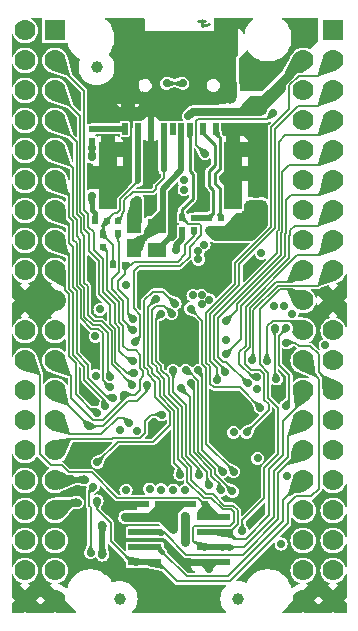
<source format=gbr>
%TF.GenerationSoftware,KiCad,Pcbnew,7.0.9-7.0.9~ubuntu22.04.1*%
%TF.CreationDate,2025-02-11T13:08:51+02:00*%
%TF.ProjectId,RP2350-PICO2-XXL_Rev_B,52503233-3530-42d5-9049-434f322d5858,B*%
%TF.SameCoordinates,PX81b3200PY6e263e0*%
%TF.FileFunction,Copper,L4,Bot*%
%TF.FilePolarity,Positive*%
%FSLAX46Y46*%
G04 Gerber Fmt 4.6, Leading zero omitted, Abs format (unit mm)*
G04 Created by KiCad (PCBNEW 7.0.9-7.0.9~ubuntu22.04.1) date 2025-02-11 13:08:51*
%MOMM*%
%LPD*%
G01*
G04 APERTURE LIST*
%ADD10C,0.222250*%
%TA.AperFunction,NonConductor*%
%ADD11C,0.222250*%
%TD*%
%TA.AperFunction,SMDPad,CuDef*%
%ADD12R,0.500000X0.550000*%
%TD*%
%TA.AperFunction,ComponentPad*%
%ADD13O,1.200000X2.200000*%
%TD*%
%TA.AperFunction,ComponentPad*%
%ADD14O,1.300000X2.000000*%
%TD*%
%TA.AperFunction,HeatsinkPad*%
%ADD15C,1.000000*%
%TD*%
%TA.AperFunction,HeatsinkPad*%
%ADD16C,1.800000*%
%TD*%
%TA.AperFunction,SMDPad,CuDef*%
%ADD17R,0.550000X0.500000*%
%TD*%
%TA.AperFunction,SMDPad,CuDef*%
%ADD18R,2.200000X0.600000*%
%TD*%
%TA.AperFunction,FiducialPad,Global*%
%ADD19C,1.000000*%
%TD*%
%TA.AperFunction,ComponentPad*%
%ADD20R,1.778000X1.778000*%
%TD*%
%TA.AperFunction,ComponentPad*%
%ADD21C,1.778000*%
%TD*%
%TA.AperFunction,SMDPad,CuDef*%
%ADD22R,1.270000X1.524000*%
%TD*%
%TA.AperFunction,SMDPad,CuDef*%
%ADD23R,1.524000X1.270000*%
%TD*%
%TA.AperFunction,SMDPad,CuDef*%
%ADD24R,0.500000X1.000000*%
%TD*%
%TA.AperFunction,SMDPad,CuDef*%
%ADD25R,1.500000X1.200000*%
%TD*%
%TA.AperFunction,SMDPad,CuDef*%
%ADD26R,1.500000X4.500000*%
%TD*%
%TA.AperFunction,ViaPad*%
%ADD27C,0.700000*%
%TD*%
%TA.AperFunction,ViaPad*%
%ADD28C,1.000000*%
%TD*%
%TA.AperFunction,Conductor*%
%ADD29C,0.127000*%
%TD*%
%TA.AperFunction,Conductor*%
%ADD30C,0.406400*%
%TD*%
%TA.AperFunction,Conductor*%
%ADD31C,0.254000*%
%TD*%
%TA.AperFunction,Conductor*%
%ADD32C,0.508000*%
%TD*%
%TA.AperFunction,Conductor*%
%ADD33C,0.762000*%
%TD*%
%TA.AperFunction,Conductor*%
%ADD34C,0.482600*%
%TD*%
%TA.AperFunction,Conductor*%
%ADD35C,1.016000*%
%TD*%
%TA.AperFunction,Conductor*%
%ADD36C,0.355600*%
%TD*%
%TA.AperFunction,Conductor*%
%ADD37C,1.778000*%
%TD*%
%TA.AperFunction,Conductor*%
%ADD38C,1.270000*%
%TD*%
%TA.AperFunction,Conductor*%
%ADD39C,0.200000*%
%TD*%
%TA.AperFunction,Conductor*%
%ADD40C,0.660400*%
%TD*%
G04 APERTURE END LIST*
D10*
D11*
X16719954Y50391334D02*
X16127287Y50391334D01*
X17058621Y50179667D02*
X16423621Y49968001D01*
X16423621Y49968001D02*
X16423621Y50518334D01*
D12*
%TO.P,R27,1*%
%TO.N,/GPIO9\u005CSPI1_CSn*%
X9923000Y29775000D03*
%TO.P,R27,2*%
%TO.N,Net-(MICRO_SD1-DAT0{slash}DO)*%
X8907000Y29775000D03*
%TD*%
D13*
%TO.P,USB-C1,0,SHELL*%
%TO.N,GND*%
X10180000Y44470000D03*
X18820000Y44470000D03*
D14*
X10180000Y48650000D03*
X18820000Y48650000D03*
%TD*%
D15*
%TO.P,U3,81,GND(EPAD)*%
%TO.N,GND*%
X15700000Y24450000D03*
X13300000Y24450000D03*
D16*
X14500000Y23250000D03*
D15*
X15700000Y22050000D03*
X13300000Y21980000D03*
%TD*%
D17*
%TO.P,R20,1*%
%TO.N,+3.3V*%
X14749000Y32742000D03*
%TO.P,R20,2*%
%TO.N,/GPIO11\u005CSPI1_TX\u005CSD_CMD*%
X14749000Y33758000D03*
%TD*%
D18*
%TO.P,U4,1,#CS*%
%TO.N,/GPIO8\u005CQMI_CS1n*%
X17735000Y8405000D03*
%TO.P,U4,2,DO(IO1)*%
%TO.N,/QSPI_SD1*%
X17735000Y7135000D03*
%TO.P,U4,3,#WP(IO2)*%
%TO.N,/QSPI_SD2*%
X17735000Y5865000D03*
%TO.P,U4,4,GND*%
%TO.N,GND*%
X17735000Y4595000D03*
%TO.P,U4,5,DI(IO0)*%
%TO.N,/QSPI_SD0*%
X11265000Y4595000D03*
%TO.P,U4,6,CLK*%
%TO.N,/QSPI_CLK*%
X11265000Y5865000D03*
%TO.P,U4,7,#HOLD(IO3)*%
%TO.N,/QSPI_SD3*%
X11265000Y7135000D03*
%TO.P,U4,8,VCC*%
%TO.N,+3.3V*%
X11265000Y8405000D03*
%TD*%
%TO.P,U5,1,#CS*%
%TO.N,/GPIO8\u005CQMI_CS1n*%
X17100000Y8405000D03*
%TO.P,U5,2,DO(IO1)*%
%TO.N,/QSPI_SD1*%
X17100000Y7135000D03*
%TO.P,U5,3,#WP(IO2)*%
%TO.N,/QSPI_SD2*%
X17100000Y5865000D03*
%TO.P,U5,4,GND*%
%TO.N,GND*%
X17100000Y4595000D03*
%TO.P,U5,5,DI(IO0)*%
%TO.N,/QSPI_SD0*%
X11900000Y4595000D03*
%TO.P,U5,6,CLK*%
%TO.N,/QSPI_CLK*%
X11900000Y5865000D03*
%TO.P,U5,7,#HOLD(IO3)*%
%TO.N,/QSPI_SD3*%
X11900000Y7135000D03*
%TO.P,U5,8,VCC*%
%TO.N,+3.3V*%
X11900000Y8405000D03*
%TD*%
D19*
%TO.P,FID4,Fid1,FID\u002A*%
%TO.N,unconnected-(FID4-FID\u002A-PadFid1)*%
X9450000Y1500000D03*
%TD*%
D12*
%TO.P,C26,1*%
%TO.N,GND*%
X11692000Y9500000D03*
%TO.P,C26,2*%
%TO.N,+3.3V*%
X12708000Y9500000D03*
%TD*%
D17*
%TO.P,R25,1*%
%TO.N,/GPIO10\u005CSPI1_SCK\u005CSD_CLK*%
X9288000Y32492000D03*
%TO.P,R25,2*%
%TO.N,Net-(MICRO_SD1-CLK{slash}SCLK)*%
X9288000Y33508000D03*
%TD*%
D12*
%TO.P,R16,1*%
%TO.N,+3.3V*%
X15684000Y9500000D03*
%TO.P,R16,2*%
%TO.N,/GPIO8\u005CQMI_CS1n*%
X16700000Y9500000D03*
%TD*%
D19*
%TO.P,FID6,Fid1,FID\u002A*%
%TO.N,unconnected-(FID6-FID\u002A-PadFid1)*%
X19500000Y1500000D03*
%TD*%
D17*
%TO.P,R23,1*%
%TO.N,+3.3V*%
X18000000Y32742000D03*
%TO.P,R23,2*%
%TO.N,Net-(MICRO_SD1-DAT2{slash}RES)*%
X18000000Y33758000D03*
%TD*%
D19*
%TO.P,FID5,Fid1,FID\u002A*%
%TO.N,unconnected-(FID5-FID\u002A-PadFid1)*%
X7500000Y46500000D03*
%TD*%
D12*
%TO.P,R21,2*%
%TO.N,Net-(MICRO_SD1-DAT0{slash}DO)*%
X8399000Y33458000D03*
%TO.P,R21,1*%
%TO.N,+3.3V*%
X7383000Y33458000D03*
%TD*%
D17*
%TO.P,R22,1*%
%TO.N,+3.3V*%
X7100000Y40242000D03*
%TO.P,R22,2*%
%TO.N,Net-(MICRO_SD1-DAT1{slash}RES)*%
X7100000Y41258000D03*
%TD*%
%TO.P,R19,1*%
%TO.N,+3.3V*%
X17000000Y32742000D03*
%TO.P,R19,2*%
%TO.N,Net-(MICRO_SD1-CD{slash}DAT3{slash}CS)*%
X17000000Y33758000D03*
%TD*%
D20*
%TO.P,EXT1,1,1*%
%TO.N,+3.3V*%
X4000000Y49630000D03*
D21*
%TO.P,EXT1,2,2*%
X1460000Y49630000D03*
%TO.P,EXT1,3,3*%
%TO.N,/GPIO16*%
X4000000Y47090000D03*
%TO.P,EXT1,4,4*%
%TO.N,/GPIO0\u005CUART0_TX*%
X1460000Y47090000D03*
%TO.P,EXT1,5,5*%
%TO.N,/GPIO17*%
X4000000Y44550000D03*
%TO.P,EXT1,6,6*%
%TO.N,/GPIO1\u005CUART0_RX*%
X1460000Y44550000D03*
%TO.P,EXT1,7,7*%
%TO.N,/GPIO18*%
X4000000Y42010000D03*
%TO.P,EXT1,8,8*%
%TO.N,/GPIO2\u005CI2C1_SDA*%
X1460000Y42010000D03*
%TO.P,EXT1,9,9*%
%TO.N,/GPIO19*%
X4000000Y39470000D03*
%TO.P,EXT1,10,10*%
%TO.N,/GPIO3\u005CI2C1_SCL*%
X1460000Y39470000D03*
%TO.P,EXT1,11,11*%
%TO.N,/GPIO20*%
X4000000Y36930000D03*
%TO.P,EXT1,12,12*%
%TO.N,/GPIO4\u005CSPI0_RX(MISO)*%
X1460000Y36930000D03*
%TO.P,EXT1,13,13*%
%TO.N,/GPIO21*%
X4000000Y34390000D03*
%TO.P,EXT1,14,14*%
%TO.N,/GPIO5\u005CSPI0_CSn(CS#)*%
X1460000Y34390000D03*
%TO.P,EXT1,15,15*%
%TO.N,/GPIO22*%
X4000000Y31850000D03*
%TO.P,EXT1,16,16*%
%TO.N,/GPIO6\u005CSPI0_SCK(SCK)*%
X1460000Y31850000D03*
%TO.P,EXT1,17,17*%
%TO.N,/GPIO23*%
X4000000Y29310000D03*
%TO.P,EXT1,18,18*%
%TO.N,/GPIO7\u005CSPI0_TX(MOSI)*%
X1460000Y29310000D03*
%TO.P,EXT1,19,19*%
%TO.N,GND*%
X4000000Y26770000D03*
%TO.P,EXT1,20,20*%
X1460000Y26770000D03*
%TO.P,EXT1,21,21*%
%TO.N,+3.3V*%
X4000000Y24230000D03*
%TO.P,EXT1,22,22*%
X1460000Y24230000D03*
%TO.P,EXT1,23,23*%
%TO.N,/GPIO24\u005CSPI1_RX\u005CSD_DAT0*%
X4000000Y21690000D03*
%TO.P,EXT1,24,24*%
%TO.N,/GPIO8\u005CQMI_CS1n*%
X1460000Y21690000D03*
%TO.P,EXT1,25,25*%
%TO.N,/GPIO25\u005CUser_Led*%
X4000000Y19150000D03*
%TO.P,EXT1,26,26*%
%TO.N,/GPIO9\u005CSPI1_CSn*%
X1460000Y19150000D03*
%TO.P,EXT1,27,27*%
%TO.N,/GPIO26*%
X4000000Y16610000D03*
%TO.P,EXT1,28,28*%
%TO.N,/GPIO10\u005CSPI1_SCK\u005CSD_CLK*%
X1460000Y16610000D03*
%TO.P,EXT1,29,29*%
%TO.N,/GPIO27*%
X4000000Y14070000D03*
%TO.P,EXT1,30,30*%
%TO.N,/GPIO11\u005CSPI1_TX\u005CSD_CMD*%
X1460000Y14070000D03*
%TO.P,EXT1,31,31*%
%TO.N,/GPIO28*%
X4000000Y11530000D03*
%TO.P,EXT1,32,32*%
%TO.N,/GPIO12*%
X1460000Y11530000D03*
%TO.P,EXT1,33,33*%
%TO.N,/GPIO29*%
X4000000Y8990000D03*
%TO.P,EXT1,34,34*%
%TO.N,/GPIO13*%
X1460000Y8990000D03*
%TO.P,EXT1,35,35*%
%TO.N,/GPIO30*%
X4000000Y6450000D03*
%TO.P,EXT1,36,36*%
%TO.N,/GPIO14*%
X1460000Y6450000D03*
%TO.P,EXT1,37,37*%
%TO.N,/GPIO31*%
X4000000Y3910000D03*
%TO.P,EXT1,38,38*%
%TO.N,/GPIO15*%
X1460000Y3910000D03*
%TO.P,EXT1,39,39*%
%TO.N,GND*%
X4000000Y1370000D03*
%TO.P,EXT1,40,40*%
X1460000Y1370000D03*
%TD*%
D22*
%TO.P,L3,1,1*%
%TO.N,+3.3V*%
X10685000Y33276000D03*
%TO.P,L3,2,2*%
%TO.N,/SD_VDD*%
X10685000Y31244000D03*
%TD*%
D20*
%TO.P,EXT2,1,1*%
%TO.N,+3.3V*%
X27540000Y49630000D03*
D21*
%TO.P,EXT2,2,2*%
%TO.N,VBUS*%
X25000000Y49630000D03*
%TO.P,EXT2,3,3*%
%TO.N,/GPIO32*%
X27540000Y47090000D03*
%TO.P,EXT2,4,4*%
%TO.N,VSYS*%
X25000000Y47090000D03*
%TO.P,EXT2,5,5*%
%TO.N,/GPIO33*%
X27540000Y44550000D03*
%TO.P,EXT2,6,6*%
%TO.N,GND*%
X25000000Y44550000D03*
%TO.P,EXT2,7,7*%
%TO.N,/GPIO34*%
X27540000Y42010000D03*
%TO.P,EXT2,8,8*%
%TO.N,+3.3V*%
X25000000Y42010000D03*
%TO.P,EXT2,9,9*%
%TO.N,/GPIO35*%
X27540000Y39470000D03*
%TO.P,EXT2,10,10*%
%TO.N,GND*%
X25000000Y39470000D03*
%TO.P,EXT2,11,11*%
%TO.N,/GPIO36*%
X27540000Y36930000D03*
%TO.P,EXT2,12,12*%
%TO.N,/3V3_EN*%
X25000000Y36930000D03*
%TO.P,EXT2,13,13*%
%TO.N,/GPIO37*%
X27540000Y34390000D03*
%TO.P,EXT2,14,14*%
%TO.N,/ADC_VREF*%
X25000000Y34390000D03*
%TO.P,EXT2,15,15*%
%TO.N,/GPIO38*%
X27540000Y31850000D03*
%TO.P,EXT2,16,16*%
%TO.N,GND*%
X25000000Y31850000D03*
%TO.P,EXT2,17,17*%
%TO.N,/GPIO39*%
X27540000Y29310000D03*
%TO.P,EXT2,18,18*%
%TO.N,/RUN*%
X25000000Y29310000D03*
%TO.P,EXT2,19,19*%
%TO.N,GND*%
X27540000Y26770000D03*
%TO.P,EXT2,20,20*%
%TO.N,/BOOTSEL#*%
X25000000Y26770000D03*
%TO.P,EXT2,21,21*%
%TO.N,+3.3V*%
X27540000Y24230000D03*
%TO.P,EXT2,22,22*%
X25000000Y24230000D03*
%TO.P,EXT2,23,23*%
%TO.N,/GPIO40*%
X27540000Y21690000D03*
%TO.P,EXT2,24,24*%
%TO.N,/QSPI_SD0*%
X25000000Y21690000D03*
%TO.P,EXT2,25,25*%
%TO.N,/GPIO41*%
X27540000Y19150000D03*
%TO.P,EXT2,26,26*%
%TO.N,/QSPI_SD1*%
X25000000Y19150000D03*
%TO.P,EXT2,27,27*%
%TO.N,/GPIO42*%
X27540000Y16610000D03*
%TO.P,EXT2,28,28*%
%TO.N,/QSPI_SD2*%
X25000000Y16610000D03*
%TO.P,EXT2,29,29*%
%TO.N,/GPIO43*%
X27540000Y14070000D03*
%TO.P,EXT2,30,30*%
%TO.N,/QSPI_SD3*%
X25000000Y14070000D03*
%TO.P,EXT2,31,31*%
%TO.N,/GPIO44*%
X27540000Y11530000D03*
%TO.P,EXT2,32,32*%
%TO.N,/QSPI_CLK*%
X25000000Y11530000D03*
%TO.P,EXT2,33,33*%
%TO.N,/GPIO45*%
X27540000Y8990000D03*
%TO.P,EXT2,34,34*%
%TO.N,/QSPI_CSn*%
X25000000Y8990000D03*
%TO.P,EXT2,35,35*%
%TO.N,/GPIO46*%
X27540000Y6450000D03*
%TO.P,EXT2,36,36*%
%TO.N,/SWDIO*%
X25000000Y6450000D03*
%TO.P,EXT2,37,37*%
%TO.N,/GPIO47*%
X27540000Y3910000D03*
%TO.P,EXT2,38,38*%
%TO.N,/SWCLK*%
X25000000Y3910000D03*
%TO.P,EXT2,39,39*%
%TO.N,GND*%
X27540000Y1370000D03*
%TO.P,EXT2,40,40*%
X25000000Y1370000D03*
%TD*%
D17*
%TO.P,R24,1*%
%TO.N,/GPIO9\u005CSPI1_CSn*%
X15765000Y32742000D03*
%TO.P,R24,2*%
%TO.N,Net-(MICRO_SD1-CD{slash}DAT3{slash}CS)*%
X15765000Y33758000D03*
%TD*%
D23*
%TO.P,C27,1*%
%TO.N,/SD_VDD*%
X12590000Y33077000D03*
%TO.P,C27,2*%
%TO.N,GND*%
X12590000Y31045000D03*
%TD*%
D24*
%TO.P,MICRO_SD1,1,DAT2/RES*%
%TO.N,Net-(MICRO_SD1-DAT2{slash}RES)*%
X17600000Y41300000D03*
%TO.P,MICRO_SD1,2,CD/DAT3/CS*%
%TO.N,Net-(MICRO_SD1-CD{slash}DAT3{slash}CS)*%
X16500000Y41300000D03*
%TO.P,MICRO_SD1,3,CMD/DI*%
%TO.N,/GPIO11\u005CSPI1_TX\u005CSD_CMD*%
X15400000Y41300000D03*
%TO.P,MICRO_SD1,4,VDD*%
%TO.N,/SD_VDD*%
X14650000Y41300000D03*
%TO.P,MICRO_SD1,5,CLK/SCLK*%
%TO.N,Net-(MICRO_SD1-CLK{slash}SCLK)*%
X13200000Y41300000D03*
%TO.P,MICRO_SD1,6,GND*%
%TO.N,GND*%
X12100000Y41300000D03*
%TO.P,MICRO_SD1,7,DAT0/DO*%
%TO.N,Net-(MICRO_SD1-DAT0{slash}DO)*%
X11000000Y41300000D03*
%TO.P,MICRO_SD1,8,DAT1/RES*%
%TO.N,Net-(MICRO_SD1-DAT1{slash}RES)*%
X9900000Y41300000D03*
%TO.P,MICRO_SD1,CD1,Card_Detect*%
%TO.N,unconnected-(MICRO_SD1-Card_Detect-PadCD1)*%
X13950000Y41300000D03*
D25*
%TO.P,MICRO_SD1,CH1,Card_Housing*%
%TO.N,GND*%
X8450000Y39550000D03*
D26*
X8450000Y37500000D03*
D25*
X8450000Y35100000D03*
X19050000Y39550000D03*
D26*
X19050000Y37500000D03*
D25*
X19050000Y35100000D03*
%TD*%
D17*
%TO.P,R26,1*%
%TO.N,/GPIO24\u005CSPI1_RX\u005CSD_DAT0*%
X8018000Y31299000D03*
%TO.P,R26,2*%
%TO.N,Net-(MICRO_SD1-DAT0{slash}DO)*%
X8018000Y32315000D03*
%TD*%
D27*
%TO.N,GND*%
X12600000Y12800000D03*
X8970000Y8600000D03*
X11900000Y36600000D03*
D28*
X13500000Y48750000D03*
X11500000Y48750000D03*
D27*
X7097500Y28891743D03*
X11900000Y35300000D03*
X18600000Y31250000D03*
X10125000Y14150000D03*
X19400000Y31250000D03*
D28*
X10177000Y50095000D03*
D27*
X13400000Y12800000D03*
X7159000Y36600000D03*
X19675000Y14000000D03*
X7320302Y18172075D03*
X6789425Y22650000D03*
X16400000Y35287997D03*
X12200000Y15800000D03*
X10000000Y11700000D03*
X20250000Y29500000D03*
X18600000Y30500000D03*
D28*
X17450000Y1000000D03*
X17500000Y48750000D03*
X8500000Y44500000D03*
X15500000Y48750000D03*
D27*
X11905000Y34500000D03*
X16400000Y36092000D03*
X18600000Y29750000D03*
X8970000Y9350000D03*
X5925000Y7700000D03*
X19650000Y37350000D03*
D28*
X9572398Y46522400D03*
D27*
X18900000Y37350000D03*
X10000000Y12500000D03*
X5925000Y5300000D03*
X23046304Y18642961D03*
X23570000Y21910000D03*
D28*
X16300000Y1000000D03*
D27*
X20200000Y13300000D03*
D28*
X10750000Y46522400D03*
D27*
X20488119Y7920497D03*
X9800000Y36600000D03*
X13912002Y33600000D03*
D28*
X18813000Y50095000D03*
D27*
X21600000Y4500000D03*
X13912002Y34349994D03*
X18200000Y37100000D03*
X17000000Y4050000D03*
%TO.N,/USB_D+*%
X13435390Y45142000D03*
X14803393Y45144771D03*
%TO.N,+3.3V*%
X7100000Y39650000D03*
X9488808Y15758000D03*
X21600000Y33950000D03*
X20800000Y33950000D03*
X21600000Y33200000D03*
X21450000Y30750000D03*
X14000000Y7400000D03*
X10915000Y35300000D03*
D28*
X21500000Y34800000D03*
D27*
X19500000Y33800000D03*
X20800000Y33200000D03*
X7782038Y26013000D03*
D28*
X10750000Y34500000D03*
D27*
X17026189Y26813811D03*
X15660000Y27200000D03*
X21090000Y19240000D03*
X10903817Y15742404D03*
X10000000Y10700000D03*
X14918034Y36150000D03*
X19500000Y33000000D03*
X13424639Y8025844D03*
D28*
X20500000Y34800000D03*
D27*
X21955678Y21611944D03*
X16400000Y26440000D03*
X7100000Y38900000D03*
X14250000Y31000000D03*
X9912800Y8405000D03*
X21145968Y13391936D03*
X16400000Y27206498D03*
X10000000Y28100000D03*
X14918034Y36923966D03*
X19300000Y32250000D03*
X7436498Y20400000D03*
X7089789Y35631777D03*
%TO.N,/+1V1*%
X16130000Y30250000D03*
X16130000Y30973803D03*
X7400877Y23728242D03*
X18500000Y23450000D03*
X19100000Y15600006D03*
X16600000Y31500000D03*
%TO.N,/SWDIO*%
X23600000Y11900000D03*
%TO.N,/RUN*%
X8000000Y7765500D03*
X8000000Y5200000D03*
X20200000Y15600000D03*
%TO.N,VBUS*%
X20800000Y45000000D03*
X20800000Y46600000D03*
X20097318Y46990715D03*
X20800000Y45800000D03*
%TO.N,/GPIO25\u005CUser_Led*%
X11780600Y19638360D03*
X6889850Y16109850D03*
X7216596Y11000000D03*
X7000000Y5400000D03*
%TO.N,/GPIO29*%
X5900000Y9650002D03*
%TO.N,/GPIO7\u005CSPI0_TX(MOSI)*%
X14656263Y19321525D03*
X16985184Y11127541D03*
%TO.N,/GPIO5\u005CSPI0_CSn(CS#)*%
X15053800Y20834200D03*
X18990761Y10590157D03*
%TO.N,/GPIO4\u005CSPI0_RX(MISO)*%
X16211794Y11988233D03*
X13987000Y20846498D03*
%TO.N,/GPIO0\u005CUART0_TX*%
X12000000Y10800000D03*
%TO.N,/GPIO1\u005CUART0_RX*%
X12966095Y10740595D03*
%TO.N,/GPIO18*%
X10538813Y19621658D03*
%TO.N,/GPIO24\u005CSPI1_RX\u005CSD_DAT0*%
X9820000Y18799998D03*
%TO.N,/GPIO20*%
X8650000Y19400000D03*
%TO.N,/GPIO19*%
X8663498Y20300000D03*
%TO.N,/GPIO21*%
X8900000Y18500000D03*
%TO.N,/GPIO23*%
X7517592Y17268482D03*
%TO.N,/GPIO22*%
X8218084Y17849416D03*
%TO.N,/GPIO26*%
X10248685Y16359500D03*
%TO.N,/GPIO27*%
X13046085Y17099596D03*
%TO.N,/GPIO28*%
X6500000Y11600000D03*
%TO.N,/3V3_EN*%
X16699996Y39200000D03*
X22432500Y42600000D03*
%TO.N,/BOOTSEL#*%
X19851721Y7284100D03*
X23127467Y6147533D03*
%TO.N,VSYS*%
X15281782Y42381788D03*
X20700000Y43700000D03*
X21500000Y43700000D03*
X20700000Y42900000D03*
X21500000Y42900000D03*
%TO.N,/GPIO9\u005CSPI1_CSn*%
X10605500Y25155500D03*
%TO.N,/GPIO10\u005CSPI1_SCK\u005CSD_CLK*%
X10600444Y24236500D03*
%TO.N,/GPIO11\u005CSPI1_TX\u005CSD_CMD*%
X10749492Y23279335D03*
%TO.N,/GPIO3\u005CI2C1_SCL*%
X13993264Y10701256D03*
%TO.N,/GPIO2\u005CI2C1_SDA*%
X14999995Y6299995D03*
X14999996Y8500002D03*
X15000000Y10700000D03*
%TO.N,/GPIO17*%
X10685000Y20631000D03*
%TO.N,/GPIO16*%
X10610000Y21647000D03*
%TO.N,/GPIO6\u005CSPI0_SCK(SCK)*%
X18000000Y10700000D03*
X15463312Y19755226D03*
%TO.N,/GPIO47*%
X22515809Y26331194D03*
%TO.N,/GPIO46*%
X23414302Y26285698D03*
%TO.N,/GPIO45*%
X24053960Y25652577D03*
%TO.N,/QSPI_CSn*%
X12531613Y26900000D03*
X14568988Y12025000D03*
%TO.N,/GPIO44*%
X23559283Y24438500D03*
X23538814Y17825921D03*
%TO.N,/QSPI_CLK*%
X16120547Y20845998D03*
X18210000Y12260000D03*
%TO.N,/QSPI_SD0*%
X14152408Y26506374D03*
X7561065Y13050000D03*
X7550355Y9780209D03*
%TO.N,/QSPI_SD1*%
X12963500Y25654002D03*
%TO.N,/GPIO41*%
X23525000Y23200002D03*
%TO.N,/GPIO42*%
X26850000Y22960368D03*
%TO.N,/QSPI_SD2*%
X13863503Y25654002D03*
%TO.N,/QSPI_SD3*%
X15461683Y26061683D03*
X19112196Y12272115D03*
%TO.N,/GPIO43*%
X22725000Y20125000D03*
X22632546Y24423825D03*
%TO.N,/GPIO35*%
X20340000Y19740000D03*
%TO.N,/GPIO34*%
X18376267Y20676267D03*
%TO.N,/GPIO33*%
X17739869Y20039869D03*
%TO.N,/GPIO32*%
X21370000Y17686500D03*
%TO.N,/GPIO36*%
X18440000Y25010000D03*
%TO.N,/GPIO37*%
X18439608Y22193758D03*
%TO.N,/GPIO38*%
X21086500Y20252141D03*
%TO.N,/GPIO39*%
X20700000Y21700000D03*
%TD*%
D29*
%TO.N,/GPIO17*%
X6473000Y33895948D02*
X6133500Y34235448D01*
X6875000Y30918000D02*
X6875000Y32378500D01*
X7715000Y30078000D02*
X6875000Y30918000D01*
X7715000Y27284000D02*
X7715000Y30078000D01*
X8653000Y26346000D02*
X7715000Y27284000D01*
X6473000Y32780500D02*
X6473000Y33895948D01*
X6133500Y42416500D02*
X4000000Y44550000D01*
X6875000Y32378500D02*
X6473000Y32780500D01*
X9104709Y21595291D02*
X9104709Y24314663D01*
X8653000Y24766372D02*
X8653000Y26346000D01*
X10069000Y20631000D02*
X9104709Y21595291D01*
X6133500Y34235448D02*
X6133500Y42416500D01*
X9104709Y24314663D02*
X8653000Y24766372D01*
X10685000Y20631000D02*
X10069000Y20631000D01*
%TO.N,/GPIO16*%
X6800000Y34060500D02*
X6460500Y34400000D01*
X6800000Y33025000D02*
X6800000Y34060500D01*
X7256000Y32569000D02*
X6800000Y33025000D01*
X6460500Y34400000D02*
X6460500Y44520013D01*
X7256000Y31045000D02*
X7256000Y32569000D01*
X9034000Y26473000D02*
X8046000Y27461000D01*
X10304000Y21647000D02*
X9431709Y22519291D01*
X8046000Y30255000D02*
X7256000Y31045000D01*
X9034000Y24860100D02*
X9034000Y26473000D01*
X9431709Y24462391D02*
X9034000Y24860100D01*
X8046000Y27461000D02*
X8046000Y30255000D01*
X9431709Y22519291D02*
X9431709Y24462391D01*
X10610000Y21647000D02*
X10304000Y21647000D01*
X6460500Y44520013D02*
X4000000Y46980513D01*
X4000000Y46980513D02*
X4000000Y47090000D01*
%TO.N,/GPIO24\u005CSPI1_RX\u005CSD_DAT0*%
X11223000Y21007400D02*
X11447000Y20783400D01*
X11223000Y22125000D02*
X11223000Y21007400D01*
X11447000Y20326200D02*
X11167600Y20046800D01*
X10812000Y22536000D02*
X11223000Y22125000D01*
X8373000Y30944000D02*
X8373000Y27642000D01*
X10149837Y22536000D02*
X10812000Y22536000D01*
X11447000Y20783400D02*
X11447000Y20326200D01*
X9415000Y24954248D02*
X9758709Y24610539D01*
X9758709Y24610539D02*
X9758709Y22927128D01*
X8373000Y27642000D02*
X9415000Y26600000D01*
X9758709Y22927128D02*
X10149837Y22536000D01*
X9415000Y26600000D02*
X9415000Y24954248D01*
X8018000Y31299000D02*
X8373000Y30944000D01*
X10758998Y18799998D02*
X9820000Y18799998D01*
X11167600Y20046800D02*
X11167600Y19208600D01*
X11167600Y19208600D02*
X10758998Y18799998D01*
%TO.N,/GPIO18*%
X10538813Y19621658D02*
X8777709Y21382762D01*
X6146000Y32536000D02*
X6146000Y33760500D01*
X8777709Y21382762D02*
X8777709Y24174387D01*
X8777709Y24174387D02*
X7933596Y25018500D01*
X7933596Y25018500D02*
X7295699Y25018500D01*
X5806500Y34100000D02*
X5806500Y40203500D01*
X7295699Y25018500D02*
X6800000Y25514199D01*
X6800000Y25514199D02*
X6800000Y27950000D01*
X6800000Y27950000D02*
X6470000Y28280000D01*
X5806500Y40203500D02*
X4000000Y42010000D01*
X6470000Y28280000D02*
X6470000Y32212000D01*
X6146000Y33760500D02*
X5806500Y34100000D01*
X6470000Y32212000D02*
X6146000Y32536000D01*
%TO.N,/GPIO19*%
X4000000Y39470000D02*
X5479500Y37990500D01*
X5819000Y33595948D02*
X5819000Y32228000D01*
X5479500Y37990500D02*
X5479500Y33935448D01*
X7160253Y24691500D02*
X7798148Y24691500D01*
X8450689Y20512809D02*
X8663498Y20300000D01*
X5479500Y33935448D02*
X5819000Y33595948D01*
X5819000Y32228000D02*
X6143000Y31904000D01*
X6143000Y31904000D02*
X6143000Y28144552D01*
X6143000Y28144552D02*
X6473000Y27814552D01*
X6473000Y27814552D02*
X6473000Y25378753D01*
X6473000Y25378753D02*
X7160253Y24691500D01*
X7798148Y24691500D02*
X8450689Y24038959D01*
X8450689Y24038959D02*
X8450689Y20512809D01*
%TO.N,/GPIO20*%
X4000000Y36930000D02*
X5152500Y35777500D01*
X5152500Y33800000D02*
X5492000Y33460500D01*
X5152500Y35777500D02*
X5152500Y33800000D01*
X5492000Y33460500D02*
X5492000Y31920000D01*
X7662700Y24364500D02*
X8049998Y23977202D01*
X5492000Y31920000D02*
X5816000Y31596000D01*
X5816000Y31596000D02*
X5816000Y28009104D01*
X6146000Y27679104D02*
X6146000Y25243305D01*
X8049998Y23977202D02*
X8049998Y20000002D01*
X8049998Y20000002D02*
X8650000Y19400000D01*
X5816000Y28009104D02*
X6146000Y27679104D01*
X6146000Y25243305D02*
X7024805Y24364500D01*
X7024805Y24364500D02*
X7662700Y24364500D01*
%TO.N,Net-(MICRO_SD1-CLK{slash}SCLK)*%
X13200000Y37850000D02*
X13200000Y37116000D01*
X13200000Y37116000D02*
X12513500Y36429500D01*
X9855500Y35255500D02*
X9855500Y34305500D01*
X12513500Y36429500D02*
X12513500Y36197190D01*
X12513500Y36197190D02*
X12266310Y35950000D01*
X10550000Y35950000D02*
X9855500Y35255500D01*
X12266310Y35950000D02*
X10550000Y35950000D01*
X9855500Y34305500D02*
X9669000Y34119000D01*
X9669000Y34119000D02*
X9669000Y33889000D01*
X9669000Y33889000D02*
X9288000Y33508000D01*
%TO.N,/GPIO10\u005CSPI1_SCK\u005CSD_CLK*%
X10600444Y24236500D02*
X10600444Y24247354D01*
X10600444Y24247354D02*
X9769692Y25078106D01*
X9769692Y25078106D02*
X9769692Y26753308D01*
X9769692Y26753308D02*
X8780000Y27743000D01*
X8780000Y27743000D02*
X8780000Y28568500D01*
X8780000Y28568500D02*
X9415000Y29203500D01*
X9288000Y31807000D02*
X9288000Y32492000D01*
X9415000Y29203500D02*
X9415000Y31680000D01*
X9415000Y31680000D02*
X9288000Y31807000D01*
%TO.N,/GPIO21*%
X8900000Y18500000D02*
X8462448Y18500000D01*
X8462448Y18500000D02*
X6800000Y20162448D01*
X6800000Y20162448D02*
X6800000Y21300000D01*
X5165000Y31612000D02*
X5165000Y33225000D01*
X5165000Y33225000D02*
X4000000Y34390000D01*
X6800000Y21300000D02*
X5819000Y22281000D01*
X5819000Y22281000D02*
X5819000Y27543656D01*
X5819000Y27543656D02*
X5489000Y27873656D01*
X5489000Y27873656D02*
X5489000Y31288000D01*
X5489000Y31288000D02*
X5165000Y31612000D01*
%TO.N,/GPIO23*%
X4000000Y29310000D02*
X4825500Y28484500D01*
X4825500Y28484500D02*
X4825500Y27612260D01*
X4825500Y27612260D02*
X5152500Y27285260D01*
X5152500Y22022604D02*
X5732000Y21443104D01*
X5152500Y27285260D02*
X5152500Y22022604D01*
X5732000Y21443104D02*
X5732000Y18816389D01*
X5732000Y18816389D02*
X7279907Y17268482D01*
X7279907Y17268482D02*
X7517592Y17268482D01*
%TO.N,/GPIO24\u005CSPI1_RX\u005CSD_DAT0*%
X9820000Y18799998D02*
X9820000Y18420000D01*
X9820000Y18420000D02*
X8050000Y16650000D01*
X8050000Y16650000D02*
X7193987Y16650000D01*
X7193987Y16650000D02*
X5351000Y18492987D01*
X5351000Y18492987D02*
X5351000Y20339000D01*
X5351000Y20339000D02*
X4000000Y21690000D01*
%TO.N,/GPIO9\u005CSPI1_CSn*%
X10605500Y25155500D02*
X10177000Y25584000D01*
X9288000Y28378000D02*
X9923000Y29013000D01*
X10177000Y25584000D02*
X10177000Y26854000D01*
X10177000Y26854000D02*
X9288000Y27743000D01*
X9288000Y27743000D02*
X9288000Y28378000D01*
X9923000Y29013000D02*
X9923000Y29775000D01*
%TO.N,/GPIO11\u005CSPI1_TX\u005CSD_CMD*%
X16196800Y33254800D02*
X15277200Y33254800D01*
X16323800Y33127800D02*
X16196800Y33254800D01*
X15384000Y31324400D02*
X16323800Y32264200D01*
X11066000Y29648000D02*
X14558500Y29648000D01*
X15277200Y33254800D02*
X14774000Y33758000D01*
X15384000Y30473500D02*
X15384000Y31324400D01*
X14558500Y29648000D02*
X15384000Y30473500D01*
X10685000Y29267000D02*
X11066000Y29648000D01*
X16323800Y32264200D02*
X16323800Y33127800D01*
X10685000Y26092000D02*
X10685000Y29267000D01*
X11223000Y25554000D02*
X10685000Y26092000D01*
X11223000Y23752843D02*
X11223000Y25554000D01*
X10749492Y23279335D02*
X11223000Y23752843D01*
X14774000Y33758000D02*
X14749000Y33758000D01*
%TO.N,/GPIO9\u005CSPI1_CSn*%
X9923000Y29775000D02*
X10431000Y29775000D01*
X10431000Y29775000D02*
X10685000Y30029000D01*
X10685000Y30029000D02*
X14368000Y30029000D01*
X14368000Y30029000D02*
X15003000Y30664000D01*
X15003000Y30664000D02*
X15003000Y31476800D01*
X15003000Y31476800D02*
X15765000Y32238800D01*
X15765000Y32238800D02*
X15765000Y32742000D01*
D30*
%TO.N,+3.3V*%
X7383000Y33458000D02*
X7383000Y34167000D01*
X7383000Y34167000D02*
X7089789Y34460211D01*
X7089789Y34460211D02*
X7089789Y35631777D01*
D31*
%TO.N,Net-(MICRO_SD1-DAT0{slash}DO)*%
X8399000Y33458000D02*
X8018000Y33077000D01*
X8018000Y33077000D02*
X8018000Y32315000D01*
D29*
X8653000Y33839000D02*
X8964000Y34150000D01*
X8964000Y34150000D02*
X9230000Y34150000D01*
X9230000Y34150000D02*
X9528500Y34448500D01*
X8399000Y33585000D02*
X8653000Y33839000D01*
D31*
X8399000Y33458000D02*
X8399000Y33585000D01*
D29*
X8907000Y29775000D02*
X8907000Y31426000D01*
X8907000Y31426000D02*
X8018000Y32315000D01*
D30*
%TO.N,/SD_VDD*%
X12590000Y33077000D02*
X12518000Y33077000D01*
X12518000Y33077000D02*
X10685000Y31244000D01*
D32*
%TO.N,+3.3V*%
X14749000Y32742000D02*
X14749000Y31997500D01*
X14749000Y31997500D02*
X14250000Y31498500D01*
X14250000Y31498500D02*
X14250000Y31000000D01*
%TO.N,GND*%
X12600000Y31234000D02*
X12855125Y31234000D01*
X12855125Y31234000D02*
X13912002Y32290877D01*
X13912002Y32290877D02*
X13912002Y34250000D01*
D33*
%TO.N,+3.3V*%
X10915000Y35300000D02*
X10915000Y33506000D01*
X10915000Y33506000D02*
X10685000Y33276000D01*
D32*
%TO.N,/SD_VDD*%
X12566000Y33101000D02*
X12590000Y33077000D01*
D34*
X12590000Y33077000D02*
X12590000Y33720000D01*
X12590000Y33720000D02*
X13100000Y34230000D01*
X12590000Y33077000D02*
X13100000Y33587000D01*
X13100000Y33587000D02*
X13100000Y34230000D01*
D32*
X12566000Y33266000D02*
X12566000Y33101000D01*
D33*
%TO.N,+3.3V*%
X10685000Y35070000D02*
X10915000Y35300000D01*
D32*
%TO.N,/SD_VDD*%
X10685000Y31244000D02*
X10669000Y31260000D01*
D35*
%TO.N,+3.3V*%
X10750000Y33341000D02*
X10750000Y34500000D01*
D33*
X10685000Y33276000D02*
X10685000Y35070000D01*
D35*
X10685000Y33276000D02*
X10750000Y33341000D01*
D32*
%TO.N,/SD_VDD*%
X10669000Y31260000D02*
X10560000Y31260000D01*
%TO.N,Net-(MICRO_SD1-CD{slash}DAT3{slash}CS)*%
X15765000Y33758000D02*
X17000000Y33758000D01*
D31*
%TO.N,/GPIO11\u005CSPI1_TX\u005CSD_CMD*%
X14749000Y33758000D02*
X14749000Y34474000D01*
X15400000Y37700000D02*
X15400000Y41300000D01*
X14749000Y34474000D02*
X15650000Y35375000D01*
X15650000Y35375000D02*
X15650000Y37450000D01*
X15650000Y37450000D02*
X15400000Y37700000D01*
D35*
%TO.N,GND*%
X18813000Y44477000D02*
X18820000Y44470000D01*
X18720000Y48750000D02*
X18820000Y48650000D01*
D36*
X7134605Y44470000D02*
X10180000Y44470000D01*
D35*
X10750000Y46522400D02*
X11590000Y46522400D01*
D33*
X10500000Y13775000D02*
X10500000Y12200000D01*
D35*
X11590000Y46522400D02*
X17339495Y46522400D01*
D33*
X19050000Y36250000D02*
X19050000Y35100000D01*
D36*
X4524726Y48356800D02*
X5806200Y47075326D01*
D35*
X9572398Y47420000D02*
X9572398Y49490398D01*
X10750000Y46522400D02*
X11213800Y46986200D01*
D36*
X5806200Y47075326D02*
X5806200Y45798405D01*
D35*
X8500000Y44500000D02*
X10150000Y44500000D01*
X10750000Y46522400D02*
X10180000Y47092400D01*
X12220000Y48000000D02*
X16660000Y48000000D01*
X11534100Y47306500D02*
X18356500Y47306500D01*
D32*
X9482600Y9500000D02*
X9141300Y9158700D01*
D35*
X17663000Y48000000D02*
X18356500Y47306500D01*
D32*
X12100000Y41300000D02*
X12100000Y36800000D01*
D36*
X10180000Y44470000D02*
X10180000Y45112400D01*
D35*
X16660000Y48000000D02*
X17663000Y48000000D01*
D33*
X10000000Y11700000D02*
X10500000Y12200000D01*
D35*
X9092000Y43908000D02*
X17470000Y43908000D01*
X18813000Y46830000D02*
X18813000Y44477000D01*
D33*
X10000000Y14025000D02*
X10125000Y14150000D01*
X10500000Y12200000D02*
X11100000Y12800000D01*
D35*
X18820000Y45041895D02*
X18820000Y44470000D01*
D36*
X5806200Y45798405D02*
X7134605Y44470000D01*
D33*
X10000000Y12500000D02*
X10000000Y11700000D01*
X12600000Y12800000D02*
X11600000Y12800000D01*
D37*
X4000000Y26770000D02*
X1460000Y26770000D01*
D35*
X10548000Y44470000D02*
X11110000Y43908000D01*
D33*
X9800000Y36600000D02*
X8450000Y35250000D01*
D36*
X2733200Y47833200D02*
X3256800Y48356800D01*
D33*
X18200000Y37100000D02*
X18450000Y37350000D01*
D35*
X17829895Y43908000D02*
X18478000Y44556105D01*
D33*
X18900000Y37350000D02*
X19650000Y37350000D01*
D36*
X9141300Y9158700D02*
X9141300Y7950000D01*
X2733200Y28036800D02*
X2733200Y47833200D01*
D31*
X15130000Y4590000D02*
X13220000Y6500000D01*
D35*
X10548000Y46320400D02*
X10548000Y44470000D01*
X10750000Y48000000D02*
X12220000Y48000000D01*
D38*
X1460000Y26770000D02*
X2726800Y28036800D01*
D35*
X18813000Y47437000D02*
X18813000Y46830000D01*
D36*
X9141300Y7950000D02*
X9141300Y7008700D01*
D32*
X5925000Y5300000D02*
X5925000Y7700000D01*
D33*
X11600000Y12800000D02*
X10300000Y12800000D01*
X10125000Y14150000D02*
X11475000Y12800000D01*
X8700000Y37250000D02*
X8700000Y36600000D01*
D36*
X9141300Y8428700D02*
X8970000Y8600000D01*
X8950000Y9350000D02*
X9141300Y9158700D01*
D33*
X10000000Y12500000D02*
X10000000Y14025000D01*
D35*
X10750000Y46522400D02*
X10750000Y48000000D01*
X10750000Y46522400D02*
X10548000Y46320400D01*
X18478000Y44556105D02*
X18478000Y46172000D01*
D33*
X8970000Y9350000D02*
X8970000Y8600000D01*
D31*
X15280000Y4590000D02*
X15130000Y4590000D01*
D35*
X10180000Y47092400D02*
X10180000Y48650000D01*
D36*
X3256800Y48356800D02*
X4524726Y48356800D01*
D32*
X11692000Y9500000D02*
X10240000Y9500000D01*
D35*
X10180000Y45952400D02*
X10750000Y46522400D01*
D33*
X8450000Y35250000D02*
X8450000Y35100000D01*
X18450000Y37350000D02*
X18900000Y37350000D01*
D35*
X9572398Y46522400D02*
X10750000Y46522400D01*
D33*
X8700000Y36600000D02*
X9800000Y36600000D01*
D38*
X4000000Y26770000D02*
X2733200Y28036800D01*
D36*
X9141300Y7950000D02*
X9141300Y8428700D01*
D32*
X10240000Y9500000D02*
X9482600Y9500000D01*
D35*
X10180000Y44470000D02*
X10180000Y45952400D01*
D33*
X13400000Y12800000D02*
X12600000Y12800000D01*
D35*
X18250000Y48000000D02*
X18813000Y47437000D01*
X11500000Y48750000D02*
X18720000Y48750000D01*
X18820000Y45586000D02*
X18820000Y44470000D01*
D32*
X15280000Y4590000D02*
X16460000Y4590000D01*
D33*
X18200000Y37100000D02*
X19050000Y36250000D01*
D35*
X11213800Y46986200D02*
X12220000Y47992400D01*
D32*
X10240000Y9500000D02*
X9120000Y9500000D01*
D35*
X18258000Y43908000D02*
X18820000Y44470000D01*
X16660000Y48000000D02*
X18250000Y48000000D01*
X18356500Y47306500D02*
X18813000Y46850000D01*
X18478000Y46172000D02*
X17860000Y46790000D01*
D32*
X17735000Y4595000D02*
X17545000Y4595000D01*
D35*
X17339495Y46522400D02*
X18820000Y45041895D01*
D32*
X17545000Y4595000D02*
X17000000Y4050000D01*
D33*
X10125000Y14150000D02*
X10500000Y13775000D01*
D35*
X8500000Y44500000D02*
X9092000Y43908000D01*
D33*
X8700000Y36600000D02*
X7159000Y36600000D01*
D32*
X17000000Y4050000D02*
X17000000Y4495000D01*
D35*
X17500000Y48782000D02*
X18813000Y50095000D01*
X12220000Y47992400D02*
X12220000Y48000000D01*
X18813000Y46850000D02*
X18813000Y46830000D01*
X9572398Y49490398D02*
X10177000Y50095000D01*
X17470000Y43908000D02*
X18258000Y43908000D01*
X9508000Y47484398D02*
X9572398Y47420000D01*
X10180000Y45112400D02*
X11590000Y46522400D01*
X11213800Y46986200D02*
X11534100Y47306500D01*
X17470000Y43908000D02*
X17829895Y43908000D01*
D33*
X10300000Y12800000D02*
X10000000Y12500000D01*
D35*
X9508000Y49426000D02*
X9508000Y47484398D01*
D33*
X18200000Y37100000D02*
X19400000Y37100000D01*
X11475000Y12800000D02*
X11600000Y12800000D01*
D35*
X11500000Y48772000D02*
X10177000Y50095000D01*
X9572398Y46522400D02*
X9572398Y45572398D01*
D32*
X16460000Y4590000D02*
X17000000Y4050000D01*
D33*
X8450000Y37500000D02*
X8700000Y37250000D01*
X11100000Y12800000D02*
X11475000Y12800000D01*
D35*
X10150000Y44500000D02*
X10180000Y44470000D01*
D38*
X2726800Y28036800D02*
X2733200Y28036800D01*
D31*
X13220000Y6500000D02*
X9650000Y6500000D01*
D35*
X18813000Y50095000D02*
X18813000Y46850000D01*
D32*
X9120000Y9500000D02*
X8970000Y9350000D01*
D35*
X17500000Y48750000D02*
X18813000Y47437000D01*
D32*
X17000000Y4495000D02*
X17100000Y4595000D01*
D33*
X19400000Y37100000D02*
X19650000Y37350000D01*
D35*
X17500000Y48750000D02*
X17500000Y48782000D01*
X9572398Y49490398D02*
X9508000Y49426000D01*
X9572398Y46522400D02*
X9572398Y47420000D01*
X10750000Y48000000D02*
X11500000Y48750000D01*
D32*
X10240000Y9500000D02*
X9100000Y9500000D01*
D35*
X11500000Y48750000D02*
X11500000Y48772000D01*
X9572398Y45572398D02*
X8500000Y44500000D01*
D36*
X9141300Y7008700D02*
X9650000Y6500000D01*
D32*
X12100000Y36800000D02*
X11900000Y36600000D01*
X9100000Y9500000D02*
X8950000Y9350000D01*
D39*
%TO.N,/USB_D+*%
X14800622Y45142000D02*
X14803393Y45144771D01*
X13435390Y45142000D02*
X14800622Y45142000D01*
D32*
%TO.N,+3.3V*%
X15400000Y9500000D02*
X14200000Y9500000D01*
D33*
X12708000Y8692000D02*
X12708000Y8742483D01*
D32*
X19242000Y32742000D02*
X19500000Y33000000D01*
D33*
X21500000Y34800000D02*
X21500000Y33900000D01*
D29*
X23847500Y25060000D02*
X24677500Y24230000D01*
D32*
X13045483Y8405000D02*
X13424639Y8025844D01*
X17000000Y32742000D02*
X18000000Y32742000D01*
D33*
X13424639Y8025844D02*
X13424639Y7975361D01*
X20500000Y32250000D02*
X20600000Y32250000D01*
X19300000Y32250000D02*
X19300000Y32800000D01*
D32*
X7100000Y40242000D02*
X7100000Y38900000D01*
D33*
X20800000Y33200000D02*
X20800000Y33950000D01*
X18000000Y32742000D02*
X18442000Y32742000D01*
D32*
X13100000Y8350483D02*
X13100000Y9500000D01*
D33*
X19850000Y32250000D02*
X20500000Y32250000D01*
X19300000Y32250000D02*
X17492000Y32250000D01*
X20600000Y32250000D02*
X21600000Y33250000D01*
D32*
X13424639Y9475361D02*
X13400000Y9500000D01*
D33*
X19500000Y33000000D02*
X20450000Y33950000D01*
X17000000Y32742000D02*
X19242000Y32742000D01*
D32*
X18000000Y32742000D02*
X19242000Y32742000D01*
D33*
X19500000Y32450000D02*
X20250000Y33200000D01*
X19500000Y33000000D02*
X19500000Y33800000D01*
D32*
X13100000Y9500000D02*
X12708000Y9500000D01*
D33*
X13424639Y7975361D02*
X14000000Y7400000D01*
X20200000Y33800000D02*
X19500000Y33800000D01*
X20600000Y32250000D02*
X19300000Y32250000D01*
D32*
X14800000Y9500000D02*
X14000000Y8700000D01*
D33*
X21600000Y33950000D02*
X21600000Y34700000D01*
X20080000Y33950000D02*
X20800000Y33950000D01*
D32*
X12708000Y9213000D02*
X11900000Y8405000D01*
D33*
X14000000Y8700000D02*
X14000000Y9100000D01*
D32*
X13424639Y8025844D02*
X13424639Y8724639D01*
D33*
X20800000Y34500000D02*
X20500000Y34800000D01*
D32*
X15684000Y9500000D02*
X15400000Y9500000D01*
D29*
X21955678Y24615339D02*
X22400339Y25060000D01*
D33*
X17492000Y32250000D02*
X17000000Y32742000D01*
X20800000Y33200000D02*
X20200000Y33800000D01*
D29*
X24677500Y24230000D02*
X25000000Y24230000D01*
D33*
X14000000Y9100000D02*
X13900000Y9200000D01*
X14000000Y7400000D02*
X14000000Y8700000D01*
X19850000Y32250000D02*
X20800000Y33200000D01*
D32*
X13424639Y8025844D02*
X13100000Y8350483D01*
X15400000Y9500000D02*
X14800000Y9500000D01*
D33*
X19300000Y32800000D02*
X19500000Y33000000D01*
D32*
X13424639Y8025844D02*
X13424639Y9475361D01*
D33*
X20500000Y34800000D02*
X20500000Y34370000D01*
D32*
X13424639Y8724639D02*
X13900000Y9200000D01*
D33*
X10750000Y34500000D02*
X10915000Y34665000D01*
X11265000Y8405000D02*
X13045483Y8405000D01*
X20450000Y33950000D02*
X20800000Y33950000D01*
D29*
X22400339Y25060000D02*
X23847500Y25060000D01*
D33*
X20800000Y33950000D02*
X20800000Y34500000D01*
X19300000Y32250000D02*
X19500000Y32450000D01*
X21500000Y33900000D02*
X20800000Y33200000D01*
X14000000Y7400000D02*
X12708000Y8692000D01*
X19500000Y32450000D02*
X19500000Y33000000D01*
D32*
X13900000Y9200000D02*
X14200000Y9500000D01*
D33*
X20500000Y34800000D02*
X21500000Y34800000D01*
D32*
X14200000Y9500000D02*
X13400000Y9500000D01*
D33*
X19300000Y32250000D02*
X19850000Y32250000D01*
D29*
X21955678Y21611944D02*
X21955678Y24615339D01*
D33*
X10915000Y34665000D02*
X10915000Y35300000D01*
D32*
X11900000Y8405000D02*
X13045483Y8405000D01*
X13400000Y9500000D02*
X13100000Y9500000D01*
X12708000Y9500000D02*
X12708000Y9213000D01*
D33*
X20250000Y33200000D02*
X20800000Y33200000D01*
X20500000Y34370000D02*
X20080000Y33950000D01*
X11265000Y8405000D02*
X9912800Y8405000D01*
X21600000Y34700000D02*
X21500000Y34800000D01*
X21600000Y33350000D02*
X21600000Y33950000D01*
X18442000Y32742000D02*
X19500000Y33800000D01*
D32*
X12708000Y8742483D02*
X12708000Y9500000D01*
X13045483Y8405000D02*
X12708000Y8742483D01*
%TO.N,/RUN*%
X8000000Y7700000D02*
X8000000Y5200000D01*
D29*
X25000000Y29310000D02*
X24040000Y28350000D01*
X20054000Y22400503D02*
X20054000Y21402012D01*
X21321994Y20900000D02*
X21720000Y20501994D01*
X22100000Y17987552D02*
X22100000Y17500000D01*
X20556012Y20900000D02*
X21321994Y20900000D01*
X21720000Y20501994D02*
X21720000Y18367552D01*
X20454000Y26099104D02*
X20454000Y22800503D01*
X21720000Y18367552D02*
X22100000Y17987552D01*
X24040000Y28350000D02*
X22704896Y28350000D01*
X22100000Y17500000D02*
X20200000Y15600000D01*
X20054000Y21402012D02*
X20556012Y20900000D01*
X20454000Y22800503D02*
X20054000Y22400503D01*
X22704896Y28350000D02*
X20454000Y26099104D01*
%TO.N,/GPIO25\u005CUser_Led*%
X8060460Y16109850D02*
X6889850Y16109850D01*
X4000000Y18999701D02*
X4000000Y19150000D01*
X6889850Y16109850D02*
X4000000Y18999701D01*
X6882498Y10665902D02*
X7216596Y11000000D01*
X10168610Y18218000D02*
X8060460Y16109850D01*
X10939000Y18218000D02*
X10168610Y18218000D01*
X7000000Y5400000D02*
X7000000Y9250000D01*
X6882498Y9367502D02*
X6882498Y10665902D01*
X7000000Y9250000D02*
X6882498Y9367502D01*
X11780600Y19638360D02*
X11780600Y19059600D01*
X11780600Y19059600D02*
X10939000Y18218000D01*
D32*
%TO.N,/GPIO29*%
X4660002Y9650002D02*
X4000000Y8990000D01*
X5900000Y9650002D02*
X4660002Y9650002D01*
D29*
%TO.N,/GPIO7\u005CSPI0_TX(MOSI)*%
X15385000Y13759015D02*
X16879294Y12264721D01*
X16879294Y11233431D02*
X16985184Y11127541D01*
X14656263Y19321525D02*
X15385000Y18592788D01*
X16879294Y12264721D02*
X16879294Y11233431D01*
X15385000Y18592788D02*
X15385000Y13759015D01*
%TO.N,/GPIO5\u005CSPI0_CSn(CS#)*%
X15257000Y20834200D02*
X16112000Y19979200D01*
X16112000Y13956911D02*
X17550000Y12518911D01*
X16112000Y19979200D02*
X16112000Y13956911D01*
X17550000Y12030918D02*
X18990761Y10590157D01*
X17550000Y12518911D02*
X17550000Y12030918D01*
X15053800Y20834200D02*
X15257000Y20834200D01*
%TO.N,/GPIO4\u005CSPI0_RX(MISO)*%
X15058000Y17909000D02*
X15058000Y13616896D01*
X13987000Y18980000D02*
X15058000Y17909000D01*
X13987000Y20846498D02*
X13987000Y18980000D01*
X15058000Y13616896D02*
X16211794Y12463102D01*
X16211794Y12463102D02*
X16211794Y11988233D01*
%TO.N,/GPIO22*%
X6473000Y21164552D02*
X5479500Y22158052D01*
X5479500Y27420708D02*
X5152500Y27747708D01*
X6473000Y20027000D02*
X6473000Y21164552D01*
X8218084Y17849416D02*
X8218084Y18281916D01*
X8218084Y18281916D02*
X6473000Y20027000D01*
X5152500Y27747708D02*
X5152500Y30697500D01*
X5152500Y30697500D02*
X4000000Y31850000D01*
X5479500Y22158052D02*
X5479500Y27420708D01*
%TO.N,/GPIO26*%
X9287552Y16850000D02*
X7862552Y15425000D01*
X5185000Y15425000D02*
X4000000Y16610000D01*
X9758185Y16850000D02*
X9287552Y16850000D01*
X10248685Y16359500D02*
X9758185Y16850000D01*
X7862552Y15425000D02*
X5185000Y15425000D01*
%TO.N,/GPIO27*%
X8780000Y15050000D02*
X8851500Y15121500D01*
X11586500Y15545879D02*
X11586500Y16536500D01*
X12149596Y17099596D02*
X13046085Y17099596D01*
X4980000Y15050000D02*
X8780000Y15050000D01*
X11162121Y15121500D02*
X11586500Y15545879D01*
X11586500Y16536500D02*
X12149596Y17099596D01*
X4000000Y14070000D02*
X4980000Y15050000D01*
X8851500Y15121500D02*
X11162121Y15121500D01*
D32*
%TO.N,/GPIO28*%
X4000000Y11530000D02*
X4070000Y11600000D01*
X4070000Y11600000D02*
X6500000Y11600000D01*
D39*
%TO.N,/3V3_EN*%
X15950000Y41950000D02*
X15950000Y39950000D01*
X21952500Y42120000D02*
X16120000Y42120000D01*
X22432500Y42600000D02*
X21952500Y42120000D01*
X16699996Y39200004D02*
X16699996Y39200000D01*
X15950000Y39950000D02*
X16699996Y39200004D01*
X16120000Y42120000D02*
X15950000Y41950000D01*
D29*
%TO.N,/BOOTSEL#*%
X19851721Y8151721D02*
X21700000Y10000000D01*
X22900000Y17650000D02*
X22050000Y18500000D01*
X19851721Y7284100D02*
X19851721Y8151721D01*
X22050000Y20650000D02*
X21313500Y21386500D01*
X21313500Y26013500D02*
X22996000Y27696000D01*
X22996000Y27696000D02*
X24074000Y27696000D01*
X21313500Y21386500D02*
X21313500Y26013500D01*
X22050000Y18500000D02*
X22050000Y20650000D01*
X21700000Y12600000D02*
X22900000Y13800000D01*
X21700000Y10000000D02*
X21700000Y12600000D01*
X22900000Y13800000D02*
X22900000Y17650000D01*
X24074000Y27696000D02*
X25000000Y26770000D01*
D33*
%TO.N,VSYS*%
X20700000Y42900000D02*
X21500000Y43700000D01*
D40*
X15649994Y42750000D02*
X15281782Y42381788D01*
D33*
X20700000Y43700000D02*
X20700000Y42900000D01*
D40*
X19600000Y42750000D02*
X20550000Y42750000D01*
D33*
X23255000Y45375000D02*
X21580000Y43700000D01*
X21580000Y43700000D02*
X21500000Y43700000D01*
D40*
X20550000Y42750000D02*
X21350000Y42750000D01*
X20550000Y42750000D02*
X20700000Y42900000D01*
X19600000Y42750000D02*
X15649994Y42750000D01*
D33*
X20700000Y42900000D02*
X21500000Y42900000D01*
D32*
X23255000Y44655000D02*
X23255000Y45375000D01*
D33*
X25000000Y47090000D02*
X24970000Y47090000D01*
D40*
X20700000Y43700000D02*
X19750000Y42750000D01*
D33*
X24970000Y47090000D02*
X23255000Y45375000D01*
X21610000Y43700000D02*
X21500000Y43700000D01*
X21500000Y43700000D02*
X20700000Y43700000D01*
D32*
X21500000Y42900000D02*
X23255000Y44655000D01*
D40*
X21350000Y42750000D02*
X21500000Y42900000D01*
X19750000Y42750000D02*
X19600000Y42750000D01*
D34*
%TO.N,/SD_VDD*%
X13100000Y36225000D02*
X13100000Y34230000D01*
X14650000Y41300000D02*
X14650000Y37775000D01*
X14650000Y37775000D02*
X13100000Y36225000D01*
D29*
%TO.N,/GPIO8\u005CQMI_CS1n*%
X3640118Y12800000D02*
X2700000Y13740118D01*
D32*
X16595000Y8405000D02*
X16258000Y8742000D01*
D29*
X4575000Y12800000D02*
X3640118Y12800000D01*
D32*
X16700000Y9500000D02*
X17735000Y8465000D01*
D29*
X16099052Y10038500D02*
X9261500Y10038500D01*
D32*
X16258000Y8742000D02*
X16700000Y9184000D01*
X17100000Y8405000D02*
X16595000Y8405000D01*
X16700000Y9184000D02*
X16700000Y9500000D01*
X17735000Y8465000D02*
X17735000Y8405000D01*
D29*
X2700000Y13740118D02*
X2700000Y20450000D01*
X9261500Y10038500D02*
X7086500Y12213500D01*
D32*
X17735000Y8405000D02*
X17100000Y8405000D01*
D29*
X16637552Y9500000D02*
X16099052Y10038500D01*
D32*
X16700000Y8805000D02*
X17100000Y8405000D01*
X16700000Y9500000D02*
X16700000Y8805000D01*
D29*
X16700000Y9500000D02*
X16637552Y9500000D01*
X5161500Y12213500D02*
X4575000Y12800000D01*
X7086500Y12213500D02*
X5161500Y12213500D01*
X2700000Y20450000D02*
X1460000Y21690000D01*
D33*
%TO.N,/GPIO2\u005CI2C1_SDA*%
X14999996Y6299996D02*
X14999996Y8500002D01*
X14999995Y6299995D02*
X14999996Y6299996D01*
D29*
%TO.N,/GPIO6\u005CSPI0_SCK(SCK)*%
X17210000Y11908471D02*
X18000000Y11118471D01*
X18000000Y11118471D02*
X18000000Y10700000D01*
X17210000Y12396463D02*
X17210000Y11908471D01*
X15463312Y19755226D02*
X15712000Y19506538D01*
X15712000Y13894463D02*
X17210000Y12396463D01*
X15712000Y19506538D02*
X15712000Y13894463D01*
%TO.N,/QSPI_CSn*%
X11877000Y21318600D02*
X12209000Y20986600D01*
X12209000Y20628769D02*
X12844000Y19993769D01*
X12844000Y18675200D02*
X14077000Y17442200D01*
X11877000Y26245387D02*
X11877000Y21318600D01*
X14568988Y12531012D02*
X14568988Y12025000D01*
X14077000Y17442200D02*
X14077000Y13023000D01*
X12531613Y26900000D02*
X11877000Y26245387D01*
X12844000Y19993769D02*
X12844000Y18675200D01*
X12209000Y20986600D02*
X12209000Y20628769D01*
X14077000Y13023000D02*
X14568988Y12531012D01*
%TO.N,/GPIO44*%
X23559283Y24438500D02*
X22910000Y23789217D01*
X22910000Y21340500D02*
X23836500Y20414000D01*
X23836500Y20414000D02*
X23836500Y18123607D01*
X23836500Y18123607D02*
X23538814Y17825921D01*
X22910000Y23789217D02*
X22910000Y21340500D01*
D39*
%TO.N,/QSPI_CLK*%
X23300000Y9830000D02*
X23300000Y8065686D01*
D30*
X12700000Y5865000D02*
X11900000Y5865000D01*
D39*
X18634314Y3400000D02*
X15165000Y3400000D01*
D29*
X18210000Y12260000D02*
X18210000Y12321359D01*
X18210000Y12321359D02*
X16440000Y14091359D01*
X16440000Y14091359D02*
X16440000Y20526545D01*
D39*
X25000000Y11530000D02*
X23300000Y9830000D01*
D30*
X13072500Y5492500D02*
X12700000Y5865000D01*
D39*
X23300000Y8065686D02*
X18634314Y3400000D01*
X15165000Y3400000D02*
X13072500Y5492500D01*
D29*
X16440000Y20526545D02*
X16120547Y20845998D01*
%TO.N,/QSPI_SD0*%
X13750000Y16250000D02*
X13750000Y17286600D01*
D39*
X18800000Y3000000D02*
X23700000Y7900000D01*
D29*
X12463000Y18573600D02*
X12463000Y19869000D01*
D39*
X23700000Y9500000D02*
X24400000Y10200000D01*
D29*
X12463000Y19869000D02*
X11828000Y20504000D01*
X8700000Y7933121D02*
X7550355Y9082766D01*
X13145282Y27513500D02*
X14152408Y26506374D01*
X7561065Y13050000D02*
X9305565Y14794500D01*
X10465000Y4595000D02*
X8700000Y6360000D01*
X9305565Y14794500D02*
X12294500Y14794500D01*
X11550000Y21165624D02*
X11550000Y26786008D01*
X11828000Y20504000D02*
X11828000Y20887624D01*
D39*
X24400000Y10200000D02*
X25700000Y10200000D01*
X12700000Y4595000D02*
X14295000Y3000000D01*
X23700000Y7900000D02*
X23700000Y9500000D01*
X25700000Y10200000D02*
X26300000Y10800000D01*
D29*
X8700000Y6360000D02*
X8700000Y7933121D01*
D39*
X14295000Y3000000D02*
X18800000Y3000000D01*
D29*
X11828000Y20887624D02*
X11550000Y21165624D01*
X13750000Y17286600D02*
X12463000Y18573600D01*
X12277492Y27513500D02*
X13145282Y27513500D01*
D39*
X26300000Y10800000D02*
X26300000Y20100000D01*
X26300000Y20100000D02*
X25000000Y21400000D01*
D29*
X12294500Y14794500D02*
X13750000Y16250000D01*
X7550355Y9082766D02*
X7550355Y9780209D01*
D39*
X25000000Y21400000D02*
X25000000Y21690000D01*
D29*
X11265000Y4595000D02*
X10465000Y4595000D01*
D39*
X11900000Y4595000D02*
X12700000Y4595000D01*
D29*
X11550000Y26786008D02*
X12277492Y27513500D01*
%TO.N,/QSPI_SD1*%
X15513294Y12699154D02*
X14731000Y13481448D01*
D39*
X25000000Y18291500D02*
X23300000Y16591500D01*
D29*
X18615000Y7135000D02*
X18850000Y7370000D01*
X18850000Y7370000D02*
X18850000Y6880000D01*
X12971000Y20885000D02*
X12971000Y21200296D01*
X15513294Y11584645D02*
X15513294Y12699154D01*
X19450000Y7860000D02*
X19450000Y8990000D01*
X13606000Y18878400D02*
X13606000Y20250000D01*
X13606000Y20250000D02*
X12971000Y20885000D01*
X18970000Y6925000D02*
X18970000Y7380000D01*
X19315001Y6579999D02*
X18970000Y6925000D01*
X16732439Y10365500D02*
X15513294Y11584645D01*
X19450000Y8990000D02*
X19040000Y9400000D01*
X19020000Y7430000D02*
X19450000Y7860000D01*
X17735000Y7135000D02*
X18615000Y7135000D01*
D39*
X18935000Y6795000D02*
X19150001Y6579999D01*
X17735000Y7135000D02*
X18595000Y7135000D01*
D29*
X18850000Y7370000D02*
X18960000Y7370000D01*
X14731000Y13481448D02*
X14731000Y17753400D01*
X12531000Y21640296D02*
X12531000Y25221502D01*
X12531000Y25221502D02*
X12963500Y25654002D01*
D39*
X20117256Y6580000D02*
X19315001Y6579999D01*
X25000000Y19150000D02*
X25000000Y18291500D01*
X22100000Y12485934D02*
X22100000Y8562744D01*
D29*
X12971000Y21200296D02*
X12531000Y21640296D01*
D39*
X23300000Y16591500D02*
X23300000Y13685934D01*
X19150001Y6579999D02*
X19315001Y6579999D01*
D29*
X14731000Y17753400D02*
X13606000Y18878400D01*
X17348948Y10365500D02*
X16732439Y10365500D01*
X18314448Y9400000D02*
X17348948Y10365500D01*
X19040000Y9400000D02*
X18314448Y9400000D01*
D39*
X18595000Y7135000D02*
X18935000Y6795000D01*
X23300000Y13685934D02*
X22100000Y12485934D01*
D29*
X18850000Y6880000D02*
X18935000Y6795000D01*
X18970000Y7380000D02*
X19020000Y7430000D01*
X18960000Y7370000D02*
X19020000Y7430000D01*
D39*
X22100000Y8562744D02*
X20117256Y6580000D01*
D29*
%TO.N,/GPIO41*%
X24630000Y22900000D02*
X25600000Y22900000D01*
X26300000Y20700000D02*
X27540000Y19460000D01*
X24329998Y23200002D02*
X24630000Y22900000D01*
X26300000Y22200000D02*
X26300000Y20700000D01*
X27540000Y19460000D02*
X27540000Y19150000D01*
X25600000Y22900000D02*
X26300000Y22200000D01*
X23525000Y23200002D02*
X24329998Y23200002D01*
%TO.N,/QSPI_SD2*%
X14404000Y17597800D02*
X13225000Y18776800D01*
X18820000Y7700000D02*
X19100000Y7980000D01*
X17213500Y10038500D02*
X16561500Y10038500D01*
D39*
X23700000Y13500000D02*
X23700000Y15310000D01*
D29*
X12590000Y20768076D02*
X12590000Y21103524D01*
X15811000Y7700000D02*
X18820000Y7700000D01*
D39*
X22500000Y12300000D02*
X23700000Y13500000D01*
D29*
X18887000Y9073000D02*
X18179000Y9073000D01*
X13225000Y18776800D02*
X13225000Y20133076D01*
X13225000Y20133076D02*
X12590000Y20768076D01*
D39*
X22500000Y8397058D02*
X22500000Y12300000D01*
D29*
X13231005Y26286500D02*
X13863503Y25654002D01*
X15700000Y7589000D02*
X15811000Y7700000D01*
X18179000Y9073000D02*
X17213500Y10038500D01*
D39*
X17735000Y5865000D02*
X19967942Y5865000D01*
D29*
X12590000Y21103524D02*
X12204000Y21489524D01*
X16561500Y10038500D02*
X15186294Y11413706D01*
D39*
X19967942Y5865000D02*
X22500000Y8397058D01*
D29*
X15186294Y11413706D02*
X15186294Y12563706D01*
X17735000Y5865000D02*
X16265000Y5865000D01*
X14404000Y13346000D02*
X14404000Y17597800D01*
X19100000Y7980000D02*
X19100000Y8860000D01*
X12536500Y26286500D02*
X13231005Y26286500D01*
X16265000Y5865000D02*
X15700000Y6430000D01*
X12204000Y21489524D02*
X12204000Y25954000D01*
X15700000Y6430000D02*
X15700000Y7589000D01*
X19100000Y8860000D02*
X18887000Y9073000D01*
X15186294Y12563706D02*
X14404000Y13346000D01*
X12204000Y25954000D02*
X12536500Y26286500D01*
D39*
X23700000Y15310000D02*
X25000000Y16610000D01*
%TO.N,/QSPI_SD3*%
X19908628Y5240000D02*
X15090000Y5240000D01*
X15090000Y5240000D02*
X13195000Y7135000D01*
D29*
X19112196Y12301302D02*
X16780000Y14633498D01*
D39*
X22900000Y8231372D02*
X19908628Y5240000D01*
D29*
X16470000Y25053366D02*
X15461683Y26061683D01*
D39*
X22900000Y12134314D02*
X22900000Y8231372D01*
X25000000Y14070000D02*
X24835686Y14070000D01*
D29*
X16780000Y21070000D02*
X16470000Y21380000D01*
X16470000Y21380000D02*
X16470000Y25053366D01*
X16780000Y14633498D02*
X16780000Y21070000D01*
X19112196Y12272115D02*
X19112196Y12301302D01*
D39*
X24835686Y14070000D02*
X22900000Y12134314D01*
X13195000Y7135000D02*
X11900000Y7135000D01*
D29*
%TO.N,/GPIO43*%
X22575000Y20275000D02*
X22575000Y24366279D01*
X22725000Y20125000D02*
X22575000Y20275000D01*
X22575000Y24366279D02*
X22632546Y24423825D01*
%TO.N,/GPIO35*%
X23127000Y32470776D02*
X23244500Y32588276D01*
X18499742Y21580258D02*
X18169742Y21580258D01*
X23127000Y30632000D02*
X23127000Y32470776D01*
X23244500Y32588276D02*
X23244500Y37644500D01*
X23800000Y38200000D02*
X26270000Y38200000D01*
X26270000Y38200000D02*
X27540000Y39470000D01*
X17810000Y21940000D02*
X17810000Y25315000D01*
X23244500Y37644500D02*
X23800000Y38200000D01*
X17810000Y25315000D02*
X23127000Y30632000D01*
X18169742Y21580258D02*
X17810000Y21940000D01*
X20340000Y19740000D02*
X18499742Y21580258D01*
%TO.N,/GPIO34*%
X18376267Y20676267D02*
X18376267Y20893733D01*
X22917500Y40167500D02*
X23500000Y40750000D01*
X18376267Y20893733D02*
X17480000Y21790000D01*
X17480000Y25460000D02*
X22800000Y30780000D01*
X22800000Y30780000D02*
X22800000Y32606224D01*
X23500000Y40750000D02*
X26280000Y40750000D01*
X17480000Y21790000D02*
X17480000Y25460000D01*
X26280000Y40750000D02*
X27540000Y42010000D01*
X22800000Y32606224D02*
X22917500Y32723724D01*
X22917500Y32723724D02*
X22917500Y40167500D01*
%TO.N,/GPIO33*%
X24550000Y43250000D02*
X26240000Y43250000D01*
X19600000Y29868672D02*
X22590500Y32859172D01*
X22590500Y41290500D02*
X24550000Y43250000D01*
X17140000Y25590000D02*
X19600000Y28050000D01*
X17739869Y20039869D02*
X17739869Y21050131D01*
X26240000Y43250000D02*
X27540000Y44550000D01*
X19600000Y28050000D02*
X19600000Y29868672D01*
X17739869Y21050131D02*
X17140000Y21650000D01*
X22590500Y32859172D02*
X22590500Y41290500D01*
X17140000Y21650000D02*
X17140000Y25590000D01*
%TO.N,/GPIO32*%
X19213500Y29944620D02*
X22263500Y32994620D01*
X22263500Y41425948D02*
X23817500Y42979948D01*
X23817500Y45007500D02*
X24610000Y45800000D01*
X17427000Y19400000D02*
X17110000Y19717000D01*
X26250000Y45800000D02*
X27540000Y47090000D01*
X17110000Y19717000D02*
X17110000Y21206224D01*
X19213500Y28133500D02*
X19213500Y29944620D01*
X24610000Y45800000D02*
X26250000Y45800000D01*
X16810000Y25730000D02*
X19213500Y28133500D01*
X19656500Y19400000D02*
X17427000Y19400000D01*
X23817500Y42979948D02*
X23817500Y45007500D01*
X22263500Y32994620D02*
X22263500Y41425948D01*
X16810000Y21506224D02*
X16810000Y25730000D01*
X21370000Y17686500D02*
X19656500Y19400000D01*
X17110000Y21206224D02*
X16810000Y21506224D01*
%TO.N,/GPIO36*%
X19400000Y25970000D02*
X19400000Y26440000D01*
X23500000Y32381328D02*
X23571500Y32452828D01*
X23571500Y32452828D02*
X23571500Y35271500D01*
X18440000Y25010000D02*
X19400000Y25970000D01*
X23571500Y35271500D02*
X23975000Y35675000D01*
X23500000Y30540000D02*
X23500000Y32381328D01*
X26285000Y35675000D02*
X27540000Y36930000D01*
X19400000Y26440000D02*
X23500000Y30540000D01*
X23975000Y35675000D02*
X26285000Y35675000D01*
%TO.N,/GPIO37*%
X23827000Y30397000D02*
X23827000Y32245880D01*
X18439608Y22193758D02*
X18443758Y22193758D01*
X19727000Y23477000D02*
X19727000Y26297000D01*
X23898500Y32317380D02*
X23898500Y32698500D01*
X19727000Y26297000D02*
X23827000Y30397000D01*
X18443758Y22193758D02*
X19727000Y23477000D01*
X26250000Y33100000D02*
X27540000Y34390000D01*
X23827000Y32245880D02*
X23898500Y32317380D01*
X23898500Y32698500D02*
X24300000Y33100000D01*
X24300000Y33100000D02*
X26250000Y33100000D01*
%TO.N,/GPIO38*%
X24154000Y30261552D02*
X24154000Y30271552D01*
X19573000Y22381951D02*
X20127000Y22935951D01*
X26290000Y30600000D02*
X27540000Y31850000D01*
X24154000Y30271552D02*
X24482448Y30600000D01*
X24482448Y30600000D02*
X26290000Y30600000D01*
X20127000Y22935951D02*
X20127000Y26234552D01*
X19573000Y21420564D02*
X19573000Y22381951D01*
X20127000Y26234552D02*
X24154000Y30261552D01*
X20741423Y20252141D02*
X19573000Y21420564D01*
X21086500Y20252141D02*
X20741423Y20252141D01*
%TO.N,/GPIO39*%
X27540000Y29310000D02*
X26253000Y28023000D01*
X26253000Y28023000D02*
X22854276Y28023000D01*
X20781000Y25949724D02*
X20781000Y21781000D01*
X22854276Y28023000D02*
X20781000Y25949724D01*
X20781000Y21781000D02*
X20700000Y21700000D01*
D31*
%TO.N,Net-(MICRO_SD1-DAT2{slash}RES)*%
X17970000Y33788000D02*
X18000000Y33758000D01*
X17600000Y40900000D02*
X17954000Y40546000D01*
X17600000Y41300000D02*
X17600000Y40900000D01*
X17492000Y36675844D02*
X17970000Y36197844D01*
X17954000Y37954000D02*
X17492000Y37492000D01*
X17492000Y37492000D02*
X17492000Y36675844D01*
X17970000Y36197844D02*
X17970000Y33788000D01*
X17954000Y40546000D02*
X17954000Y37954000D01*
%TO.N,Net-(MICRO_SD1-CD{slash}DAT3{slash}CS)*%
X17500000Y39925000D02*
X16500000Y40925000D01*
X17400000Y36125791D02*
X17038000Y36487791D01*
X17400000Y34158000D02*
X17400000Y36125791D01*
X17038000Y36487791D02*
X17038000Y37738000D01*
X17038000Y37738000D02*
X17500000Y38200000D01*
X17500000Y38200000D02*
X17500000Y39925000D01*
X17000000Y33758000D02*
X17400000Y34158000D01*
X16500000Y40925000D02*
X16500000Y41300000D01*
D32*
%TO.N,Net-(MICRO_SD1-CLK{slash}SCLK)*%
X13200000Y41300000D02*
X13200000Y37850000D01*
D29*
%TO.N,Net-(MICRO_SD1-DAT0{slash}DO)*%
X9528500Y35390948D02*
X10987552Y36850000D01*
X9528500Y34448500D02*
X9528500Y35390948D01*
X10987552Y36850000D02*
X11000000Y36850000D01*
D32*
X11000000Y41300000D02*
X11000000Y36850000D01*
%TO.N,Net-(MICRO_SD1-DAT1{slash}RES)*%
X7142000Y41300000D02*
X7100000Y41258000D01*
X9900000Y41300000D02*
X7142000Y41300000D01*
%TD*%
%TA.AperFunction,Conductor*%
%TO.N,GND*%
G36*
X411994Y13743322D02*
G01*
X427913Y13716234D01*
X439719Y13674741D01*
X529720Y13493995D01*
X651400Y13332864D01*
X736205Y13255554D01*
X800611Y13196839D01*
X800612Y13196838D01*
X800616Y13196835D01*
X972287Y13090541D01*
X1160567Y13017601D01*
X1359043Y12980500D01*
X1359046Y12980500D01*
X1560954Y12980500D01*
X1560957Y12980500D01*
X1759433Y13017601D01*
X1947713Y13090541D01*
X2119384Y13196835D01*
X2268600Y13332864D01*
X2390280Y13493995D01*
X2409793Y13533184D01*
X2445877Y13564584D01*
X2493598Y13561272D01*
X2508203Y13550764D01*
X2509666Y13549787D01*
X2509667Y13549785D01*
X2526591Y13538477D01*
X2536062Y13530704D01*
X3430704Y12636061D01*
X3438473Y12626595D01*
X3449785Y12609667D01*
X3470960Y12595518D01*
X3470980Y12595503D01*
X3476918Y12591535D01*
X3503493Y12551761D01*
X3494158Y12504845D01*
X3475095Y12486432D01*
X3340614Y12403165D01*
X3196859Y12272113D01*
X3191400Y12267136D01*
X3191397Y12267133D01*
X3191396Y12267131D01*
X3069720Y12106005D01*
X2979719Y11925260D01*
X2924462Y11731057D01*
X2924460Y11731046D01*
X2905832Y11530005D01*
X2905832Y11529996D01*
X2924460Y11328955D01*
X2924462Y11328944D01*
X2972780Y11159128D01*
X2979719Y11134741D01*
X3069720Y10953995D01*
X3191400Y10792864D01*
X3276205Y10715554D01*
X3340611Y10656839D01*
X3340612Y10656838D01*
X3340616Y10656835D01*
X3512287Y10550541D01*
X3700567Y10477601D01*
X3899043Y10440500D01*
X3899046Y10440500D01*
X4100954Y10440500D01*
X4100957Y10440500D01*
X4299433Y10477601D01*
X4404760Y10518406D01*
X4413417Y10521057D01*
X4435135Y10526015D01*
X5786498Y11130891D01*
X5820518Y11135764D01*
X6346200Y11063670D01*
X6462238Y11047756D01*
X6469089Y11047049D01*
X6474084Y11046703D01*
X6474266Y11046692D01*
X6476200Y11046567D01*
X6476210Y11046569D01*
X6477723Y11046645D01*
X6489055Y11046192D01*
X6500000Y11044750D01*
X6589010Y11056469D01*
X6635215Y11044089D01*
X6659133Y11002662D01*
X6659445Y10989226D01*
X6643143Y10796886D01*
X6635445Y10774900D01*
X6636171Y10774599D01*
X6633815Y10768911D01*
X6613326Y10665903D01*
X6613326Y10665902D01*
X6617297Y10645938D01*
X6618498Y10633745D01*
X6618498Y10507408D01*
X6618386Y10504767D01*
X6617803Y10497883D01*
X6614942Y10464123D01*
X6614716Y10458816D01*
X6617373Y10443797D01*
X6617542Y10442846D01*
X6618498Y10431956D01*
X6618498Y9399660D01*
X6617297Y9387468D01*
X6613326Y9367504D01*
X6613326Y9367502D01*
X6624154Y9313066D01*
X6633814Y9264496D01*
X6633815Y9264494D01*
X6692165Y9177169D01*
X6708223Y9166439D01*
X6734799Y9126667D01*
X6736000Y9114473D01*
X6736000Y6169468D01*
X6730301Y6143393D01*
X6701778Y6081260D01*
X6497571Y5636425D01*
X6494177Y5629032D01*
X6493313Y5627062D01*
X6493313Y5627061D01*
X6489447Y5608726D01*
X6486035Y5597705D01*
X6463670Y5543710D01*
X6463668Y5543703D01*
X6444750Y5400003D01*
X6444750Y5399998D01*
X6463668Y5256298D01*
X6463669Y5256293D01*
X6463670Y5256291D01*
X6519139Y5122375D01*
X6607379Y5007379D01*
X6722375Y4919139D01*
X6856291Y4863670D01*
X6856295Y4863670D01*
X6856297Y4863669D01*
X6999997Y4844750D01*
X7000000Y4844750D01*
X7000003Y4844750D01*
X7143702Y4863669D01*
X7143702Y4863670D01*
X7143709Y4863670D01*
X7277625Y4919139D01*
X7392621Y5007379D01*
X7392621Y5007380D01*
X7395871Y5009873D01*
X7397084Y5008292D01*
X7435191Y5024109D01*
X7479399Y5005837D01*
X7492980Y4985527D01*
X7519137Y4922379D01*
X7519139Y4922375D01*
X7607379Y4807379D01*
X7722375Y4719139D01*
X7856291Y4663670D01*
X7856295Y4663670D01*
X7856297Y4663669D01*
X7999997Y4644750D01*
X8000000Y4644750D01*
X8000003Y4644750D01*
X8143702Y4663669D01*
X8143702Y4663670D01*
X8143709Y4663670D01*
X8277625Y4719139D01*
X8392621Y4807379D01*
X8480861Y4922375D01*
X8536330Y5056291D01*
X8541601Y5096324D01*
X8555250Y5199999D01*
X8555250Y5200002D01*
X8551947Y5225087D01*
X8551525Y5237005D01*
X8551776Y5241172D01*
X8551775Y5241181D01*
X8458983Y5917802D01*
X8458981Y5917811D01*
X8457266Y5923382D01*
X8454500Y5941770D01*
X8454500Y6081260D01*
X8472806Y6125454D01*
X8517000Y6143760D01*
X8561194Y6125454D01*
X9733943Y4952705D01*
X9744630Y4937236D01*
X9744946Y4937417D01*
X9746469Y4934766D01*
X9850789Y4788641D01*
X9951813Y4647131D01*
X9952868Y4645654D01*
X9964500Y4609339D01*
X9964500Y4275252D01*
X9976132Y4216770D01*
X9976133Y4216768D01*
X10020447Y4150448D01*
X10086767Y4106134D01*
X10086769Y4106133D01*
X10145252Y4094500D01*
X10763589Y4094500D01*
X10767540Y4094250D01*
X10770846Y4093830D01*
X10770850Y4093828D01*
X10779733Y4092697D01*
X10804475Y4094425D01*
X10806648Y4094500D01*
X11793674Y4094500D01*
X11808762Y4092122D01*
X11808838Y4092468D01*
X11811834Y4091815D01*
X11811838Y4091813D01*
X13029867Y3826159D01*
X13060740Y3809289D01*
X14040644Y2829384D01*
X14047266Y2820181D01*
X14047550Y2820395D01*
X14051039Y2815775D01*
X14051041Y2815773D01*
X14051042Y2815772D01*
X14073241Y2795534D01*
X14086881Y2783100D01*
X14087903Y2782125D01*
X14102203Y2767825D01*
X14102206Y2767823D01*
X14106176Y2765104D01*
X14109574Y2762412D01*
X14134065Y2740085D01*
X14134066Y2740085D01*
X14134067Y2740084D01*
X14147178Y2735006D01*
X14159919Y2728290D01*
X14171520Y2720343D01*
X14203786Y2712754D01*
X14207912Y2711476D01*
X14224861Y2704911D01*
X14238826Y2699500D01*
X14238827Y2699500D01*
X14252885Y2699500D01*
X14267194Y2697841D01*
X14280881Y2694621D01*
X14305914Y2698114D01*
X14313708Y2699200D01*
X14318030Y2699500D01*
X18399961Y2699500D01*
X18444155Y2681194D01*
X18462461Y2637000D01*
X18444155Y2592806D01*
X18440551Y2589474D01*
X18424356Y2575644D01*
X18269329Y2394129D01*
X18144612Y2190607D01*
X18144605Y2190593D01*
X18053264Y1970077D01*
X18053261Y1970068D01*
X17997538Y1737964D01*
X17997537Y1737960D01*
X17978811Y1500005D01*
X17978811Y1499996D01*
X17997537Y1262041D01*
X17997538Y1262037D01*
X18053261Y1029933D01*
X18053264Y1029924D01*
X18144605Y809408D01*
X18144608Y809401D01*
X18144611Y809395D01*
X18144612Y809394D01*
X18269329Y605872D01*
X18424359Y424354D01*
X18434930Y415326D01*
X18456648Y372705D01*
X18441867Y327211D01*
X18399246Y305493D01*
X18394341Y305300D01*
X10555659Y305300D01*
X10511465Y323606D01*
X10493159Y367800D01*
X10511465Y411994D01*
X10515070Y415326D01*
X10525640Y424354D01*
X10525643Y424357D01*
X10680668Y605868D01*
X10805389Y809395D01*
X10896737Y1029927D01*
X10952461Y1262034D01*
X10955301Y1298111D01*
X10971189Y1499996D01*
X10971189Y1500005D01*
X10952462Y1737960D01*
X10952461Y1737964D01*
X10951498Y1741975D01*
X10896737Y1970073D01*
X10805389Y2190605D01*
X10680668Y2394132D01*
X10619128Y2466186D01*
X10525643Y2575644D01*
X10381144Y2699057D01*
X10344132Y2730668D01*
X10344130Y2730670D01*
X10344128Y2730671D01*
X10194807Y2822174D01*
X10140605Y2855389D01*
X10140599Y2855392D01*
X10140592Y2855395D01*
X9920076Y2946736D01*
X9920067Y2946739D01*
X9687963Y3002462D01*
X9687959Y3002463D01*
X9450004Y3021189D01*
X9449996Y3021189D01*
X9212040Y3002463D01*
X9212036Y3002462D01*
X8979932Y2946739D01*
X8979930Y2946738D01*
X8979928Y2946738D01*
X8979927Y2946737D01*
X8979925Y2946736D01*
X8854349Y2894722D01*
X8806514Y2894723D01*
X8775577Y2922512D01*
X8737890Y2991530D01*
X8687226Y3084315D01*
X8515739Y3313395D01*
X8515736Y3313398D01*
X8515734Y3313401D01*
X8313400Y3515735D01*
X8259303Y3556232D01*
X8084315Y3687226D01*
X8084314Y3687227D01*
X7833164Y3824366D01*
X7833161Y3824367D01*
X7565049Y3924368D01*
X7565048Y3924369D01*
X7565046Y3924369D01*
X7285428Y3985196D01*
X7285423Y3985197D01*
X7285419Y3985197D01*
X7178624Y3992835D01*
X7071448Y4000500D01*
X6928552Y4000500D01*
X6831135Y3993533D01*
X6714580Y3985197D01*
X6714574Y3985197D01*
X6714572Y3985196D01*
X6470479Y3932097D01*
X6434954Y3924369D01*
X6434950Y3924368D01*
X6166838Y3824367D01*
X6166835Y3824366D01*
X5915685Y3687227D01*
X5915679Y3687222D01*
X5686599Y3515735D01*
X5484265Y3313401D01*
X5312778Y3084321D01*
X5312773Y3084315D01*
X5175634Y2833165D01*
X5175633Y2833162D01*
X5075631Y2565048D01*
X5048002Y2438037D01*
X5020720Y2398745D01*
X4973644Y2390251D01*
X4948542Y2402002D01*
X4766706Y2543530D01*
X4766704Y2543531D01*
X4563092Y2653719D01*
X4563091Y2653720D01*
X4344114Y2728896D01*
X4304861Y2735446D01*
X4264283Y2760776D01*
X4253502Y2807381D01*
X4278832Y2847959D01*
X4298053Y2857209D01*
X4299424Y2857600D01*
X4299433Y2857601D01*
X4487713Y2930541D01*
X4659384Y3036835D01*
X4808600Y3172864D01*
X4930280Y3333995D01*
X5020281Y3514741D01*
X5075538Y3708947D01*
X5078523Y3741159D01*
X5094168Y3909996D01*
X5094168Y3910005D01*
X5075539Y4111046D01*
X5075537Y4111057D01*
X5064329Y4150448D01*
X5020281Y4305259D01*
X4930280Y4486005D01*
X4808600Y4647136D01*
X4729617Y4719139D01*
X4659388Y4783162D01*
X4659385Y4783164D01*
X4659384Y4783165D01*
X4487713Y4889459D01*
X4487711Y4889460D01*
X4432986Y4910660D01*
X4299433Y4962399D01*
X4299430Y4962400D01*
X4299429Y4962400D01*
X4100961Y4999500D01*
X4100957Y4999500D01*
X3899043Y4999500D01*
X3899038Y4999500D01*
X3700570Y4962400D01*
X3512288Y4889460D01*
X3340611Y4783162D01*
X3191403Y4647139D01*
X3191396Y4647131D01*
X3069720Y4486005D01*
X2979719Y4305260D01*
X2924462Y4111057D01*
X2924460Y4111046D01*
X2905832Y3910005D01*
X2905832Y3909996D01*
X2924460Y3708955D01*
X2924462Y3708944D01*
X2972780Y3539128D01*
X2979719Y3514741D01*
X3069720Y3333995D01*
X3191400Y3172864D01*
X3250158Y3119299D01*
X3340611Y3036839D01*
X3340612Y3036838D01*
X3340616Y3036835D01*
X3512287Y2930541D01*
X3700567Y2857601D01*
X3700572Y2857600D01*
X3701950Y2857208D01*
X3702301Y2856930D01*
X3703261Y2856558D01*
X3703145Y2856261D01*
X3739449Y2827510D01*
X3744965Y2779993D01*
X3715267Y2742494D01*
X3695138Y2735446D01*
X3655883Y2728895D01*
X3568967Y2699058D01*
X3568967Y2699057D01*
X4008789Y2259236D01*
X4008791Y2259235D01*
X4868495Y1399531D01*
X4868496Y1399528D01*
X5258826Y1009199D01*
X5269486Y994960D01*
X5312774Y915685D01*
X5484261Y686605D01*
X5484265Y686600D01*
X5686599Y484266D01*
X5686602Y484264D01*
X5686605Y484261D01*
X5758778Y430233D01*
X5775341Y417834D01*
X5799750Y376695D01*
X5787920Y330345D01*
X5746781Y305936D01*
X5737886Y305300D01*
X4192563Y305300D01*
X4148369Y323606D01*
X3998251Y473725D01*
X3988514Y467218D01*
X3987055Y466614D01*
X3981694Y453670D01*
X3851631Y323606D01*
X3807437Y305300D01*
X1652563Y305300D01*
X1608369Y323606D01*
X1458251Y473725D01*
X1448514Y467218D01*
X1447055Y466614D01*
X1441694Y453670D01*
X1311631Y323606D01*
X1267437Y305300D01*
X367800Y305300D01*
X323606Y323606D01*
X305300Y367800D01*
X305300Y1087438D01*
X323606Y1131632D01*
X490085Y1298111D01*
X960000Y1298111D01*
X1000507Y1160156D01*
X1078239Y1039202D01*
X1186900Y945048D01*
X1317685Y885320D01*
X1424237Y870000D01*
X1495763Y870000D01*
X1602315Y885320D01*
X1733100Y945048D01*
X1841761Y1039202D01*
X1919493Y1160156D01*
X1960000Y1298111D01*
X1960000Y1371749D01*
X2356275Y1371749D01*
X2729999Y998026D01*
X3030085Y1298111D01*
X3500000Y1298111D01*
X3540507Y1160156D01*
X3618239Y1039202D01*
X3726900Y945048D01*
X3857685Y885320D01*
X3964237Y870000D01*
X4035763Y870000D01*
X4142315Y885320D01*
X4273100Y945048D01*
X4381761Y1039202D01*
X4459493Y1160156D01*
X4500000Y1298111D01*
X4500000Y1441889D01*
X4459493Y1579844D01*
X4381761Y1700798D01*
X4273100Y1794952D01*
X4142315Y1854680D01*
X4035763Y1870000D01*
X3964237Y1870000D01*
X3857685Y1854680D01*
X3726900Y1794952D01*
X3618239Y1700798D01*
X3540507Y1579844D01*
X3500000Y1441889D01*
X3500000Y1298111D01*
X3030085Y1298111D01*
X3101974Y1370000D01*
X3101974Y1370001D01*
X2730000Y1741975D01*
X2376330Y1388306D01*
X2363386Y1382945D01*
X2362782Y1381486D01*
X2356275Y1371749D01*
X1960000Y1371749D01*
X1960000Y1441889D01*
X1919493Y1579844D01*
X1841761Y1700798D01*
X1733100Y1794952D01*
X1602315Y1854680D01*
X1495763Y1870000D01*
X1424237Y1870000D01*
X1317685Y1854680D01*
X1186900Y1794952D01*
X1078239Y1700798D01*
X1000507Y1579844D01*
X960000Y1441889D01*
X960000Y1298111D01*
X490085Y1298111D01*
X561974Y1370000D01*
X561974Y1370001D01*
X323606Y1608369D01*
X305300Y1652563D01*
X305300Y3539128D01*
X323606Y3583322D01*
X367800Y3601628D01*
X411994Y3583322D01*
X427913Y3556234D01*
X439719Y3514741D01*
X529720Y3333995D01*
X651400Y3172864D01*
X710158Y3119299D01*
X800611Y3036839D01*
X800612Y3036838D01*
X800616Y3036835D01*
X972287Y2930541D01*
X1160567Y2857601D01*
X1160572Y2857600D01*
X1161950Y2857208D01*
X1162301Y2856930D01*
X1163261Y2856558D01*
X1163145Y2856261D01*
X1199449Y2827510D01*
X1204965Y2779993D01*
X1175267Y2742494D01*
X1155138Y2735446D01*
X1115883Y2728895D01*
X1028967Y2699058D01*
X1028967Y2699057D01*
X1459999Y2268026D01*
X1460000Y2268026D01*
X1891031Y2699057D01*
X1891030Y2699058D01*
X1804122Y2728894D01*
X1804117Y2728895D01*
X1764861Y2735446D01*
X1724283Y2760776D01*
X1713502Y2807381D01*
X1738832Y2847959D01*
X1758053Y2857209D01*
X1759424Y2857600D01*
X1759433Y2857601D01*
X1947713Y2930541D01*
X2119384Y3036835D01*
X2268600Y3172864D01*
X2390280Y3333995D01*
X2480281Y3514741D01*
X2535538Y3708947D01*
X2538523Y3741159D01*
X2554168Y3909996D01*
X2554168Y3910005D01*
X2535539Y4111046D01*
X2535537Y4111057D01*
X2524329Y4150448D01*
X2480281Y4305259D01*
X2390280Y4486005D01*
X2268600Y4647136D01*
X2189617Y4719139D01*
X2119388Y4783162D01*
X2119385Y4783164D01*
X2119384Y4783165D01*
X1947713Y4889459D01*
X1947711Y4889460D01*
X1892986Y4910660D01*
X1759433Y4962399D01*
X1759430Y4962400D01*
X1759429Y4962400D01*
X1560961Y4999500D01*
X1560957Y4999500D01*
X1359043Y4999500D01*
X1359038Y4999500D01*
X1160570Y4962400D01*
X972288Y4889460D01*
X800611Y4783162D01*
X651403Y4647139D01*
X651396Y4647131D01*
X529720Y4486005D01*
X439719Y4305260D01*
X427914Y4263769D01*
X398212Y4226271D01*
X350696Y4220759D01*
X313198Y4250461D01*
X305300Y4280873D01*
X305300Y6079128D01*
X323606Y6123322D01*
X367800Y6141628D01*
X411994Y6123322D01*
X427913Y6096234D01*
X439719Y6054741D01*
X529720Y5873995D01*
X651400Y5712864D01*
X689577Y5678061D01*
X800611Y5576839D01*
X800612Y5576838D01*
X800616Y5576835D01*
X972287Y5470541D01*
X1160567Y5397601D01*
X1359043Y5360500D01*
X1359046Y5360500D01*
X1560954Y5360500D01*
X1560957Y5360500D01*
X1759433Y5397601D01*
X1947713Y5470541D01*
X2119384Y5576835D01*
X2268600Y5712864D01*
X2390280Y5873995D01*
X2480281Y6054741D01*
X2535538Y6248947D01*
X2539457Y6291242D01*
X2554168Y6449996D01*
X2905832Y6449996D01*
X2924460Y6248955D01*
X2924462Y6248944D01*
X2972780Y6079128D01*
X2979719Y6054741D01*
X3069720Y5873995D01*
X3191400Y5712864D01*
X3229577Y5678061D01*
X3340611Y5576839D01*
X3340612Y5576838D01*
X3340616Y5576835D01*
X3512287Y5470541D01*
X3700567Y5397601D01*
X3899043Y5360500D01*
X3899046Y5360500D01*
X4100954Y5360500D01*
X4100957Y5360500D01*
X4299433Y5397601D01*
X4487713Y5470541D01*
X4659384Y5576835D01*
X4808600Y5712864D01*
X4930280Y5873995D01*
X5020281Y6054741D01*
X5075538Y6248947D01*
X5079457Y6291242D01*
X5094168Y6449996D01*
X5094168Y6450005D01*
X5075539Y6651046D01*
X5075537Y6651057D01*
X5064329Y6690448D01*
X5020281Y6845259D01*
X4930280Y7026005D01*
X4808600Y7187136D01*
X4702236Y7284100D01*
X4659388Y7323162D01*
X4659385Y7323164D01*
X4659384Y7323165D01*
X4487713Y7429459D01*
X4487711Y7429460D01*
X4432986Y7450660D01*
X4299433Y7502399D01*
X4299430Y7502400D01*
X4299429Y7502400D01*
X4100961Y7539500D01*
X4100957Y7539500D01*
X3899043Y7539500D01*
X3899038Y7539500D01*
X3700570Y7502400D01*
X3512288Y7429460D01*
X3340611Y7323162D01*
X3191403Y7187139D01*
X3191396Y7187131D01*
X3069720Y7026005D01*
X2979719Y6845260D01*
X2924462Y6651057D01*
X2924460Y6651046D01*
X2905832Y6450005D01*
X2905832Y6449996D01*
X2554168Y6449996D01*
X2554168Y6450005D01*
X2535539Y6651046D01*
X2535537Y6651057D01*
X2524329Y6690448D01*
X2480281Y6845259D01*
X2390280Y7026005D01*
X2268600Y7187136D01*
X2162236Y7284100D01*
X2119388Y7323162D01*
X2119385Y7323164D01*
X2119384Y7323165D01*
X1947713Y7429459D01*
X1947711Y7429460D01*
X1892986Y7450660D01*
X1759433Y7502399D01*
X1759430Y7502400D01*
X1759429Y7502400D01*
X1560961Y7539500D01*
X1560957Y7539500D01*
X1359043Y7539500D01*
X1359038Y7539500D01*
X1160570Y7502400D01*
X972288Y7429460D01*
X800611Y7323162D01*
X651403Y7187139D01*
X651396Y7187131D01*
X529720Y7026005D01*
X439719Y6845260D01*
X427914Y6803769D01*
X398212Y6766271D01*
X350696Y6760759D01*
X313198Y6790461D01*
X305300Y6820873D01*
X305300Y8619128D01*
X323606Y8663322D01*
X367800Y8681628D01*
X411994Y8663322D01*
X427913Y8636234D01*
X439719Y8594741D01*
X529720Y8413995D01*
X651400Y8252864D01*
X674582Y8231731D01*
X800611Y8116839D01*
X800612Y8116838D01*
X800616Y8116835D01*
X972287Y8010541D01*
X1160567Y7937601D01*
X1359043Y7900500D01*
X1359046Y7900500D01*
X1560954Y7900500D01*
X1560957Y7900500D01*
X1759433Y7937601D01*
X1947713Y8010541D01*
X2119384Y8116835D01*
X2268600Y8252864D01*
X2390280Y8413995D01*
X2480281Y8594741D01*
X2535538Y8788947D01*
X2540238Y8839664D01*
X2554168Y8989996D01*
X2905832Y8989996D01*
X2924460Y8788955D01*
X2924462Y8788944D01*
X2972780Y8619128D01*
X2979719Y8594741D01*
X3069720Y8413995D01*
X3191400Y8252864D01*
X3214582Y8231731D01*
X3340611Y8116839D01*
X3340612Y8116838D01*
X3340616Y8116835D01*
X3512287Y8010541D01*
X3700567Y7937601D01*
X3899043Y7900500D01*
X3899046Y7900500D01*
X4100954Y7900500D01*
X4100957Y7900500D01*
X4299433Y7937601D01*
X4487713Y8010541D01*
X4659384Y8116835D01*
X4784640Y8231024D01*
X4786228Y8232376D01*
X4793660Y8238286D01*
X4795919Y8240955D01*
X4798700Y8243841D01*
X4808600Y8252864D01*
X4829511Y8280557D01*
X4830556Y8281865D01*
X5534646Y9113446D01*
X5577174Y9135345D01*
X5590836Y9134980D01*
X5651445Y9126667D01*
X5862238Y9097758D01*
X5869089Y9097051D01*
X5874084Y9096705D01*
X5874266Y9096694D01*
X5876200Y9096569D01*
X5876210Y9096571D01*
X5877723Y9096647D01*
X5889055Y9096194D01*
X5900000Y9094752D01*
X6041985Y9113445D01*
X6043702Y9113671D01*
X6043702Y9113672D01*
X6043709Y9113672D01*
X6177625Y9169141D01*
X6292621Y9257381D01*
X6380861Y9372377D01*
X6436330Y9506293D01*
X6443919Y9563938D01*
X6455250Y9650000D01*
X6455250Y9650005D01*
X6436331Y9793705D01*
X6436330Y9793707D01*
X6436330Y9793711D01*
X6380861Y9927627D01*
X6292621Y10042623D01*
X6177625Y10130863D01*
X6043709Y10186332D01*
X6043707Y10186333D01*
X6043702Y10186334D01*
X5900003Y10205252D01*
X5900001Y10205252D01*
X5900000Y10205252D01*
X5874913Y10201950D01*
X5863017Y10201528D01*
X5858830Y10201780D01*
X5182186Y10108983D01*
X5176620Y10107269D01*
X5158229Y10104502D01*
X4687290Y10104502D01*
X4683788Y10104699D01*
X4642817Y10109315D01*
X4642816Y10109315D01*
X4617378Y10104502D01*
X4583853Y10098159D01*
X4556622Y10094055D01*
X4552485Y10093711D01*
X4464636Y10092251D01*
X4008089Y10084665D01*
X4008076Y10084663D01*
X3990078Y10080854D01*
X3977139Y10079500D01*
X3899038Y10079500D01*
X3700570Y10042400D01*
X3512288Y9969460D01*
X3340611Y9863162D01*
X3191403Y9727139D01*
X3191396Y9727131D01*
X3069720Y9566005D01*
X2979719Y9385260D01*
X2924462Y9191057D01*
X2924460Y9191046D01*
X2905832Y8990005D01*
X2905832Y8989996D01*
X2554168Y8989996D01*
X2554168Y8990005D01*
X2535539Y9191046D01*
X2535537Y9191057D01*
X2518766Y9250000D01*
X2480281Y9385259D01*
X2390280Y9566005D01*
X2268600Y9727136D01*
X2193992Y9795151D01*
X2119388Y9863162D01*
X2119385Y9863164D01*
X2119384Y9863165D01*
X1947713Y9969459D01*
X1947711Y9969460D01*
X1859071Y10003799D01*
X1759433Y10042399D01*
X1759430Y10042400D01*
X1759429Y10042400D01*
X1560961Y10079500D01*
X1560957Y10079500D01*
X1359043Y10079500D01*
X1359038Y10079500D01*
X1160570Y10042400D01*
X972288Y9969460D01*
X800611Y9863162D01*
X651403Y9727139D01*
X651396Y9727131D01*
X529720Y9566005D01*
X439719Y9385260D01*
X427914Y9343769D01*
X398212Y9306271D01*
X350696Y9300759D01*
X313198Y9330461D01*
X305300Y9360873D01*
X305300Y11159128D01*
X323606Y11203322D01*
X367800Y11221628D01*
X411994Y11203322D01*
X427913Y11176234D01*
X439719Y11134741D01*
X529720Y10953995D01*
X651400Y10792864D01*
X736205Y10715554D01*
X800611Y10656839D01*
X800612Y10656838D01*
X800616Y10656835D01*
X972287Y10550541D01*
X1160567Y10477601D01*
X1359043Y10440500D01*
X1359046Y10440500D01*
X1560954Y10440500D01*
X1560957Y10440500D01*
X1759433Y10477601D01*
X1947713Y10550541D01*
X2119384Y10656835D01*
X2268600Y10792864D01*
X2390280Y10953995D01*
X2480281Y11134741D01*
X2535538Y11328947D01*
X2536222Y11336330D01*
X2554168Y11529996D01*
X2554168Y11530005D01*
X2535539Y11731046D01*
X2535537Y11731057D01*
X2520941Y11782354D01*
X2480281Y11925259D01*
X2390280Y12106005D01*
X2268600Y12267136D01*
X2147605Y12377438D01*
X2119388Y12403162D01*
X2119385Y12403164D01*
X2119384Y12403165D01*
X1947713Y12509459D01*
X1947711Y12509460D01*
X1879203Y12536000D01*
X1759433Y12582399D01*
X1759430Y12582400D01*
X1759429Y12582400D01*
X1560961Y12619500D01*
X1560957Y12619500D01*
X1359043Y12619500D01*
X1359038Y12619500D01*
X1160570Y12582400D01*
X1160567Y12582400D01*
X1160567Y12582399D01*
X1138882Y12573998D01*
X972288Y12509460D01*
X800611Y12403162D01*
X656859Y12272113D01*
X651400Y12267136D01*
X651397Y12267133D01*
X651396Y12267131D01*
X529720Y12106005D01*
X439719Y11925260D01*
X427914Y11883769D01*
X398212Y11846271D01*
X350696Y11840759D01*
X313198Y11870461D01*
X305300Y11900873D01*
X305300Y13699128D01*
X323606Y13743322D01*
X367800Y13761628D01*
X411994Y13743322D01*
G37*
%TD.AperFunction*%
%TA.AperFunction,Conductor*%
G36*
X28686801Y11189541D02*
G01*
X28694700Y11159128D01*
X28694700Y9360873D01*
X28676394Y9316679D01*
X28632200Y9298373D01*
X28588006Y9316679D01*
X28572086Y9343769D01*
X28565333Y9367502D01*
X28560281Y9385259D01*
X28470280Y9566005D01*
X28348600Y9727136D01*
X28273992Y9795151D01*
X28199388Y9863162D01*
X28199385Y9863164D01*
X28199384Y9863165D01*
X28027713Y9969459D01*
X28027711Y9969460D01*
X27939071Y10003799D01*
X27839433Y10042399D01*
X27839430Y10042400D01*
X27839429Y10042400D01*
X27640961Y10079500D01*
X27640957Y10079500D01*
X27439043Y10079500D01*
X27439038Y10079500D01*
X27240570Y10042400D01*
X27052288Y9969460D01*
X26880611Y9863162D01*
X26731403Y9727139D01*
X26731396Y9727131D01*
X26609720Y9566005D01*
X26519719Y9385260D01*
X26464462Y9191057D01*
X26464460Y9191046D01*
X26445832Y8990005D01*
X26445832Y8989996D01*
X26464460Y8788955D01*
X26464462Y8788944D01*
X26512780Y8619128D01*
X26519719Y8594741D01*
X26609720Y8413995D01*
X26731400Y8252864D01*
X26754582Y8231731D01*
X26880611Y8116839D01*
X26880612Y8116838D01*
X26880616Y8116835D01*
X27052287Y8010541D01*
X27240567Y7937601D01*
X27439043Y7900500D01*
X27439046Y7900500D01*
X27640954Y7900500D01*
X27640957Y7900500D01*
X27839433Y7937601D01*
X28027713Y8010541D01*
X28199384Y8116835D01*
X28348600Y8252864D01*
X28470280Y8413995D01*
X28560281Y8594741D01*
X28572086Y8636233D01*
X28601787Y8673729D01*
X28649304Y8679242D01*
X28686801Y8649541D01*
X28694700Y8619128D01*
X28694700Y6820873D01*
X28676394Y6776679D01*
X28632200Y6758373D01*
X28588006Y6776679D01*
X28572086Y6803769D01*
X28563636Y6833467D01*
X28560281Y6845259D01*
X28470280Y7026005D01*
X28348600Y7187136D01*
X28242236Y7284100D01*
X28199388Y7323162D01*
X28199385Y7323164D01*
X28199384Y7323165D01*
X28027713Y7429459D01*
X28027711Y7429460D01*
X27972986Y7450660D01*
X27839433Y7502399D01*
X27839430Y7502400D01*
X27839429Y7502400D01*
X27640961Y7539500D01*
X27640957Y7539500D01*
X27439043Y7539500D01*
X27439038Y7539500D01*
X27240570Y7502400D01*
X27052288Y7429460D01*
X26880611Y7323162D01*
X26731403Y7187139D01*
X26731396Y7187131D01*
X26609720Y7026005D01*
X26519719Y6845260D01*
X26464462Y6651057D01*
X26464460Y6651046D01*
X26445832Y6450005D01*
X26445832Y6449996D01*
X26464460Y6248955D01*
X26464462Y6248944D01*
X26512780Y6079128D01*
X26519719Y6054741D01*
X26609720Y5873995D01*
X26731400Y5712864D01*
X26769577Y5678061D01*
X26880611Y5576839D01*
X26880612Y5576838D01*
X26880616Y5576835D01*
X27052287Y5470541D01*
X27240567Y5397601D01*
X27439043Y5360500D01*
X27439046Y5360500D01*
X27640954Y5360500D01*
X27640957Y5360500D01*
X27839433Y5397601D01*
X28027713Y5470541D01*
X28199384Y5576835D01*
X28348600Y5712864D01*
X28470280Y5873995D01*
X28560281Y6054741D01*
X28572086Y6096233D01*
X28601787Y6133729D01*
X28649304Y6139242D01*
X28686801Y6109541D01*
X28694700Y6079128D01*
X28694700Y4280873D01*
X28676394Y4236679D01*
X28632200Y4218373D01*
X28588006Y4236679D01*
X28572086Y4263769D01*
X28568819Y4275252D01*
X28560281Y4305259D01*
X28470280Y4486005D01*
X28348600Y4647136D01*
X28269617Y4719139D01*
X28199388Y4783162D01*
X28199385Y4783164D01*
X28199384Y4783165D01*
X28027713Y4889459D01*
X28027711Y4889460D01*
X27972986Y4910660D01*
X27839433Y4962399D01*
X27839430Y4962400D01*
X27839429Y4962400D01*
X27640961Y4999500D01*
X27640957Y4999500D01*
X27439043Y4999500D01*
X27439038Y4999500D01*
X27240570Y4962400D01*
X27052288Y4889460D01*
X26880611Y4783162D01*
X26731403Y4647139D01*
X26731396Y4647131D01*
X26609720Y4486005D01*
X26519719Y4305260D01*
X26464462Y4111057D01*
X26464460Y4111046D01*
X26445832Y3910005D01*
X26445832Y3909996D01*
X26464460Y3708955D01*
X26464462Y3708944D01*
X26512780Y3539128D01*
X26519719Y3514741D01*
X26609720Y3333995D01*
X26731400Y3172864D01*
X26790158Y3119299D01*
X26880611Y3036839D01*
X26880612Y3036838D01*
X26880616Y3036835D01*
X27052287Y2930541D01*
X27240567Y2857601D01*
X27240572Y2857600D01*
X27241950Y2857208D01*
X27242301Y2856930D01*
X27243261Y2856558D01*
X27243145Y2856261D01*
X27279449Y2827510D01*
X27284965Y2779993D01*
X27255267Y2742494D01*
X27235138Y2735446D01*
X27195883Y2728895D01*
X27108967Y2699058D01*
X27108967Y2699057D01*
X27539999Y2268026D01*
X27540000Y2268026D01*
X27971031Y2699057D01*
X27971030Y2699058D01*
X27884122Y2728894D01*
X27884117Y2728895D01*
X27844861Y2735446D01*
X27804283Y2760776D01*
X27793502Y2807381D01*
X27818832Y2847959D01*
X27838053Y2857209D01*
X27839424Y2857600D01*
X27839433Y2857601D01*
X28027713Y2930541D01*
X28199384Y3036835D01*
X28348600Y3172864D01*
X28470280Y3333995D01*
X28560281Y3514741D01*
X28572086Y3556233D01*
X28601787Y3593729D01*
X28649304Y3599242D01*
X28686801Y3569541D01*
X28694700Y3539128D01*
X28694700Y1652564D01*
X28676394Y1608370D01*
X28456330Y1388306D01*
X28443386Y1382945D01*
X28442782Y1381486D01*
X28436275Y1371749D01*
X28676394Y1131632D01*
X28694700Y1087438D01*
X28694700Y367800D01*
X28676394Y323606D01*
X28632200Y305300D01*
X27732563Y305300D01*
X27688369Y323606D01*
X27538251Y473725D01*
X27528514Y467218D01*
X27527055Y466614D01*
X27521694Y453670D01*
X27391631Y323606D01*
X27347437Y305300D01*
X25192563Y305300D01*
X25148369Y323606D01*
X24998251Y473725D01*
X24988514Y467218D01*
X24987055Y466614D01*
X24981694Y453670D01*
X24851631Y323606D01*
X24807437Y305300D01*
X23262114Y305300D01*
X23217920Y323606D01*
X23199614Y367800D01*
X23217920Y411994D01*
X23224659Y417834D01*
X23233375Y424359D01*
X23313395Y484261D01*
X23515739Y686605D01*
X23687226Y915685D01*
X23730516Y994966D01*
X23741172Y1009199D01*
X24030085Y1298111D01*
X24500000Y1298111D01*
X24540507Y1160156D01*
X24618239Y1039202D01*
X24726900Y945048D01*
X24857685Y885320D01*
X24964237Y870000D01*
X25035763Y870000D01*
X25142315Y885320D01*
X25273100Y945048D01*
X25381761Y1039202D01*
X25459493Y1160156D01*
X25500000Y1298111D01*
X25500000Y1371749D01*
X25896275Y1371749D01*
X26269999Y998026D01*
X26570085Y1298111D01*
X27040000Y1298111D01*
X27080507Y1160156D01*
X27158239Y1039202D01*
X27266900Y945048D01*
X27397685Y885320D01*
X27504237Y870000D01*
X27575763Y870000D01*
X27682315Y885320D01*
X27813100Y945048D01*
X27921761Y1039202D01*
X27999493Y1160156D01*
X28040000Y1298111D01*
X28040000Y1441889D01*
X27999493Y1579844D01*
X27921761Y1700798D01*
X27813100Y1794952D01*
X27682315Y1854680D01*
X27575763Y1870000D01*
X27504237Y1870000D01*
X27397685Y1854680D01*
X27266900Y1794952D01*
X27158239Y1700798D01*
X27080507Y1579844D01*
X27040000Y1441889D01*
X27040000Y1298111D01*
X26570085Y1298111D01*
X26641974Y1370000D01*
X26641974Y1370001D01*
X26270000Y1741975D01*
X25916330Y1388306D01*
X25903386Y1382945D01*
X25902782Y1381486D01*
X25896275Y1371749D01*
X25500000Y1371749D01*
X25500000Y1441889D01*
X25459493Y1579844D01*
X25381761Y1700798D01*
X25273100Y1794952D01*
X25142315Y1854680D01*
X25035763Y1870000D01*
X24964237Y1870000D01*
X24857685Y1854680D01*
X24726900Y1794952D01*
X24618239Y1700798D01*
X24540507Y1579844D01*
X24500000Y1441889D01*
X24500000Y1298111D01*
X24030085Y1298111D01*
X24101974Y1370000D01*
X25431031Y2699057D01*
X25431030Y2699058D01*
X25344122Y2728894D01*
X25344117Y2728895D01*
X25304861Y2735446D01*
X25264283Y2760776D01*
X25253502Y2807381D01*
X25278832Y2847959D01*
X25298053Y2857209D01*
X25299424Y2857600D01*
X25299433Y2857601D01*
X25487713Y2930541D01*
X25659384Y3036835D01*
X25808600Y3172864D01*
X25930280Y3333995D01*
X26020281Y3514741D01*
X26075538Y3708947D01*
X26078523Y3741159D01*
X26094168Y3909996D01*
X26094168Y3910005D01*
X26075539Y4111046D01*
X26075537Y4111057D01*
X26064329Y4150448D01*
X26020281Y4305259D01*
X25930280Y4486005D01*
X25808600Y4647136D01*
X25729617Y4719139D01*
X25659388Y4783162D01*
X25659385Y4783164D01*
X25659384Y4783165D01*
X25487713Y4889459D01*
X25487711Y4889460D01*
X25432986Y4910660D01*
X25299433Y4962399D01*
X25299430Y4962400D01*
X25299429Y4962400D01*
X25100961Y4999500D01*
X25100957Y4999500D01*
X24899043Y4999500D01*
X24899038Y4999500D01*
X24700570Y4962400D01*
X24512288Y4889460D01*
X24340611Y4783162D01*
X24191403Y4647139D01*
X24191396Y4647131D01*
X24069720Y4486005D01*
X23979719Y4305260D01*
X23924462Y4111057D01*
X23924460Y4111046D01*
X23905832Y3910005D01*
X23905832Y3909996D01*
X23924460Y3708955D01*
X23924462Y3708944D01*
X23972780Y3539128D01*
X23979719Y3514741D01*
X24069720Y3333995D01*
X24191400Y3172864D01*
X24250158Y3119299D01*
X24340611Y3036839D01*
X24340612Y3036838D01*
X24340616Y3036835D01*
X24512287Y2930541D01*
X24700567Y2857601D01*
X24700572Y2857600D01*
X24701950Y2857208D01*
X24702301Y2856930D01*
X24703261Y2856558D01*
X24703145Y2856261D01*
X24739449Y2827510D01*
X24744965Y2779993D01*
X24715267Y2742494D01*
X24695138Y2735446D01*
X24655885Y2728896D01*
X24436908Y2653720D01*
X24436907Y2653719D01*
X24233298Y2543533D01*
X24051457Y2402001D01*
X24005338Y2389303D01*
X23963747Y2412935D01*
X23951998Y2438035D01*
X23924369Y2565046D01*
X23824367Y2833161D01*
X23811753Y2856261D01*
X23687226Y3084315D01*
X23687222Y3084320D01*
X23515739Y3313395D01*
X23515736Y3313398D01*
X23515734Y3313401D01*
X23313400Y3515735D01*
X23259303Y3556232D01*
X23084315Y3687226D01*
X23084314Y3687227D01*
X22833164Y3824366D01*
X22833161Y3824367D01*
X22565049Y3924368D01*
X22565048Y3924369D01*
X22565046Y3924369D01*
X22285428Y3985196D01*
X22285423Y3985197D01*
X22285419Y3985197D01*
X22178624Y3992835D01*
X22071448Y4000500D01*
X21928552Y4000500D01*
X21831135Y3993533D01*
X21714580Y3985197D01*
X21714574Y3985197D01*
X21714572Y3985196D01*
X21470479Y3932097D01*
X21434954Y3924369D01*
X21434950Y3924368D01*
X21166838Y3824367D01*
X21166835Y3824366D01*
X20915685Y3687227D01*
X20915679Y3687222D01*
X20686599Y3515735D01*
X20484265Y3313401D01*
X20312778Y3084321D01*
X20312777Y3084320D01*
X20215198Y2905620D01*
X20177951Y2875606D01*
X20136425Y2877832D01*
X19970076Y2946736D01*
X19970067Y2946739D01*
X19737963Y3002462D01*
X19737959Y3002463D01*
X19500004Y3021189D01*
X19499994Y3021189D01*
X19393365Y3012798D01*
X19347871Y3027580D01*
X19326155Y3070202D01*
X19340937Y3115696D01*
X19344255Y3119286D01*
X22472305Y6247336D01*
X22516498Y6265641D01*
X22560692Y6247335D01*
X22578998Y6203141D01*
X22578463Y6194984D01*
X22572217Y6147538D01*
X22572217Y6147531D01*
X22591135Y6003831D01*
X22591137Y6003825D01*
X22640244Y5885266D01*
X22646606Y5869908D01*
X22734846Y5754912D01*
X22849842Y5666672D01*
X22983758Y5611203D01*
X22983762Y5611203D01*
X22983764Y5611202D01*
X23127464Y5592283D01*
X23127467Y5592283D01*
X23127470Y5592283D01*
X23271169Y5611202D01*
X23271169Y5611203D01*
X23271176Y5611203D01*
X23405092Y5666672D01*
X23520088Y5754912D01*
X23608328Y5869908D01*
X23663797Y6003824D01*
X23664181Y6006737D01*
X23682717Y6147531D01*
X23682717Y6147536D01*
X23663798Y6291236D01*
X23663797Y6291238D01*
X23663797Y6291242D01*
X23608328Y6425158D01*
X23589269Y6449996D01*
X23905832Y6449996D01*
X23924460Y6248955D01*
X23924462Y6248944D01*
X23972780Y6079128D01*
X23979719Y6054741D01*
X24069720Y5873995D01*
X24191400Y5712864D01*
X24229577Y5678061D01*
X24340611Y5576839D01*
X24340612Y5576838D01*
X24340616Y5576835D01*
X24512287Y5470541D01*
X24700567Y5397601D01*
X24899043Y5360500D01*
X24899046Y5360500D01*
X25100954Y5360500D01*
X25100957Y5360500D01*
X25299433Y5397601D01*
X25487713Y5470541D01*
X25659384Y5576835D01*
X25808600Y5712864D01*
X25930280Y5873995D01*
X26020281Y6054741D01*
X26075538Y6248947D01*
X26079457Y6291242D01*
X26094168Y6449996D01*
X26094168Y6450005D01*
X26075539Y6651046D01*
X26075537Y6651057D01*
X26064329Y6690448D01*
X26020281Y6845259D01*
X25930280Y7026005D01*
X25808600Y7187136D01*
X25702236Y7284100D01*
X25659388Y7323162D01*
X25659385Y7323164D01*
X25659384Y7323165D01*
X25487713Y7429459D01*
X25487711Y7429460D01*
X25432986Y7450660D01*
X25299433Y7502399D01*
X25299430Y7502400D01*
X25299429Y7502400D01*
X25100961Y7539500D01*
X25100957Y7539500D01*
X24899043Y7539500D01*
X24899038Y7539500D01*
X24700570Y7502400D01*
X24512288Y7429460D01*
X24340611Y7323162D01*
X24191403Y7187139D01*
X24191396Y7187131D01*
X24069720Y7026005D01*
X23979719Y6845260D01*
X23924462Y6651057D01*
X23924460Y6651046D01*
X23905832Y6450005D01*
X23905832Y6449996D01*
X23589269Y6449996D01*
X23520088Y6540154D01*
X23405092Y6628394D01*
X23390430Y6634467D01*
X23350404Y6651046D01*
X23271176Y6683863D01*
X23271174Y6683864D01*
X23271169Y6683865D01*
X23127470Y6702783D01*
X23127463Y6702783D01*
X23080016Y6696537D01*
X23033811Y6708918D01*
X23009894Y6750345D01*
X23022275Y6796550D01*
X23027657Y6802688D01*
X23870614Y7645645D01*
X23879821Y7652267D01*
X23879606Y7652552D01*
X23884224Y7656041D01*
X23884228Y7656042D01*
X23916918Y7691902D01*
X23917897Y7692927D01*
X23922970Y7698000D01*
X23932174Y7707203D01*
X23934898Y7711181D01*
X23937585Y7714572D01*
X23946479Y7724328D01*
X23959916Y7739067D01*
X23964995Y7752180D01*
X23971708Y7764918D01*
X23979656Y7776519D01*
X23987244Y7808785D01*
X23988520Y7812907D01*
X24000500Y7843827D01*
X24000500Y7857886D01*
X24002160Y7872196D01*
X24005379Y7885881D01*
X24000800Y7918708D01*
X24000500Y7923030D01*
X24000500Y8319183D01*
X24018806Y8363377D01*
X24063000Y8381683D01*
X24107194Y8363377D01*
X24112876Y8356847D01*
X24191391Y8252875D01*
X24191394Y8252871D01*
X24191400Y8252864D01*
X24214582Y8231731D01*
X24340611Y8116839D01*
X24340612Y8116838D01*
X24340616Y8116835D01*
X24512287Y8010541D01*
X24700567Y7937601D01*
X24899043Y7900500D01*
X24899046Y7900500D01*
X25100954Y7900500D01*
X25100957Y7900500D01*
X25299433Y7937601D01*
X25487713Y8010541D01*
X25659384Y8116835D01*
X25808600Y8252864D01*
X25930280Y8413995D01*
X26020281Y8594741D01*
X26075538Y8788947D01*
X26080238Y8839664D01*
X26094168Y8989996D01*
X26094168Y8990005D01*
X26075539Y9191046D01*
X26075537Y9191057D01*
X26058766Y9250000D01*
X26020281Y9385259D01*
X25930280Y9566005D01*
X25808600Y9727136D01*
X25735253Y9794001D01*
X25714926Y9837303D01*
X25731171Y9882295D01*
X25765036Y9898193D01*
X25764355Y9901089D01*
X25769992Y9902415D01*
X25782853Y9908094D01*
X25796619Y9912357D01*
X25810433Y9914939D01*
X25838616Y9932390D01*
X25842420Y9934396D01*
X25872765Y9947794D01*
X25882710Y9957741D01*
X25893998Y9966681D01*
X25905952Y9974081D01*
X25925934Y10000544D01*
X25928753Y10003784D01*
X26470614Y10545645D01*
X26479821Y10552267D01*
X26479606Y10552552D01*
X26484224Y10556041D01*
X26484228Y10556042D01*
X26516918Y10591902D01*
X26517897Y10592927D01*
X26520347Y10595377D01*
X26532174Y10607203D01*
X26534898Y10611181D01*
X26537585Y10614572D01*
X26551194Y10629500D01*
X26559916Y10639067D01*
X26564995Y10652180D01*
X26571708Y10664918D01*
X26579656Y10676519D01*
X26587244Y10708785D01*
X26588520Y10712907D01*
X26600500Y10743827D01*
X26600500Y10757886D01*
X26602160Y10772194D01*
X26606077Y10788850D01*
X26634014Y10827680D01*
X26681225Y10835382D01*
X26716792Y10812208D01*
X26731400Y10792864D01*
X26816205Y10715554D01*
X26880611Y10656839D01*
X26880612Y10656838D01*
X26880616Y10656835D01*
X27052287Y10550541D01*
X27240567Y10477601D01*
X27439043Y10440500D01*
X27439046Y10440500D01*
X27640954Y10440500D01*
X27640957Y10440500D01*
X27839433Y10477601D01*
X28027713Y10550541D01*
X28199384Y10656835D01*
X28348600Y10792864D01*
X28470280Y10953995D01*
X28560281Y11134741D01*
X28572086Y11176233D01*
X28601787Y11213729D01*
X28649304Y11219242D01*
X28686801Y11189541D01*
G37*
%TD.AperFunction*%
%TA.AperFunction,Conductor*%
G36*
X7878540Y11048108D02*
G01*
X9052084Y9874564D01*
X9059857Y9865093D01*
X9071167Y9848167D01*
X9158492Y9789817D01*
X9235498Y9774500D01*
X9235500Y9774500D01*
X9238501Y9773903D01*
X9238506Y9773903D01*
X9261500Y9769329D01*
X9281460Y9773300D01*
X9293652Y9774500D01*
X10883612Y9774500D01*
X10927806Y9756194D01*
X10934000Y9750000D01*
X11879500Y9750000D01*
X11923694Y9731694D01*
X11942000Y9687500D01*
X11942000Y9312500D01*
X11923694Y9268306D01*
X11879500Y9250000D01*
X10934000Y9250000D01*
X10934000Y9176403D01*
X10940505Y9115905D01*
X10957313Y9070842D01*
X10955606Y9023037D01*
X10920596Y8990441D01*
X10898754Y8986500D01*
X9874677Y8986500D01*
X9761005Y8971535D01*
X9760994Y8971532D01*
X9619543Y8912941D01*
X9619540Y8912939D01*
X9498069Y8819731D01*
X9404861Y8698260D01*
X9404859Y8698257D01*
X9346268Y8556806D01*
X9346265Y8556796D01*
X9326282Y8405002D01*
X9326282Y8404999D01*
X9346265Y8253205D01*
X9346268Y8253195D01*
X9404859Y8111744D01*
X9404861Y8111741D01*
X9498069Y7990269D01*
X9619540Y7897062D01*
X9619543Y7897060D01*
X9666693Y7877530D01*
X9760998Y7838467D01*
X9761004Y7838467D01*
X9761005Y7838466D01*
X9817841Y7830984D01*
X9874684Y7823500D01*
X11226884Y7823500D01*
X12725282Y7823500D01*
X12728112Y7823372D01*
X12734341Y7822805D01*
X12772878Y7804756D01*
X12835440Y7742194D01*
X12853746Y7698000D01*
X12835440Y7653806D01*
X12791246Y7635500D01*
X10145252Y7635500D01*
X10086769Y7623868D01*
X10086767Y7623867D01*
X10020447Y7579553D01*
X9976133Y7513233D01*
X9976132Y7513231D01*
X9964500Y7454749D01*
X9964500Y6815252D01*
X9976132Y6756770D01*
X9976133Y6756768D01*
X10020447Y6690448D01*
X10086767Y6646134D01*
X10086769Y6646133D01*
X10145252Y6634500D01*
X10780252Y6634500D01*
X12950942Y6634500D01*
X12955870Y6634040D01*
X12955885Y6634241D01*
X12959508Y6633987D01*
X12959509Y6633986D01*
X12959509Y6633987D01*
X12959510Y6633986D01*
X12965060Y6634241D01*
X12969981Y6634468D01*
X12971412Y6634500D01*
X13019749Y6634500D01*
X13021599Y6634869D01*
X13029861Y6636513D01*
X13039182Y6637647D01*
X13050869Y6638183D01*
X13059498Y6640574D01*
X13059500Y6640576D01*
X13059503Y6640576D01*
X13062370Y6641682D01*
X13062497Y6641352D01*
X13073851Y6645262D01*
X13078231Y6646133D01*
X13100230Y6660835D01*
X13103517Y6662751D01*
X13131108Y6676649D01*
X13142154Y6685276D01*
X13188250Y6698051D01*
X13224817Y6680212D01*
X14835643Y5069386D01*
X14842266Y5060181D01*
X14842550Y5060395D01*
X14846039Y5055775D01*
X14846041Y5055773D01*
X14846042Y5055772D01*
X14881911Y5023073D01*
X14882913Y5022116D01*
X14897203Y5007826D01*
X14901175Y5005105D01*
X14904568Y5002418D01*
X14923096Y4985527D01*
X14929067Y4980084D01*
X14942180Y4975004D01*
X14954920Y4968289D01*
X14966520Y4960343D01*
X14998786Y4952754D01*
X15002912Y4951476D01*
X15019861Y4944911D01*
X15033826Y4939500D01*
X15033827Y4939500D01*
X15047885Y4939500D01*
X15062194Y4937841D01*
X15075881Y4934621D01*
X15100914Y4938114D01*
X15108708Y4939200D01*
X15113030Y4939500D01*
X15429500Y4939500D01*
X15473694Y4921194D01*
X15479271Y4907729D01*
X15492000Y4895000D01*
X17337500Y4895000D01*
X17381694Y4876694D01*
X17400000Y4832500D01*
X17400000Y4357500D01*
X17381694Y4313306D01*
X17337500Y4295000D01*
X15492000Y4295000D01*
X15492000Y4246403D01*
X15498505Y4185905D01*
X15549552Y4049041D01*
X15549555Y4049037D01*
X15637096Y3932097D01*
X15754036Y3844556D01*
X15754043Y3844552D01*
X15815689Y3821559D01*
X15850700Y3788963D01*
X15852407Y3741159D01*
X15819811Y3706148D01*
X15793848Y3700500D01*
X15315359Y3700500D01*
X15271165Y3718806D01*
X13494506Y5495465D01*
X13476200Y5539659D01*
X13476200Y5556440D01*
X13436683Y5678060D01*
X13436683Y5678061D01*
X13380424Y5755494D01*
X13380417Y5755502D01*
X13218806Y5917113D01*
X13200500Y5961307D01*
X13200500Y6184748D01*
X13188867Y6243231D01*
X13185048Y6248947D01*
X13144552Y6309553D01*
X13078232Y6353867D01*
X13078230Y6353868D01*
X13019748Y6365500D01*
X12384748Y6365500D01*
X10145252Y6365500D01*
X10086769Y6353868D01*
X10086767Y6353867D01*
X10020447Y6309553D01*
X9976133Y6243233D01*
X9976132Y6243231D01*
X9964500Y6184749D01*
X9964500Y5619740D01*
X9946194Y5575546D01*
X9902000Y5557240D01*
X9857806Y5575546D01*
X8982306Y6451046D01*
X8964000Y6495240D01*
X8964000Y7900964D01*
X8965201Y7913157D01*
X8969172Y7933121D01*
X8969172Y7933122D01*
X8961751Y7970431D01*
X8948683Y8036129D01*
X8948682Y8036132D01*
X8923295Y8074124D01*
X8904491Y8102267D01*
X8904481Y8102279D01*
X8890333Y8123454D01*
X8873405Y8134766D01*
X8863939Y8142535D01*
X8387346Y8619128D01*
X7880131Y9126342D01*
X7861826Y9170535D01*
X7869139Y9199872D01*
X7898546Y9255190D01*
X8025017Y9493100D01*
X8030626Y9501816D01*
X8031216Y9502584D01*
X8034720Y9511046D01*
X8035992Y9513743D01*
X8046947Y9534348D01*
X8050264Y9540587D01*
X8052436Y9544916D01*
X8053744Y9547686D01*
X8053944Y9548109D01*
X8057368Y9563335D01*
X8060595Y9573515D01*
X8086685Y9636500D01*
X8090464Y9665201D01*
X8105605Y9780207D01*
X8105605Y9780212D01*
X8086686Y9923912D01*
X8086685Y9923914D01*
X8086685Y9923918D01*
X8031216Y10057834D01*
X7942976Y10172830D01*
X7827980Y10261070D01*
X7694064Y10316539D01*
X7694062Y10316540D01*
X7694057Y10316541D01*
X7550358Y10335459D01*
X7550352Y10335459D01*
X7406652Y10316541D01*
X7406646Y10316539D01*
X7347735Y10292138D01*
X7299899Y10292139D01*
X7266075Y10325964D01*
X7266076Y10373800D01*
X7292100Y10403735D01*
X7446069Y10494415D01*
X7450245Y10497887D01*
X7466277Y10507565D01*
X7494221Y10519139D01*
X7609217Y10607379D01*
X7697457Y10722375D01*
X7752926Y10856291D01*
X7765789Y10953995D01*
X7771846Y10999998D01*
X7771846Y11003914D01*
X7790152Y11048108D01*
X7834346Y11066414D01*
X7878540Y11048108D01*
G37*
%TD.AperFunction*%
%TA.AperFunction,Conductor*%
G36*
X21781194Y9619454D02*
G01*
X21799500Y9575260D01*
X21799500Y8713104D01*
X21781194Y8668910D01*
X20495356Y7383073D01*
X20451162Y7364767D01*
X20406968Y7383073D01*
X20389197Y7419109D01*
X20388052Y7427803D01*
X20388051Y7427805D01*
X20388051Y7427809D01*
X20365138Y7483126D01*
X20362083Y7492553D01*
X20356783Y7514788D01*
X20356783Y7514789D01*
X20328483Y7576435D01*
X20302384Y7618832D01*
X20298874Y7623233D01*
X20263315Y7658132D01*
X20258383Y7661917D01*
X20246855Y7673446D01*
X20244342Y7676721D01*
X20244340Y7676723D01*
X20244339Y7676724D01*
X20241066Y7679236D01*
X20229534Y7690769D01*
X20191771Y7739981D01*
X20183613Y7754111D01*
X20155149Y7822829D01*
X20150926Y7838589D01*
X20138774Y7930889D01*
X20138511Y7934640D01*
X20138201Y7967378D01*
X20137234Y7973785D01*
X20127183Y8007456D01*
X20132083Y8055040D01*
X20142875Y8069524D01*
X21692806Y9619454D01*
X21737000Y9637760D01*
X21781194Y9619454D01*
G37*
%TD.AperFunction*%
%TA.AperFunction,Conductor*%
G36*
X17150692Y19302955D02*
G01*
X17217591Y19236056D01*
X17225355Y19226595D01*
X17236667Y19209667D01*
X17257845Y19195516D01*
X17257855Y19195509D01*
X17258707Y19194940D01*
X17258710Y19194937D01*
X17323992Y19151317D01*
X17335998Y19148929D01*
X17426999Y19130828D01*
X17427000Y19130828D01*
X17427001Y19130828D01*
X17446964Y19134799D01*
X17459157Y19136000D01*
X19521260Y19136000D01*
X19565454Y19117694D01*
X20639228Y18043920D01*
X20653636Y18021452D01*
X20791247Y17650275D01*
X20850349Y17490860D01*
X20851103Y17488926D01*
X20854854Y17483165D01*
X20861358Y17473175D01*
X20866722Y17462993D01*
X20884681Y17419637D01*
X20889139Y17408875D01*
X20977379Y17293879D01*
X21092375Y17205639D01*
X21226291Y17150170D01*
X21233649Y17149202D01*
X21275076Y17125286D01*
X21287459Y17079081D01*
X21269687Y17043042D01*
X20557418Y16330772D01*
X20534950Y16316364D01*
X20004136Y16119569D01*
X20002028Y16118744D01*
X19986383Y16108534D01*
X19976145Y16103134D01*
X19922378Y16080863D01*
X19922375Y16080862D01*
X19922375Y16080861D01*
X19807379Y15992621D01*
X19734309Y15897394D01*
X19719137Y15877622D01*
X19707743Y15850114D01*
X19673918Y15816289D01*
X19626083Y15816290D01*
X19592258Y15850115D01*
X19580861Y15877631D01*
X19492621Y15992627D01*
X19377625Y16080867D01*
X19243709Y16136336D01*
X19243707Y16136337D01*
X19243702Y16136338D01*
X19100003Y16155256D01*
X19099997Y16155256D01*
X18956297Y16136338D01*
X18956291Y16136336D01*
X18822376Y16080868D01*
X18707379Y15992627D01*
X18619138Y15877630D01*
X18563670Y15743715D01*
X18563668Y15743709D01*
X18544750Y15600009D01*
X18544750Y15600004D01*
X18563668Y15456304D01*
X18563669Y15456299D01*
X18563670Y15456297D01*
X18596273Y15377586D01*
X18618247Y15324533D01*
X18619139Y15322381D01*
X18707379Y15207385D01*
X18822375Y15119145D01*
X18956291Y15063676D01*
X18956295Y15063676D01*
X18956297Y15063675D01*
X19099997Y15044756D01*
X19100000Y15044756D01*
X19100003Y15044756D01*
X19243702Y15063675D01*
X19243702Y15063676D01*
X19243709Y15063676D01*
X19377625Y15119145D01*
X19492621Y15207385D01*
X19580861Y15322381D01*
X19592256Y15349893D01*
X19626078Y15383717D01*
X19673914Y15383718D01*
X19707740Y15349895D01*
X19707740Y15349893D01*
X19719137Y15322379D01*
X19719136Y15322379D01*
X19719138Y15322376D01*
X19719139Y15322375D01*
X19807379Y15207379D01*
X19922375Y15119139D01*
X20056291Y15063670D01*
X20056295Y15063670D01*
X20056297Y15063669D01*
X20199997Y15044750D01*
X20200000Y15044750D01*
X20200003Y15044750D01*
X20343702Y15063669D01*
X20343702Y15063670D01*
X20343709Y15063670D01*
X20477625Y15119139D01*
X20592621Y15207379D01*
X20680861Y15322375D01*
X20703771Y15377689D01*
X20708273Y15386508D01*
X20720254Y15405987D01*
X20916361Y15934953D01*
X20930766Y15957416D01*
X22263943Y17290593D01*
X22273409Y17298360D01*
X22290333Y17309667D01*
X22302114Y17327300D01*
X22302125Y17327314D01*
X22305061Y17331709D01*
X22305063Y17331710D01*
X22348683Y17396992D01*
X22369172Y17500000D01*
X22366236Y17514760D01*
X22365201Y17519966D01*
X22364000Y17532158D01*
X22364000Y17661760D01*
X22382306Y17705954D01*
X22426500Y17724260D01*
X22470694Y17705954D01*
X22617694Y17558954D01*
X22636000Y17514760D01*
X22636000Y13935241D01*
X22617694Y13891047D01*
X21536062Y12809416D01*
X21526595Y12801646D01*
X21509668Y12790335D01*
X21489787Y12760582D01*
X21489786Y12760580D01*
X21451319Y12703012D01*
X21451316Y12703007D01*
X21430828Y12600001D01*
X21430828Y12600000D01*
X21434799Y12580036D01*
X21436000Y12567843D01*
X21436000Y10135240D01*
X21417694Y10091046D01*
X19820694Y8494046D01*
X19776500Y8475740D01*
X19732306Y8494046D01*
X19714000Y8538240D01*
X19714000Y8957843D01*
X19715201Y8970036D01*
X19719172Y8990000D01*
X19719172Y8990001D01*
X19703949Y9066535D01*
X19698683Y9093008D01*
X19698682Y9093011D01*
X19675603Y9127549D01*
X19654491Y9159146D01*
X19654481Y9159158D01*
X19640333Y9180333D01*
X19623405Y9191645D01*
X19613939Y9199414D01*
X19249414Y9563938D01*
X19241641Y9573409D01*
X19230333Y9590333D01*
X19230332Y9590334D01*
X19186751Y9619454D01*
X19143008Y9648683D01*
X19143006Y9648684D01*
X19066002Y9664000D01*
X19040001Y9669172D01*
X19039999Y9669172D01*
X19020036Y9665201D01*
X19007843Y9664000D01*
X18449688Y9664000D01*
X18405494Y9682306D01*
X18039292Y10048508D01*
X18020986Y10092702D01*
X18039292Y10136896D01*
X18075328Y10154667D01*
X18143702Y10163669D01*
X18143702Y10163670D01*
X18143709Y10163670D01*
X18277625Y10219139D01*
X18392621Y10307379D01*
X18404300Y10322601D01*
X18445726Y10346518D01*
X18491932Y10334138D01*
X18508011Y10315803D01*
X18509895Y10312539D01*
X18509899Y10312534D01*
X18509900Y10312532D01*
X18598140Y10197536D01*
X18713136Y10109296D01*
X18847052Y10053827D01*
X18847056Y10053827D01*
X18847058Y10053826D01*
X18990758Y10034907D01*
X18990761Y10034907D01*
X18990764Y10034907D01*
X19134463Y10053826D01*
X19134463Y10053827D01*
X19134470Y10053827D01*
X19268386Y10109296D01*
X19383382Y10197536D01*
X19471622Y10312532D01*
X19527091Y10446448D01*
X19528719Y10458816D01*
X19546011Y10590155D01*
X19546011Y10590160D01*
X19527092Y10733860D01*
X19527091Y10733862D01*
X19527091Y10733866D01*
X19471622Y10867782D01*
X19383382Y10982778D01*
X19268386Y11071018D01*
X19258603Y11075070D01*
X19244307Y11080992D01*
X19213069Y11093931D01*
X19204249Y11098434D01*
X19197252Y11102737D01*
X19184778Y11110410D01*
X19184771Y11110413D01*
X18655810Y11306520D01*
X18633342Y11320928D01*
X18332798Y11621472D01*
X18314492Y11665666D01*
X18332798Y11709860D01*
X18353075Y11723409D01*
X18353703Y11723670D01*
X18353709Y11723670D01*
X18487625Y11779139D01*
X18602621Y11867379D01*
X18611918Y11879495D01*
X18616161Y11885024D01*
X18657588Y11908942D01*
X18703793Y11896562D01*
X18715330Y11885025D01*
X18719572Y11879497D01*
X18719573Y11879496D01*
X18719575Y11879494D01*
X18834571Y11791254D01*
X18968487Y11735785D01*
X18968491Y11735785D01*
X18968493Y11735784D01*
X19112193Y11716865D01*
X19112196Y11716865D01*
X19112199Y11716865D01*
X19255898Y11735784D01*
X19255898Y11735785D01*
X19255905Y11735785D01*
X19389821Y11791254D01*
X19504817Y11879494D01*
X19593057Y11994490D01*
X19648526Y12128406D01*
X19656728Y12190704D01*
X19667446Y12272113D01*
X19667446Y12272118D01*
X19648527Y12415818D01*
X19648526Y12415820D01*
X19648526Y12415824D01*
X19593057Y12549740D01*
X19504817Y12664736D01*
X19389821Y12752976D01*
X19389817Y12752978D01*
X19339383Y12773869D01*
X19329087Y12779308D01*
X19311987Y12790494D01*
X18795271Y12998641D01*
X18774430Y13012420D01*
X18394916Y13391934D01*
X20590718Y13391934D01*
X20609636Y13248234D01*
X20609637Y13248229D01*
X20609638Y13248227D01*
X20665107Y13114311D01*
X20753347Y12999315D01*
X20868343Y12911075D01*
X21002259Y12855606D01*
X21002263Y12855606D01*
X21002265Y12855605D01*
X21145965Y12836686D01*
X21145968Y12836686D01*
X21145971Y12836686D01*
X21289670Y12855605D01*
X21289670Y12855606D01*
X21289677Y12855606D01*
X21423593Y12911075D01*
X21538589Y12999315D01*
X21626829Y13114311D01*
X21682298Y13248227D01*
X21693441Y13332864D01*
X21701218Y13391934D01*
X21701218Y13391939D01*
X21682299Y13535639D01*
X21682298Y13535641D01*
X21682298Y13535645D01*
X21626829Y13669561D01*
X21538589Y13784557D01*
X21423593Y13872797D01*
X21289677Y13928266D01*
X21289675Y13928267D01*
X21289670Y13928268D01*
X21145971Y13947186D01*
X21145965Y13947186D01*
X21002265Y13928268D01*
X21002259Y13928266D01*
X20868344Y13872798D01*
X20753347Y13784557D01*
X20665106Y13669560D01*
X20609638Y13535645D01*
X20609636Y13535639D01*
X20590718Y13391939D01*
X20590718Y13391934D01*
X18394916Y13391934D01*
X17062306Y14724544D01*
X17044000Y14768738D01*
X17044000Y19258760D01*
X17062306Y19302954D01*
X17106500Y19321260D01*
X17150692Y19302955D01*
G37*
%TD.AperFunction*%
%TA.AperFunction,Conductor*%
G36*
X13794694Y15832955D02*
G01*
X13813000Y15788761D01*
X13813000Y13055158D01*
X13811799Y13042966D01*
X13807828Y13023002D01*
X13807828Y13023000D01*
X13828316Y12919994D01*
X13828318Y12919989D01*
X13843706Y12896960D01*
X13884096Y12836515D01*
X13886667Y12832667D01*
X13894119Y12827688D01*
X13903591Y12821359D01*
X13913062Y12813586D01*
X14129561Y12597087D01*
X14147867Y12552893D01*
X14145160Y12534700D01*
X14052116Y12228911D01*
X14052112Y12228892D01*
X14050809Y12218407D01*
X14046531Y12202206D01*
X14032657Y12168707D01*
X14032656Y12168705D01*
X14013738Y12025003D01*
X14013738Y12024998D01*
X14032656Y11881298D01*
X14032657Y11881293D01*
X14032658Y11881291D01*
X14088127Y11747375D01*
X14176367Y11632379D01*
X14291363Y11544139D01*
X14425279Y11488670D01*
X14425283Y11488670D01*
X14425285Y11488669D01*
X14568985Y11469750D01*
X14568988Y11469750D01*
X14568991Y11469750D01*
X14712690Y11488669D01*
X14712690Y11488670D01*
X14712697Y11488670D01*
X14835879Y11539693D01*
X14883712Y11539692D01*
X14917537Y11505868D01*
X14922294Y11481950D01*
X14922294Y11445864D01*
X14921093Y11433672D01*
X14917122Y11413708D01*
X14917122Y11413706D01*
X14922294Y11387704D01*
X14936932Y11314110D01*
X14927600Y11267193D01*
X14887826Y11240618D01*
X14883793Y11239952D01*
X14856296Y11236332D01*
X14856291Y11236330D01*
X14722376Y11180862D01*
X14607376Y11092619D01*
X14546697Y11013541D01*
X14505270Y10989624D01*
X14459065Y11002005D01*
X14447529Y11013541D01*
X14400316Y11075070D01*
X14385886Y11093876D01*
X14380306Y11098158D01*
X14270889Y11182117D01*
X14239921Y11194944D01*
X14204217Y11209733D01*
X14136973Y11237586D01*
X14136971Y11237587D01*
X14136966Y11237588D01*
X13993267Y11256506D01*
X13993261Y11256506D01*
X13849561Y11237588D01*
X13849555Y11237586D01*
X13715640Y11182118D01*
X13600640Y11093875D01*
X13544356Y11020524D01*
X13502930Y10996607D01*
X13456724Y11008988D01*
X13445187Y11020525D01*
X13425144Y11046645D01*
X13376215Y11110411D01*
X13358717Y11133215D01*
X13358716Y11133216D01*
X13243720Y11221456D01*
X13109804Y11276925D01*
X13109802Y11276926D01*
X13109797Y11276927D01*
X12966098Y11295845D01*
X12966092Y11295845D01*
X12822392Y11276927D01*
X12822386Y11276925D01*
X12688469Y11221456D01*
X12688468Y11221456D01*
X12573474Y11133217D01*
X12573473Y11133216D01*
X12555422Y11109692D01*
X12513995Y11085775D01*
X12467790Y11098158D01*
X12456254Y11109693D01*
X12438204Y11133216D01*
X12392621Y11192621D01*
X12277625Y11280861D01*
X12143709Y11336330D01*
X12143707Y11336331D01*
X12143702Y11336332D01*
X12000003Y11355250D01*
X11999997Y11355250D01*
X11856297Y11336332D01*
X11856291Y11336330D01*
X11722376Y11280862D01*
X11607379Y11192621D01*
X11519138Y11077624D01*
X11463670Y10943709D01*
X11463668Y10943703D01*
X11444750Y10800003D01*
X11444750Y10799998D01*
X11463668Y10656298D01*
X11463669Y10656293D01*
X11463670Y10656291D01*
X11483929Y10607380D01*
X11506757Y10552267D01*
X11519139Y10522375D01*
X11595871Y10422377D01*
X11609873Y10404129D01*
X11608194Y10402842D01*
X11623869Y10365000D01*
X11605563Y10320806D01*
X11561369Y10302500D01*
X10515615Y10302500D01*
X10471421Y10320806D01*
X10453115Y10365000D01*
X10466029Y10403047D01*
X10480861Y10422375D01*
X10536330Y10556291D01*
X10536541Y10557895D01*
X10555250Y10699998D01*
X10555250Y10700003D01*
X10536331Y10843703D01*
X10536330Y10843705D01*
X10536330Y10843709D01*
X10480861Y10977625D01*
X10392621Y11092621D01*
X10277625Y11180861D01*
X10274590Y11182118D01*
X10238397Y11197110D01*
X10143709Y11236330D01*
X10143707Y11236331D01*
X10143702Y11236332D01*
X10000003Y11255250D01*
X9999997Y11255250D01*
X9856297Y11236332D01*
X9856291Y11236330D01*
X9722376Y11180862D01*
X9607379Y11092621D01*
X9519138Y10977624D01*
X9463670Y10843709D01*
X9463668Y10843703D01*
X9444750Y10700003D01*
X9444750Y10699998D01*
X9463668Y10556298D01*
X9463669Y10556293D01*
X9463670Y10556291D01*
X9489301Y10494412D01*
X9512898Y10437441D01*
X9519139Y10422375D01*
X9533970Y10403047D01*
X9546350Y10356842D01*
X9522433Y10315415D01*
X9484385Y10302500D01*
X9396740Y10302500D01*
X9352546Y10320806D01*
X7295914Y12377438D01*
X7288141Y12386909D01*
X7276833Y12403833D01*
X7276832Y12403834D01*
X7207875Y12449910D01*
X7189508Y12462183D01*
X7189506Y12462184D01*
X7112502Y12477500D01*
X7086501Y12482672D01*
X7086499Y12482672D01*
X7066536Y12478701D01*
X7054343Y12477500D01*
X5296740Y12477500D01*
X5252546Y12495806D01*
X4784414Y12963938D01*
X4776641Y12973409D01*
X4771902Y12980501D01*
X4765333Y12990333D01*
X4758456Y12994928D01*
X4716441Y13023002D01*
X4678008Y13048683D01*
X4662317Y13051804D01*
X4638373Y13056567D01*
X4598600Y13083143D01*
X4589268Y13130060D01*
X4615844Y13169833D01*
X4617639Y13170988D01*
X4659384Y13196835D01*
X4808600Y13332864D01*
X4930280Y13493995D01*
X5004068Y13642184D01*
X5008763Y13650092D01*
X5014147Y13657804D01*
X5492175Y14748588D01*
X5526680Y14781717D01*
X5549419Y14786000D01*
X8747843Y14786000D01*
X8760035Y14784799D01*
X8769159Y14782985D01*
X8780000Y14780828D01*
X8780000Y14780829D01*
X8780871Y14780655D01*
X8820645Y14754080D01*
X8829978Y14707164D01*
X8812873Y14675162D01*
X7918483Y13780772D01*
X7896015Y13766364D01*
X7365201Y13569569D01*
X7363093Y13568744D01*
X7347448Y13558534D01*
X7337210Y13553134D01*
X7283443Y13530863D01*
X7283440Y13530862D01*
X7283440Y13530861D01*
X7235401Y13493999D01*
X7168444Y13442621D01*
X7080203Y13327624D01*
X7024735Y13193709D01*
X7024733Y13193703D01*
X7005815Y13050003D01*
X7005815Y13049998D01*
X7024733Y12906298D01*
X7024734Y12906293D01*
X7024735Y12906291D01*
X7080204Y12772375D01*
X7168444Y12657379D01*
X7283440Y12569139D01*
X7417356Y12513670D01*
X7417360Y12513670D01*
X7417362Y12513669D01*
X7561062Y12494750D01*
X7561065Y12494750D01*
X7561068Y12494750D01*
X7704767Y12513669D01*
X7704767Y12513670D01*
X7704774Y12513670D01*
X7838690Y12569139D01*
X7953686Y12657379D01*
X8041926Y12772375D01*
X8064836Y12827689D01*
X8069338Y12836508D01*
X8081319Y12855987D01*
X8277426Y13384953D01*
X8291831Y13407416D01*
X9396612Y14512194D01*
X9440806Y14530500D01*
X12262343Y14530500D01*
X12274536Y14529299D01*
X12294499Y14525328D01*
X12294500Y14525328D01*
X12294501Y14525328D01*
X12328836Y14532158D01*
X12397508Y14545817D01*
X12462790Y14589438D01*
X12462790Y14589439D01*
X12475802Y14598133D01*
X12475800Y14598133D01*
X12484833Y14604167D01*
X12496146Y14621101D01*
X12503910Y14630560D01*
X13706307Y15832956D01*
X13750500Y15851261D01*
X13794694Y15832955D01*
G37*
%TD.AperFunction*%
%TA.AperFunction,Conductor*%
G36*
X12308323Y16827313D02*
G01*
X12425613Y16773469D01*
X12816880Y16593852D01*
X12818414Y16593178D01*
X12818745Y16593032D01*
X12837153Y16589137D01*
X12848132Y16585734D01*
X12857908Y16581685D01*
X12902376Y16563266D01*
X12902380Y16563266D01*
X12902382Y16563265D01*
X13046082Y16544346D01*
X13046085Y16544346D01*
X13046088Y16544346D01*
X13189787Y16563265D01*
X13189787Y16563266D01*
X13189794Y16563266D01*
X13323710Y16618735D01*
X13385452Y16666113D01*
X13431657Y16678493D01*
X13473084Y16654576D01*
X13486000Y16616528D01*
X13486000Y16385240D01*
X13467694Y16341046D01*
X12203454Y15076806D01*
X12159260Y15058500D01*
X11623361Y15058500D01*
X11579167Y15076806D01*
X11560861Y15121000D01*
X11579167Y15165194D01*
X11646818Y15232845D01*
X11750443Y15336471D01*
X11759901Y15344233D01*
X11776833Y15355546D01*
X11788614Y15373179D01*
X11788625Y15373193D01*
X11791561Y15377589D01*
X11791563Y15377589D01*
X11823242Y15425000D01*
X11835183Y15442871D01*
X11850500Y15519877D01*
X11850500Y15519878D01*
X11855672Y15545879D01*
X11853340Y15557601D01*
X11851701Y15565845D01*
X11850500Y15578037D01*
X11850500Y16401260D01*
X11868806Y16445454D01*
X12042088Y16618736D01*
X12238057Y16814706D01*
X12282250Y16833011D01*
X12308323Y16827313D01*
G37*
%TD.AperFunction*%
%TA.AperFunction,Conductor*%
G36*
X6102694Y21161506D02*
G01*
X6190694Y21073506D01*
X6209000Y21029312D01*
X6209000Y20059158D01*
X6207799Y20046966D01*
X6203828Y20027002D01*
X6203828Y20026999D01*
X6220631Y19942522D01*
X6224316Y19923994D01*
X6224316Y19923993D01*
X6224317Y19923992D01*
X6235416Y19907381D01*
X6282664Y19836670D01*
X6282667Y19836667D01*
X6299591Y19825359D01*
X6309062Y19817586D01*
X7738291Y18388357D01*
X7756597Y18344163D01*
X7755363Y18331807D01*
X7695183Y18033416D01*
X7694895Y18031125D01*
X7694386Y18031189D01*
X7690600Y18014485D01*
X7681753Y17993125D01*
X7681753Y17993124D01*
X7665193Y17867339D01*
X7641275Y17825912D01*
X7595070Y17813532D01*
X7529185Y17822206D01*
X7525114Y17823019D01*
X7520557Y17824250D01*
X7520549Y17824252D01*
X7405467Y17832025D01*
X7395324Y17832208D01*
X7395322Y17832208D01*
X7395320Y17832208D01*
X7382829Y17831817D01*
X7372632Y17830989D01*
X7328456Y17825174D01*
X7312141Y17825174D01*
X7230920Y17835867D01*
X7219937Y17838335D01*
X7208521Y17842008D01*
X7208520Y17842008D01*
X7204848Y17842867D01*
X7204849Y17842867D01*
X7171890Y17847803D01*
X7171887Y17847804D01*
X7171882Y17847804D01*
X7135597Y17850256D01*
X7090238Y17853320D01*
X7050257Y17871484D01*
X6014306Y18907435D01*
X5996000Y18951629D01*
X5996000Y21117312D01*
X6014306Y21161506D01*
X6058500Y21179812D01*
X6102694Y21161506D01*
G37*
%TD.AperFunction*%
%TA.AperFunction,Conductor*%
G36*
X22949830Y20927318D02*
G01*
X23554194Y20322954D01*
X23572500Y20278760D01*
X23572500Y18547481D01*
X23554194Y18503287D01*
X23545266Y18495881D01*
X23285331Y18318225D01*
X23273988Y18312085D01*
X23261193Y18306784D01*
X23261190Y18306783D01*
X23261189Y18306782D01*
X23261187Y18306781D01*
X23261186Y18306780D01*
X23201529Y18261004D01*
X23200138Y18259997D01*
X23183077Y18248336D01*
X23183078Y18248336D01*
X23175511Y18242636D01*
X23175511Y18242635D01*
X23170229Y18238262D01*
X23161809Y18231032D01*
X23161774Y18231073D01*
X23157955Y18227569D01*
X23146195Y18218545D01*
X23146194Y18218544D01*
X23057953Y18103548D01*
X23057951Y18103544D01*
X23023996Y18021569D01*
X22990171Y17987744D01*
X22942336Y17987745D01*
X22922060Y18001293D01*
X22332306Y18591047D01*
X22314000Y18635241D01*
X22314000Y19619744D01*
X22332306Y19663938D01*
X22376500Y19682244D01*
X22414548Y19669328D01*
X22447373Y19644140D01*
X22447374Y19644140D01*
X22447375Y19644139D01*
X22581291Y19588670D01*
X22581295Y19588670D01*
X22581297Y19588669D01*
X22724997Y19569750D01*
X22725000Y19569750D01*
X22725003Y19569750D01*
X22868702Y19588669D01*
X22868702Y19588670D01*
X22868709Y19588670D01*
X23002625Y19644139D01*
X23117621Y19732379D01*
X23205861Y19847375D01*
X23261330Y19981291D01*
X23269955Y20046800D01*
X23280250Y20124998D01*
X23280250Y20125003D01*
X23261331Y20268703D01*
X23261330Y20268705D01*
X23261330Y20268709D01*
X23205861Y20402625D01*
X23205860Y20402627D01*
X23147357Y20478868D01*
X23133927Y20496371D01*
X23128107Y20505494D01*
X23126034Y20509465D01*
X23126033Y20509467D01*
X22871611Y20825710D01*
X22856938Y20843948D01*
X22843500Y20889855D01*
X22866459Y20931821D01*
X22912367Y20945260D01*
X22949830Y20927318D01*
G37*
%TD.AperFunction*%
%TA.AperFunction,Conductor*%
G36*
X2914524Y50676394D02*
G01*
X2932830Y50632200D01*
X2924007Y50603119D01*
X2924489Y50602919D01*
X2922465Y50598034D01*
X2922297Y50597478D01*
X2922134Y50597236D01*
X2922132Y50597231D01*
X2910500Y50538749D01*
X2910500Y48721252D01*
X2922132Y48662770D01*
X2922133Y48662768D01*
X2966447Y48596448D01*
X3032767Y48552134D01*
X3032769Y48552133D01*
X3091252Y48540500D01*
X4908748Y48540500D01*
X4967231Y48552133D01*
X4967232Y48552135D01*
X4972919Y48554489D01*
X4974090Y48551660D01*
X5010214Y48558863D01*
X5050000Y48532306D01*
X5059122Y48510844D01*
X5075631Y48434953D01*
X5175633Y48166839D01*
X5175634Y48166836D01*
X5312773Y47915686D01*
X5312778Y47915680D01*
X5484265Y47686600D01*
X5686599Y47484266D01*
X5686602Y47484264D01*
X5686605Y47484261D01*
X5915685Y47312774D01*
X6094379Y47215200D01*
X6124394Y47177953D01*
X6122169Y47136428D01*
X6053262Y46970070D01*
X6053261Y46970068D01*
X5997538Y46737964D01*
X5997537Y46737960D01*
X5978811Y46500005D01*
X5978811Y46499996D01*
X5997537Y46262041D01*
X5997538Y46262037D01*
X6053261Y46029933D01*
X6053264Y46029924D01*
X6144605Y45809408D01*
X6144608Y45809401D01*
X6144611Y45809395D01*
X6144612Y45809394D01*
X6269329Y45605872D01*
X6269330Y45605870D01*
X6269332Y45605868D01*
X6298470Y45571752D01*
X6424356Y45424357D01*
X6509034Y45352036D01*
X6605868Y45269332D01*
X6809395Y45144611D01*
X7029927Y45053263D01*
X7262034Y44997539D01*
X7262036Y44997539D01*
X7262040Y44997538D01*
X7499996Y44978811D01*
X7500000Y44978811D01*
X7500004Y44978811D01*
X7737959Y44997538D01*
X7737961Y44997539D01*
X7737966Y44997539D01*
X7970073Y45053263D01*
X8010479Y45070000D01*
X9072000Y45070000D01*
X9580000Y45070000D01*
X9580000Y45902961D01*
X9451111Y45811179D01*
X9451110Y45811178D01*
X9305093Y45658040D01*
X9190690Y45480023D01*
X9112046Y45283580D01*
X9072000Y45075800D01*
X9072000Y45070000D01*
X8010479Y45070000D01*
X8190605Y45144611D01*
X8394132Y45269332D01*
X8575643Y45424357D01*
X8730668Y45605868D01*
X8855389Y45809395D01*
X8894161Y45902999D01*
X10780000Y45902999D01*
X10780000Y43037042D01*
X10908888Y43128822D01*
X10908889Y43128823D01*
X11054906Y43281961D01*
X11169309Y43459978D01*
X11247953Y43656421D01*
X11288000Y43864201D01*
X11288000Y44405678D01*
X11306306Y44449872D01*
X11350500Y44468178D01*
X11382975Y44459079D01*
X11387012Y44456624D01*
X11485722Y44428967D01*
X11533783Y44415501D01*
X11533783Y44415500D01*
X11533786Y44415500D01*
X11647926Y44415500D01*
X11647927Y44415500D01*
X11761009Y44431043D01*
X11900818Y44491770D01*
X12019058Y44587966D01*
X12106961Y44712496D01*
X12158006Y44856123D01*
X12168408Y45008196D01*
X12140604Y45141998D01*
X12880140Y45141998D01*
X12899058Y44998298D01*
X12899059Y44998293D01*
X12899060Y44998291D01*
X12931127Y44920873D01*
X12953743Y44866271D01*
X12954529Y44864375D01*
X13042769Y44749379D01*
X13157765Y44661139D01*
X13291681Y44605670D01*
X13291685Y44605670D01*
X13291687Y44605669D01*
X13435387Y44586750D01*
X13435390Y44586750D01*
X13435393Y44586750D01*
X13579093Y44605669D01*
X13579094Y44605670D01*
X13579099Y44605670D01*
X13625240Y44624783D01*
X13637998Y44628535D01*
X13655429Y44631697D01*
X14097381Y44806085D01*
X14143030Y44806173D01*
X14584126Y44634116D01*
X14601975Y44630843D01*
X14614607Y44627113D01*
X14659684Y44608441D01*
X14659688Y44608441D01*
X14659690Y44608440D01*
X14803390Y44589521D01*
X14803393Y44589521D01*
X14803396Y44589521D01*
X14947095Y44608440D01*
X14947095Y44608441D01*
X14947102Y44608441D01*
X15081018Y44663910D01*
X15196014Y44752150D01*
X15284254Y44867146D01*
X15311036Y44931804D01*
X16831592Y44931804D01*
X16859542Y44797297D01*
X16862604Y44782565D01*
X16862604Y44782563D01*
X16925521Y44661139D01*
X16932731Y44647225D01*
X16986623Y44589521D01*
X17036771Y44535825D01*
X17036772Y44535824D01*
X17167009Y44456625D01*
X17227544Y44439664D01*
X17313783Y44415501D01*
X17313783Y44415500D01*
X17313786Y44415500D01*
X17427926Y44415500D01*
X17427927Y44415500D01*
X17541009Y44431043D01*
X17680818Y44491770D01*
X17799058Y44587966D01*
X17886961Y44712496D01*
X17938006Y44856123D01*
X17948408Y45008196D01*
X17948407Y45008197D01*
X17948652Y45011765D01*
X17969930Y45054607D01*
X18011006Y45070000D01*
X18220000Y45070000D01*
X18220000Y45902961D01*
X18091111Y45811179D01*
X18091110Y45811178D01*
X17945093Y45658040D01*
X17830691Y45480024D01*
X17816579Y45444774D01*
X17783158Y45410550D01*
X17735326Y45409981D01*
X17726082Y45414603D01*
X17612990Y45483376D01*
X17466216Y45524500D01*
X17466214Y45524500D01*
X17352073Y45524500D01*
X17352069Y45524500D01*
X17238991Y45508958D01*
X17099183Y45448231D01*
X17099180Y45448229D01*
X16980944Y45352036D01*
X16980942Y45352034D01*
X16903378Y45242151D01*
X16893037Y45227501D01*
X16841993Y45083877D01*
X16836088Y44997539D01*
X16831592Y44931804D01*
X15311036Y44931804D01*
X15339723Y45001062D01*
X15346166Y45050000D01*
X15358643Y45144769D01*
X15358643Y45144774D01*
X15339724Y45288474D01*
X15339723Y45288476D01*
X15339723Y45288480D01*
X15284254Y45422396D01*
X15196014Y45537392D01*
X15081018Y45625632D01*
X14947102Y45681101D01*
X14947100Y45681102D01*
X14947095Y45681103D01*
X14803396Y45700021D01*
X14803390Y45700021D01*
X14659689Y45681103D01*
X14612825Y45661693D01*
X14600349Y45657993D01*
X14582457Y45654663D01*
X14582453Y45654662D01*
X14142107Y45478583D01*
X14095962Y45478478D01*
X13655428Y45652305D01*
X13655422Y45652306D01*
X13637300Y45655686D01*
X13624843Y45659383D01*
X13579099Y45678330D01*
X13579092Y45678332D01*
X13435393Y45697250D01*
X13435387Y45697250D01*
X13291687Y45678332D01*
X13291681Y45678330D01*
X13157766Y45622862D01*
X13042769Y45534621D01*
X12954528Y45419624D01*
X12899060Y45285709D01*
X12899058Y45285703D01*
X12880140Y45142003D01*
X12880140Y45141998D01*
X12140604Y45141998D01*
X12137396Y45157436D01*
X12067269Y45292775D01*
X11963228Y45404176D01*
X11963227Y45404177D01*
X11832990Y45483376D01*
X11686216Y45524500D01*
X11686214Y45524500D01*
X11572073Y45524500D01*
X11572069Y45524500D01*
X11458991Y45508958D01*
X11319183Y45448231D01*
X11319180Y45448230D01*
X11280865Y45417058D01*
X11235030Y45403369D01*
X11192940Y45426099D01*
X11185871Y45436902D01*
X11116350Y45571752D01*
X11116343Y45571763D01*
X10985544Y45738087D01*
X10985543Y45738088D01*
X10825628Y45876656D01*
X10780000Y45902999D01*
X8894161Y45902999D01*
X8946737Y46029927D01*
X9002461Y46262034D01*
X9009610Y46352862D01*
X9021189Y46499996D01*
X9021189Y46500005D01*
X9002462Y46737960D01*
X9002461Y46737964D01*
X8996373Y46763322D01*
X8946737Y46970073D01*
X8855389Y47190605D01*
X8746408Y47368446D01*
X8730670Y47394129D01*
X8730669Y47394130D01*
X8730668Y47394132D01*
X8575643Y47575643D01*
X8532996Y47612067D01*
X8511281Y47654688D01*
X8523553Y47697044D01*
X8687226Y47915685D01*
X8824367Y48166839D01*
X8900941Y48372143D01*
X8933537Y48407152D01*
X8981342Y48408859D01*
X9016352Y48376263D01*
X9022000Y48350300D01*
X9022000Y48246445D01*
X9036839Y48086314D01*
X9036841Y48086302D01*
X9095571Y47879890D01*
X9191231Y47687781D01*
X9191234Y47687775D01*
X9320552Y47516529D01*
X9320564Y47516516D01*
X9479158Y47371938D01*
X9545000Y47331172D01*
X9545000Y48318519D01*
X9780000Y48318519D01*
X9794835Y48224852D01*
X9852359Y48111955D01*
X9941955Y48022359D01*
X10054852Y47964835D01*
X10180000Y47945014D01*
X10305148Y47964835D01*
X10403602Y48015000D01*
X10815000Y48015000D01*
X10815000Y47331172D01*
X10880841Y47371938D01*
X11039435Y47516516D01*
X11039447Y47516529D01*
X11168765Y47687775D01*
X11168768Y47687781D01*
X11264428Y47879890D01*
X11302871Y48015000D01*
X17697129Y48015000D01*
X17735571Y47879890D01*
X17831231Y47687781D01*
X17831234Y47687775D01*
X17960552Y47516529D01*
X17960564Y47516516D01*
X18119158Y47371938D01*
X18185000Y47331172D01*
X18185000Y48015000D01*
X17697129Y48015000D01*
X11302871Y48015000D01*
X10815000Y48015000D01*
X10403602Y48015000D01*
X10418045Y48022359D01*
X10507641Y48111955D01*
X10565165Y48224852D01*
X10580000Y48318519D01*
X18420000Y48318519D01*
X18434835Y48224852D01*
X18492359Y48111955D01*
X18581955Y48022359D01*
X18694852Y47964835D01*
X18820000Y47945014D01*
X18945148Y47964835D01*
X19058045Y48022359D01*
X19147641Y48111955D01*
X19205165Y48224852D01*
X19220000Y48318519D01*
X19220000Y48981481D01*
X19205165Y49075148D01*
X19147641Y49188045D01*
X19058045Y49277641D01*
X18945148Y49335165D01*
X18820000Y49354986D01*
X18694852Y49335165D01*
X18581955Y49277641D01*
X18492359Y49188045D01*
X18434835Y49075148D01*
X18420000Y48981481D01*
X18420000Y48318519D01*
X10580000Y48318519D01*
X10580000Y48981481D01*
X10565165Y49075148D01*
X10507641Y49188045D01*
X10418045Y49277641D01*
X10305148Y49335165D01*
X10180000Y49354986D01*
X10054852Y49335165D01*
X9941955Y49277641D01*
X9852359Y49188045D01*
X9794835Y49075148D01*
X9780000Y48981481D01*
X9780000Y48318519D01*
X9545000Y48318519D01*
X9545000Y49968830D01*
X10815000Y49968830D01*
X10815000Y49285000D01*
X11302871Y49285000D01*
X11302871Y49285001D01*
X17697128Y49285001D01*
X17697129Y49285000D01*
X18185000Y49285000D01*
X18185000Y49968830D01*
X18119154Y49928060D01*
X17960564Y49783485D01*
X17960552Y49783472D01*
X17831234Y49612226D01*
X17831231Y49612220D01*
X17735571Y49420111D01*
X17697128Y49285001D01*
X11302871Y49285001D01*
X11264428Y49420111D01*
X11168768Y49612220D01*
X11168765Y49612226D01*
X11039447Y49783472D01*
X11039435Y49783485D01*
X10880845Y49928060D01*
X10815000Y49968830D01*
X9545000Y49968830D01*
X9479154Y49928060D01*
X9320564Y49783485D01*
X9320552Y49783472D01*
X9191234Y49612226D01*
X9191231Y49612220D01*
X9095571Y49420111D01*
X9084623Y49381632D01*
X9054921Y49344134D01*
X9007405Y49338622D01*
X8969907Y49368324D01*
X8963437Y49385449D01*
X8924369Y49565046D01*
X8824367Y49833161D01*
X8806742Y49865438D01*
X8687226Y50084315D01*
X8515739Y50313395D01*
X8515736Y50313398D01*
X8515734Y50313401D01*
X8313400Y50515735D01*
X8282658Y50538748D01*
X8224659Y50582166D01*
X8200250Y50623305D01*
X8212080Y50669655D01*
X8253219Y50694064D01*
X8262114Y50694700D01*
X11511500Y50694700D01*
X11555694Y50676394D01*
X11574000Y50632200D01*
X11574000Y49587000D01*
X17416000Y49587000D01*
X17416000Y50632200D01*
X17434306Y50676394D01*
X17478500Y50694700D01*
X20737886Y50694700D01*
X20782080Y50676394D01*
X20800386Y50632200D01*
X20782080Y50588006D01*
X20775341Y50582166D01*
X20686599Y50515735D01*
X20484265Y50313401D01*
X20312778Y50084321D01*
X20312773Y50084315D01*
X20175634Y49833165D01*
X20175633Y49833162D01*
X20075632Y49565050D01*
X20075632Y49565049D01*
X20036562Y49385450D01*
X20009280Y49346157D01*
X19962204Y49337664D01*
X19922911Y49364946D01*
X19915376Y49381633D01*
X19904429Y49420110D01*
X19808768Y49612220D01*
X19808765Y49612226D01*
X19679447Y49783472D01*
X19679435Y49783485D01*
X19520845Y49928060D01*
X19455000Y49968830D01*
X19455000Y47521509D01*
X19436694Y47477315D01*
X19394497Y47435119D01*
X19349946Y47368445D01*
X19331642Y47324253D01*
X19316000Y47245614D01*
X19316000Y46915405D01*
X19316421Y46906104D01*
X19318329Y46885105D01*
X19318471Y46875679D01*
X19316244Y46838850D01*
X19316000Y46830758D01*
X19316000Y45685296D01*
X19316187Y45679091D01*
X19316790Y45669125D01*
X19317352Y45662941D01*
X19322771Y45618306D01*
X19322999Y45614544D01*
X19322999Y45365048D01*
X19323001Y45365032D01*
X19331029Y45308164D01*
X19340608Y45274911D01*
X19354173Y45244594D01*
X19355145Y45242151D01*
X19401426Y45109885D01*
X19404540Y45096241D01*
X19414803Y45005157D01*
X19415000Y45001655D01*
X19415000Y44562500D01*
X19417487Y44549996D01*
X19418799Y44543403D01*
X19420000Y44531209D01*
X19420000Y43932500D01*
X19401694Y43888306D01*
X19357500Y43870000D01*
X19192502Y43870000D01*
X19205165Y43894852D01*
X19220000Y43988519D01*
X19220000Y44951481D01*
X19205165Y45045148D01*
X19147641Y45158045D01*
X19058045Y45247641D01*
X18945148Y45305165D01*
X18820000Y45324986D01*
X18694852Y45305165D01*
X18581955Y45247641D01*
X18492359Y45158045D01*
X18434835Y45045148D01*
X18420000Y44951481D01*
X18420000Y43988519D01*
X18434835Y43894852D01*
X18447498Y43870000D01*
X17716509Y43870000D01*
X17727074Y43759355D01*
X17786685Y43556336D01*
X17786689Y43556325D01*
X17881798Y43371839D01*
X17885778Y43324170D01*
X17854885Y43287648D01*
X17826246Y43280700D01*
X15659024Y43280700D01*
X15595211Y43282881D01*
X15595210Y43282880D01*
X15552336Y43272433D01*
X15549192Y43271835D01*
X15505467Y43265825D01*
X15485124Y43256989D01*
X15475027Y43253594D01*
X15453483Y43248344D01*
X15453471Y43248339D01*
X15414999Y43226708D01*
X15412133Y43225284D01*
X15371660Y43207704D01*
X15371657Y43207703D01*
X15354456Y43193708D01*
X15345648Y43187714D01*
X15326310Y43176841D01*
X15295101Y43145632D01*
X15292725Y43143487D01*
X15258492Y43115636D01*
X15258491Y43115635D01*
X15245700Y43097515D01*
X15238835Y43089366D01*
X15026540Y42877071D01*
X15006272Y42863526D01*
X15004164Y42862653D01*
X15004158Y42862650D01*
X14889161Y42774409D01*
X14800920Y42659412D01*
X14745452Y42525497D01*
X14745450Y42525491D01*
X14726532Y42381791D01*
X14726532Y42381786D01*
X14745450Y42238086D01*
X14745451Y42238081D01*
X14745452Y42238079D01*
X14776590Y42162904D01*
X14800921Y42104163D01*
X14820346Y42078847D01*
X14832726Y42032641D01*
X14808808Y41991215D01*
X14770761Y41978300D01*
X14382441Y41978300D01*
X14382434Y41978299D01*
X14330435Y41967957D01*
X14324746Y41965600D01*
X14323509Y41968587D01*
X14287777Y41961497D01*
X14275643Y41966527D01*
X14275259Y41965598D01*
X14269567Y41967956D01*
X14217561Y41978300D01*
X13682441Y41978300D01*
X13682434Y41978299D01*
X13630435Y41967957D01*
X13630432Y41967956D01*
X13609722Y41954118D01*
X13562805Y41944787D01*
X13540278Y41954118D01*
X13529234Y41961497D01*
X13519569Y41967955D01*
X13519567Y41967956D01*
X13467561Y41978300D01*
X12932441Y41978300D01*
X12932434Y41978299D01*
X12885218Y41968908D01*
X12838302Y41978241D01*
X12814467Y42008367D01*
X12800445Y42045962D01*
X12800444Y42045964D01*
X12712903Y42162904D01*
X12595963Y42250445D01*
X12595959Y42250448D01*
X12459095Y42301495D01*
X12398597Y42308000D01*
X12350000Y42308000D01*
X12350000Y40292000D01*
X12398584Y40292000D01*
X12398597Y40292001D01*
X12459095Y40298506D01*
X12595959Y40349553D01*
X12595963Y40349556D01*
X12645545Y40386672D01*
X12691894Y40398502D01*
X12733034Y40374093D01*
X12745500Y40336638D01*
X12745500Y37815939D01*
X12760786Y37714520D01*
X12820231Y37591082D01*
X12820232Y37591080D01*
X12916609Y37487209D01*
X12915402Y37486090D01*
X12935606Y37449549D01*
X12936000Y37442541D01*
X12936000Y37251241D01*
X12917694Y37207047D01*
X12349562Y36638916D01*
X12340095Y36631146D01*
X12323168Y36619835D01*
X12303287Y36590082D01*
X12303286Y36590080D01*
X12264819Y36532512D01*
X12264816Y36532507D01*
X12244328Y36429500D01*
X12248299Y36409536D01*
X12249500Y36397343D01*
X12249500Y36332430D01*
X12231194Y36288236D01*
X12175264Y36232306D01*
X12131070Y36214000D01*
X10875791Y36214000D01*
X10831597Y36232306D01*
X10813291Y36276500D01*
X10831594Y36320692D01*
X10889856Y36378954D01*
X10934047Y36397258D01*
X10947956Y36395691D01*
X10956781Y36393676D01*
X10965651Y36391651D01*
X10965651Y36391652D01*
X10965652Y36391651D01*
X11102278Y36401890D01*
X11229817Y36451945D01*
X11336936Y36537369D01*
X11414116Y36650572D01*
X11454500Y36781495D01*
X11454500Y40336638D01*
X11472806Y40380832D01*
X11517000Y40399138D01*
X11554455Y40386672D01*
X11604036Y40349556D01*
X11604040Y40349553D01*
X11740904Y40298506D01*
X11801402Y40292001D01*
X11801416Y40292000D01*
X11850000Y40292000D01*
X11850000Y42308000D01*
X11801402Y42308000D01*
X11740904Y42301495D01*
X11604040Y42250448D01*
X11604036Y42250445D01*
X11487096Y42162904D01*
X11399555Y42045964D01*
X11399553Y42045961D01*
X11385530Y42008364D01*
X11352933Y41973354D01*
X11314778Y41968908D01*
X11267561Y41978300D01*
X10732441Y41978300D01*
X10732437Y41978299D01*
X10680432Y41967956D01*
X10680428Y41967954D01*
X10621453Y41928547D01*
X10582045Y41869571D01*
X10582044Y41869569D01*
X10571700Y41817562D01*
X10571700Y41462866D01*
X10568923Y41444444D01*
X10545500Y41368508D01*
X10545500Y36815941D01*
X10545675Y36813602D01*
X10544461Y36813512D01*
X10533815Y36770603D01*
X10527726Y36763528D01*
X9814694Y36050495D01*
X9770500Y36032189D01*
X9726306Y36050495D01*
X9708000Y36094689D01*
X9708000Y36865000D01*
X9085000Y36865000D01*
X9085000Y34762888D01*
X9066694Y34718694D01*
X9050000Y34702000D01*
X9050000Y34562500D01*
X9031694Y34518306D01*
X8987500Y34500000D01*
X7912500Y34500000D01*
X7868306Y34518306D01*
X7850000Y34562500D01*
X7850000Y34702000D01*
X7833306Y34718694D01*
X7815000Y34762888D01*
X7815000Y36865000D01*
X7192000Y36865000D01*
X7192000Y36244839D01*
X7173694Y36200645D01*
X7129500Y36182339D01*
X7121343Y36182874D01*
X7089792Y36187027D01*
X7089786Y36187027D01*
X6946086Y36168109D01*
X6946080Y36168107D01*
X6810917Y36112122D01*
X6763082Y36112123D01*
X6729257Y36145948D01*
X6724500Y36169865D01*
X6724500Y38367504D01*
X6742806Y38411698D01*
X6787000Y38430004D01*
X6817866Y38419522D01*
X6818828Y38421187D01*
X6822372Y38419141D01*
X6822375Y38419139D01*
X6956291Y38363670D01*
X6956295Y38363670D01*
X6956297Y38363669D01*
X7099998Y38344750D01*
X7100000Y38344750D01*
X7100001Y38344750D01*
X7105811Y38345516D01*
X7121341Y38347560D01*
X7167546Y38335181D01*
X7191465Y38293754D01*
X7192000Y38285595D01*
X7192000Y38135000D01*
X9708000Y38135000D01*
X9708000Y38950000D01*
X7912500Y38950000D01*
X7868306Y38968306D01*
X7850000Y39012500D01*
X7850000Y40658000D01*
X7651402Y40658000D01*
X7590904Y40651495D01*
X7560729Y40640241D01*
X7512924Y40641950D01*
X7504166Y40646834D01*
X7453232Y40680867D01*
X7453230Y40680868D01*
X7413847Y40688701D01*
X7374073Y40715277D01*
X7364741Y40762193D01*
X7391317Y40801967D01*
X7413847Y40811299D01*
X7418996Y40812324D01*
X7453231Y40819133D01*
X7476927Y40834967D01*
X7511650Y40845500D01*
X9409201Y40845500D01*
X9453395Y40827194D01*
X9470695Y40785428D01*
X9471400Y40785497D01*
X9471628Y40783175D01*
X9471701Y40783000D01*
X9471701Y40782438D01*
X9482044Y40730433D01*
X9482046Y40730428D01*
X9502186Y40700287D01*
X9511518Y40653370D01*
X9484942Y40613597D01*
X9438025Y40604265D01*
X9428377Y40607005D01*
X9309095Y40651495D01*
X9248597Y40658000D01*
X9050000Y40658000D01*
X9050000Y40150000D01*
X9708000Y40150000D01*
X9708000Y40198585D01*
X9707999Y40198598D01*
X9701494Y40259096D01*
X9650447Y40395960D01*
X9650444Y40395964D01*
X9562901Y40512907D01*
X9560319Y40514840D01*
X9535913Y40555981D01*
X9547746Y40602329D01*
X9588887Y40626735D01*
X9609965Y40626171D01*
X9632439Y40621700D01*
X10167560Y40621701D01*
X10219569Y40632045D01*
X10278547Y40671453D01*
X10317955Y40730431D01*
X10328300Y40782439D01*
X10328299Y41126958D01*
X10329866Y41140865D01*
X10333152Y41155261D01*
X10358349Y41265652D01*
X10348110Y41402278D01*
X10346656Y41405984D01*
X10332619Y41441750D01*
X10328299Y41464583D01*
X10328299Y41817559D01*
X10328299Y41817561D01*
X10317955Y41869569D01*
X10278547Y41928547D01*
X10249058Y41948251D01*
X10219570Y41967955D01*
X10219568Y41967956D01*
X10167561Y41978300D01*
X9632441Y41978300D01*
X9632437Y41978299D01*
X9580432Y41967956D01*
X9580428Y41967954D01*
X9521453Y41928547D01*
X9482045Y41869571D01*
X9482044Y41869569D01*
X9471700Y41817562D01*
X9471700Y41817000D01*
X9471627Y41816825D01*
X9471399Y41814505D01*
X9470695Y41814575D01*
X9453394Y41772806D01*
X9409200Y41754500D01*
X7169288Y41754500D01*
X7165786Y41754697D01*
X7124815Y41759313D01*
X7124814Y41759313D01*
X7099376Y41754500D01*
X7065851Y41748157D01*
X7006519Y41739214D01*
X7006115Y41739019D01*
X6990637Y41733926D01*
X6990198Y41733844D01*
X6990193Y41733841D01*
X6955950Y41715743D01*
X6926746Y41708500D01*
X6805248Y41708500D01*
X6799192Y41707295D01*
X6752276Y41716628D01*
X6725701Y41756402D01*
X6724500Y41768594D01*
X6724500Y43870000D01*
X9076509Y43870000D01*
X9087074Y43759355D01*
X9146685Y43556336D01*
X9146689Y43556325D01*
X9243649Y43368249D01*
X9243656Y43368238D01*
X9374455Y43201914D01*
X9374456Y43201913D01*
X9534369Y43063347D01*
X9580000Y43037003D01*
X9580000Y43870000D01*
X9076509Y43870000D01*
X6724500Y43870000D01*
X6724500Y43988519D01*
X9780000Y43988519D01*
X9794835Y43894852D01*
X9852359Y43781955D01*
X9941955Y43692359D01*
X10054852Y43634835D01*
X10180000Y43615014D01*
X10305148Y43634835D01*
X10418045Y43692359D01*
X10507641Y43781955D01*
X10565165Y43894852D01*
X10580000Y43988519D01*
X10580000Y44951481D01*
X10565165Y45045148D01*
X10507641Y45158045D01*
X10418045Y45247641D01*
X10305148Y45305165D01*
X10180000Y45324986D01*
X10054852Y45305165D01*
X9941955Y45247641D01*
X9852359Y45158045D01*
X9794835Y45045148D01*
X9780000Y44951481D01*
X9780000Y43988519D01*
X6724500Y43988519D01*
X6724500Y44487861D01*
X6725701Y44500054D01*
X6729671Y44520013D01*
X6724500Y44546012D01*
X6724500Y44546015D01*
X6709183Y44623021D01*
X6650833Y44710346D01*
X6647615Y44712496D01*
X6633907Y44721656D01*
X6624436Y44729429D01*
X5435825Y45918040D01*
X5419532Y45946502D01*
X5079959Y47252199D01*
X5078216Y47262146D01*
X5075538Y47291053D01*
X5020281Y47485259D01*
X4930280Y47666005D01*
X4808600Y47827136D01*
X4733992Y47895151D01*
X4659388Y47963162D01*
X4659385Y47963164D01*
X4659384Y47963165D01*
X4487713Y48069459D01*
X4487711Y48069460D01*
X4378018Y48111955D01*
X4299433Y48142399D01*
X4299430Y48142400D01*
X4299429Y48142400D01*
X4100961Y48179500D01*
X4100957Y48179500D01*
X3899043Y48179500D01*
X3899038Y48179500D01*
X3700570Y48142400D01*
X3700567Y48142400D01*
X3700567Y48142399D01*
X3661153Y48127130D01*
X3512288Y48069460D01*
X3340611Y47963162D01*
X3191403Y47827139D01*
X3191396Y47827131D01*
X3069720Y47666005D01*
X2979719Y47485260D01*
X2924462Y47291057D01*
X2924460Y47291046D01*
X2905832Y47090005D01*
X2905832Y47089996D01*
X2924460Y46888955D01*
X2924462Y46888944D01*
X2972780Y46719128D01*
X2979719Y46694741D01*
X3069720Y46513995D01*
X3191400Y46352864D01*
X3276205Y46275554D01*
X3340611Y46216839D01*
X3340612Y46216838D01*
X3340616Y46216835D01*
X3512287Y46110541D01*
X3575848Y46085918D01*
X3585149Y46081396D01*
X3603041Y46070779D01*
X5031917Y45566594D01*
X5055309Y45551852D01*
X6178194Y44428967D01*
X6196500Y44384773D01*
X6196500Y42877741D01*
X6178194Y42833547D01*
X6134000Y42815241D01*
X6089806Y42833547D01*
X5497503Y43425849D01*
X5481995Y43451553D01*
X5030150Y44910572D01*
X5020281Y44945259D01*
X4930280Y45126005D01*
X4808600Y45287136D01*
X4723153Y45365032D01*
X4659388Y45423162D01*
X4659385Y45423164D01*
X4659384Y45423165D01*
X4487713Y45529459D01*
X4487711Y45529460D01*
X4404032Y45561877D01*
X4299433Y45602399D01*
X4299430Y45602400D01*
X4299429Y45602400D01*
X4100961Y45639500D01*
X4100957Y45639500D01*
X3899043Y45639500D01*
X3899038Y45639500D01*
X3700570Y45602400D01*
X3700567Y45602400D01*
X3700567Y45602399D01*
X3681311Y45594939D01*
X3512288Y45529460D01*
X3340611Y45423162D01*
X3191403Y45287139D01*
X3191396Y45287131D01*
X3069720Y45126005D01*
X2979719Y44945260D01*
X2924462Y44751057D01*
X2924460Y44751046D01*
X2905832Y44550005D01*
X2905832Y44549996D01*
X2924460Y44348955D01*
X2924462Y44348944D01*
X2970311Y44187806D01*
X2979719Y44154741D01*
X3069720Y43973995D01*
X3191400Y43812864D01*
X3276205Y43735554D01*
X3340611Y43676839D01*
X3340612Y43676838D01*
X3340616Y43676835D01*
X3512287Y43570541D01*
X3585937Y43542009D01*
X3589538Y43540344D01*
X3611247Y43528577D01*
X3653729Y43515421D01*
X3656876Y43514446D01*
X3658922Y43513734D01*
X3700558Y43497604D01*
X3700564Y43497602D01*
X3700567Y43497601D01*
X3722722Y43493461D01*
X3725783Y43492888D01*
X3729289Y43492021D01*
X3831068Y43460501D01*
X5098447Y43068005D01*
X5124151Y43052497D01*
X5851194Y42325454D01*
X5869500Y42281260D01*
X5869500Y40664741D01*
X5851194Y40620547D01*
X5807000Y40602241D01*
X5762806Y40620547D01*
X5497503Y40885850D01*
X5481995Y40911554D01*
X5030150Y42370572D01*
X5020281Y42405259D01*
X4930280Y42586005D01*
X4808600Y42747136D01*
X4681888Y42862650D01*
X4659388Y42883162D01*
X4659385Y42883164D01*
X4659384Y42883165D01*
X4487713Y42989459D01*
X4487711Y42989460D01*
X4432986Y43010660D01*
X4299433Y43062399D01*
X4299430Y43062400D01*
X4299429Y43062400D01*
X4100961Y43099500D01*
X4100957Y43099500D01*
X3899043Y43099500D01*
X3899038Y43099500D01*
X3700570Y43062400D01*
X3700567Y43062400D01*
X3700567Y43062399D01*
X3675007Y43052497D01*
X3512288Y42989460D01*
X3340611Y42883162D01*
X3191403Y42747139D01*
X3191396Y42747131D01*
X3069720Y42586005D01*
X2979719Y42405260D01*
X2924462Y42211057D01*
X2924460Y42211046D01*
X2905832Y42010005D01*
X2905832Y42009996D01*
X2924460Y41808955D01*
X2924462Y41808944D01*
X2972780Y41639128D01*
X2979719Y41614741D01*
X3069720Y41433995D01*
X3191400Y41272864D01*
X3271925Y41199455D01*
X3340611Y41136839D01*
X3340612Y41136838D01*
X3340616Y41136835D01*
X3512287Y41030541D01*
X3585937Y41002009D01*
X3589538Y41000344D01*
X3611247Y40988577D01*
X3653729Y40975421D01*
X3656876Y40974446D01*
X3658922Y40973734D01*
X3700558Y40957604D01*
X3700564Y40957602D01*
X3700567Y40957601D01*
X3722722Y40953461D01*
X3725783Y40952888D01*
X3729289Y40952021D01*
X3763100Y40941550D01*
X5098446Y40528005D01*
X5124150Y40512497D01*
X5524194Y40112454D01*
X5542500Y40068260D01*
X5542500Y38589266D01*
X5524194Y38545072D01*
X5480000Y38526766D01*
X5435806Y38545072D01*
X5420297Y38570777D01*
X5086071Y39650000D01*
X5030150Y39830572D01*
X5020281Y39865259D01*
X4930280Y40046005D01*
X4808600Y40207136D01*
X4715508Y40292001D01*
X4659388Y40343162D01*
X4659385Y40343164D01*
X4659384Y40343165D01*
X4487713Y40449459D01*
X4487711Y40449460D01*
X4406740Y40480828D01*
X4299433Y40522399D01*
X4299430Y40522400D01*
X4299429Y40522400D01*
X4100961Y40559500D01*
X4100957Y40559500D01*
X3899043Y40559500D01*
X3899038Y40559500D01*
X3700570Y40522400D01*
X3700567Y40522400D01*
X3700567Y40522399D01*
X3687317Y40517266D01*
X3512288Y40449460D01*
X3340611Y40343162D01*
X3191403Y40207139D01*
X3191396Y40207131D01*
X3069720Y40046005D01*
X2979719Y39865260D01*
X2924462Y39671057D01*
X2924460Y39671046D01*
X2905832Y39470005D01*
X2905832Y39469996D01*
X2924460Y39268955D01*
X2924462Y39268944D01*
X2972780Y39099128D01*
X2979719Y39074741D01*
X3069720Y38893995D01*
X3191400Y38732864D01*
X3206456Y38719139D01*
X3340611Y38596839D01*
X3340612Y38596838D01*
X3340616Y38596835D01*
X3512287Y38490541D01*
X3585937Y38462009D01*
X3589538Y38460344D01*
X3611247Y38448577D01*
X3653729Y38435421D01*
X3656876Y38434446D01*
X3658922Y38433734D01*
X3700558Y38417604D01*
X3700564Y38417602D01*
X3700567Y38417601D01*
X3722722Y38413461D01*
X3725783Y38412888D01*
X3729289Y38412021D01*
X3799317Y38390334D01*
X5098447Y37988005D01*
X5124151Y37972497D01*
X5197194Y37899454D01*
X5215500Y37855260D01*
X5215500Y37037273D01*
X5197194Y36993079D01*
X5153000Y36974773D01*
X5108806Y36993079D01*
X5092233Y37022656D01*
X5088717Y37037273D01*
X5082462Y37063279D01*
X5081000Y37072097D01*
X5075538Y37131053D01*
X5020281Y37325259D01*
X4930280Y37506005D01*
X4808600Y37667136D01*
X4728409Y37740240D01*
X4659388Y37803162D01*
X4659385Y37803164D01*
X4659384Y37803165D01*
X4487713Y37909459D01*
X4487711Y37909460D01*
X4409667Y37939694D01*
X4299433Y37982399D01*
X4299430Y37982400D01*
X4299429Y37982400D01*
X4100961Y38019500D01*
X4100957Y38019500D01*
X3899043Y38019500D01*
X3899038Y38019500D01*
X3700570Y37982400D01*
X3700567Y37982400D01*
X3700567Y37982399D01*
X3681685Y37975084D01*
X3512288Y37909460D01*
X3340611Y37803162D01*
X3191403Y37667139D01*
X3191396Y37667131D01*
X3069720Y37506005D01*
X2979719Y37325260D01*
X2924462Y37131057D01*
X2924460Y37131046D01*
X2905832Y36930005D01*
X2905832Y36929996D01*
X2924460Y36728955D01*
X2924462Y36728944D01*
X2972780Y36559128D01*
X2979719Y36534741D01*
X3069720Y36353995D01*
X3191400Y36192864D01*
X3238422Y36149998D01*
X3340611Y36056839D01*
X3340612Y36056838D01*
X3340616Y36056835D01*
X3512287Y35950541D01*
X3578962Y35924712D01*
X3587437Y35920672D01*
X3606337Y35909851D01*
X3684797Y35883539D01*
X3687410Y35882663D01*
X3688753Y35882178D01*
X3700567Y35877601D01*
X3702811Y35877182D01*
X3706989Y35876097D01*
X4845872Y35494168D01*
X4881952Y35462760D01*
X4888500Y35434911D01*
X4888500Y35195847D01*
X4870194Y35151653D01*
X4826000Y35133347D01*
X4783894Y35149659D01*
X4659388Y35263162D01*
X4659385Y35263164D01*
X4659384Y35263165D01*
X4487713Y35369459D01*
X4487711Y35369460D01*
X4432243Y35390948D01*
X4299433Y35442399D01*
X4299430Y35442400D01*
X4299429Y35442400D01*
X4100961Y35479500D01*
X4100957Y35479500D01*
X3899043Y35479500D01*
X3899038Y35479500D01*
X3700570Y35442400D01*
X3512288Y35369460D01*
X3340611Y35263162D01*
X3191403Y35127139D01*
X3191396Y35127131D01*
X3069720Y34966005D01*
X2979719Y34785260D01*
X2924462Y34591057D01*
X2924460Y34591046D01*
X2905832Y34390005D01*
X2905832Y34389996D01*
X2924460Y34188955D01*
X2924462Y34188944D01*
X2971762Y34022705D01*
X2979719Y33994741D01*
X3069720Y33813995D01*
X3191400Y33652864D01*
X3228139Y33619372D01*
X3340611Y33516839D01*
X3340612Y33516838D01*
X3340616Y33516835D01*
X3512287Y33410541D01*
X3580174Y33384241D01*
X3588313Y33380392D01*
X3607571Y33369518D01*
X3677020Y33346680D01*
X3678496Y33346152D01*
X3700567Y33337601D01*
X3707931Y33336226D01*
X3711938Y33335197D01*
X4858025Y32958300D01*
X4894288Y32927104D01*
X4901000Y32898928D01*
X4901000Y32644451D01*
X4882694Y32600257D01*
X4838500Y32581951D01*
X4796394Y32598263D01*
X4659388Y32723162D01*
X4659385Y32723164D01*
X4659384Y32723165D01*
X4487713Y32829459D01*
X4487711Y32829460D01*
X4431286Y32851319D01*
X4299433Y32902399D01*
X4299430Y32902400D01*
X4299429Y32902400D01*
X4100961Y32939500D01*
X4100957Y32939500D01*
X3899043Y32939500D01*
X3899038Y32939500D01*
X3700570Y32902400D01*
X3700567Y32902400D01*
X3700567Y32902399D01*
X3681311Y32894939D01*
X3512288Y32829460D01*
X3340611Y32723162D01*
X3191403Y32587139D01*
X3191396Y32587131D01*
X3069720Y32426005D01*
X2979719Y32245260D01*
X2924462Y32051057D01*
X2924460Y32051046D01*
X2905832Y31850005D01*
X2905832Y31849996D01*
X2924460Y31648955D01*
X2924462Y31648944D01*
X2972651Y31479583D01*
X2979719Y31454741D01*
X3069720Y31273995D01*
X3191400Y31112864D01*
X3192030Y31112290D01*
X3340611Y30976839D01*
X3340612Y30976838D01*
X3340616Y30976835D01*
X3512287Y30870541D01*
X3578962Y30844712D01*
X3587437Y30840672D01*
X3606337Y30829851D01*
X3684797Y30803539D01*
X3687410Y30802663D01*
X3688753Y30802178D01*
X3700567Y30797601D01*
X3702811Y30797182D01*
X3706989Y30796097D01*
X4845872Y30414168D01*
X4881952Y30382760D01*
X4888500Y30354911D01*
X4888500Y30115847D01*
X4870194Y30071653D01*
X4826000Y30053347D01*
X4783894Y30069659D01*
X4659388Y30183162D01*
X4659385Y30183164D01*
X4659384Y30183165D01*
X4487713Y30289459D01*
X4487711Y30289460D01*
X4409796Y30319644D01*
X4299433Y30362399D01*
X4299430Y30362400D01*
X4299429Y30362400D01*
X4100961Y30399500D01*
X4100957Y30399500D01*
X3899043Y30399500D01*
X3899038Y30399500D01*
X3700570Y30362400D01*
X3700567Y30362400D01*
X3700567Y30362399D01*
X3687609Y30357379D01*
X3512288Y30289460D01*
X3340611Y30183162D01*
X3191403Y30047139D01*
X3191396Y30047131D01*
X3069720Y29886005D01*
X2979719Y29705260D01*
X2924462Y29511057D01*
X2924460Y29511046D01*
X2905832Y29310005D01*
X2905832Y29309996D01*
X2924460Y29108955D01*
X2924462Y29108944D01*
X2972780Y28939128D01*
X2979719Y28914741D01*
X3069720Y28733995D01*
X3191400Y28572864D01*
X3218677Y28547998D01*
X3340611Y28436839D01*
X3340612Y28436838D01*
X3340616Y28436835D01*
X3512287Y28330541D01*
X3512289Y28330541D01*
X3512291Y28330539D01*
X3512290Y28330539D01*
X3549159Y28316256D01*
X3567084Y28305577D01*
X3568787Y28304128D01*
X3568791Y28304125D01*
X3674912Y28244938D01*
X3704593Y28207424D01*
X3699053Y28159911D01*
X3661539Y28130230D01*
X3658142Y28129467D01*
X3655884Y28128896D01*
X3568967Y28099058D01*
X3568967Y28099057D01*
X4008789Y27659236D01*
X4008791Y27659235D01*
X4853832Y26814194D01*
X4872138Y26770000D01*
X4853832Y26725806D01*
X4018307Y25890281D01*
X4018303Y25890280D01*
X3568967Y25440945D01*
X3568968Y25440944D01*
X3655874Y25411108D01*
X3695137Y25404556D01*
X3735715Y25379226D01*
X3746498Y25332621D01*
X3721168Y25292043D01*
X3701963Y25282796D01*
X3700569Y25282400D01*
X3512288Y25209460D01*
X3340611Y25103162D01*
X3191403Y24967139D01*
X3191396Y24967131D01*
X3069720Y24806005D01*
X2979719Y24625260D01*
X2924462Y24431057D01*
X2924460Y24431046D01*
X2905832Y24230005D01*
X2905832Y24229996D01*
X2924460Y24028955D01*
X2924462Y24028944D01*
X2969132Y23871951D01*
X2979719Y23834741D01*
X3069720Y23653995D01*
X3191400Y23492864D01*
X3248041Y23441229D01*
X3340611Y23356839D01*
X3340612Y23356838D01*
X3340616Y23356835D01*
X3512287Y23250541D01*
X3700567Y23177601D01*
X3899043Y23140500D01*
X3899046Y23140500D01*
X4100954Y23140500D01*
X4100957Y23140500D01*
X4299433Y23177601D01*
X4487713Y23250541D01*
X4659384Y23356835D01*
X4783895Y23470343D01*
X4828886Y23486587D01*
X4872188Y23466260D01*
X4888500Y23424154D01*
X4888500Y22495847D01*
X4870194Y22451653D01*
X4826000Y22433347D01*
X4783894Y22449659D01*
X4659388Y22563162D01*
X4659385Y22563164D01*
X4659384Y22563165D01*
X4487713Y22669459D01*
X4487711Y22669460D01*
X4410524Y22699362D01*
X4299433Y22742399D01*
X4299430Y22742400D01*
X4299429Y22742400D01*
X4100961Y22779500D01*
X4100957Y22779500D01*
X3899043Y22779500D01*
X3899038Y22779500D01*
X3700570Y22742400D01*
X3700567Y22742400D01*
X3700567Y22742399D01*
X3661153Y22727130D01*
X3512288Y22669460D01*
X3340611Y22563162D01*
X3191403Y22427139D01*
X3191396Y22427131D01*
X3069720Y22266005D01*
X2979719Y22085260D01*
X2924462Y21891057D01*
X2924460Y21891046D01*
X2905832Y21690005D01*
X2905832Y21689996D01*
X2924460Y21488955D01*
X2924462Y21488944D01*
X2972780Y21319128D01*
X2979719Y21294741D01*
X3069720Y21113995D01*
X3191400Y20952864D01*
X3245992Y20903097D01*
X3340611Y20816839D01*
X3340612Y20816838D01*
X3340616Y20816835D01*
X3512287Y20710541D01*
X3585937Y20682009D01*
X3589538Y20680344D01*
X3611247Y20668577D01*
X3646237Y20657741D01*
X3656876Y20654446D01*
X3658922Y20653734D01*
X3700558Y20637604D01*
X3700564Y20637602D01*
X3700567Y20637601D01*
X3722722Y20633461D01*
X3725783Y20632888D01*
X3729289Y20632021D01*
X3962412Y20559825D01*
X5042989Y20225180D01*
X5079790Y20194619D01*
X5087000Y20165477D01*
X5087000Y19677004D01*
X5068694Y19632810D01*
X5024500Y19614504D01*
X4980306Y19632810D01*
X4968552Y19649145D01*
X4958947Y19668434D01*
X4930280Y19726005D01*
X4808600Y19887136D01*
X4732391Y19956610D01*
X4659388Y20023162D01*
X4659385Y20023164D01*
X4659384Y20023165D01*
X4487713Y20129459D01*
X4487711Y20129460D01*
X4418795Y20156158D01*
X4299433Y20202399D01*
X4299430Y20202400D01*
X4299429Y20202400D01*
X4100961Y20239500D01*
X4100957Y20239500D01*
X3899043Y20239500D01*
X3899038Y20239500D01*
X3700570Y20202400D01*
X3700567Y20202400D01*
X3700567Y20202399D01*
X3677880Y20193610D01*
X3512288Y20129460D01*
X3340611Y20023162D01*
X3191403Y19887139D01*
X3191396Y19887131D01*
X3076376Y19734819D01*
X3035135Y19710583D01*
X2988835Y19722608D01*
X2964599Y19763849D01*
X2964000Y19772484D01*
X2964000Y20417843D01*
X2965201Y20430036D01*
X2969172Y20450000D01*
X2969172Y20450001D01*
X2948683Y20553007D01*
X2948682Y20553009D01*
X2937732Y20569398D01*
X2929845Y20586129D01*
X2496636Y22027777D01*
X2480281Y22085259D01*
X2390280Y22266005D01*
X2268600Y22427136D01*
X2146097Y22538813D01*
X2119388Y22563162D01*
X2119385Y22563164D01*
X2119384Y22563165D01*
X1947713Y22669459D01*
X1947711Y22669460D01*
X1870524Y22699362D01*
X1759433Y22742399D01*
X1759430Y22742400D01*
X1759429Y22742400D01*
X1560961Y22779500D01*
X1560957Y22779500D01*
X1359043Y22779500D01*
X1359038Y22779500D01*
X1160570Y22742400D01*
X1160567Y22742400D01*
X1160567Y22742399D01*
X1121153Y22727130D01*
X972288Y22669460D01*
X800611Y22563162D01*
X651403Y22427139D01*
X651396Y22427131D01*
X529720Y22266005D01*
X439719Y22085260D01*
X427914Y22043769D01*
X398212Y22006271D01*
X350696Y22000759D01*
X313198Y22030461D01*
X305300Y22060873D01*
X305300Y23859128D01*
X323606Y23903322D01*
X367800Y23921628D01*
X411994Y23903322D01*
X427913Y23876234D01*
X439719Y23834741D01*
X529720Y23653995D01*
X651400Y23492864D01*
X708041Y23441229D01*
X800611Y23356839D01*
X800612Y23356838D01*
X800616Y23356835D01*
X972287Y23250541D01*
X1160567Y23177601D01*
X1359043Y23140500D01*
X1359046Y23140500D01*
X1560954Y23140500D01*
X1560957Y23140500D01*
X1759433Y23177601D01*
X1947713Y23250541D01*
X2119384Y23356835D01*
X2268600Y23492864D01*
X2390280Y23653995D01*
X2480281Y23834741D01*
X2535538Y24028947D01*
X2547788Y24161146D01*
X2554168Y24229996D01*
X2554168Y24230005D01*
X2535539Y24431046D01*
X2535537Y24431057D01*
X2507630Y24529139D01*
X2480281Y24625259D01*
X2390280Y24806005D01*
X2268600Y24967136D01*
X2124225Y25098752D01*
X2119388Y25103162D01*
X2119385Y25103164D01*
X2119384Y25103165D01*
X1947713Y25209459D01*
X1947711Y25209460D01*
X1759431Y25282400D01*
X1758040Y25282795D01*
X1757686Y25283075D01*
X1756739Y25283442D01*
X1756852Y25283736D01*
X1720545Y25312500D01*
X1715036Y25360017D01*
X1744741Y25397512D01*
X1764862Y25404556D01*
X1804125Y25411108D01*
X1891030Y25440944D01*
X1891031Y25440945D01*
X1458251Y25873725D01*
X1448514Y25867218D01*
X1447055Y25866614D01*
X1441694Y25853671D01*
X1028967Y25440945D01*
X1028968Y25440944D01*
X1115874Y25411108D01*
X1155137Y25404556D01*
X1195715Y25379226D01*
X1206498Y25332621D01*
X1181168Y25292043D01*
X1161963Y25282796D01*
X1160569Y25282400D01*
X972288Y25209460D01*
X800611Y25103162D01*
X651403Y24967139D01*
X651396Y24967131D01*
X529720Y24806005D01*
X439719Y24625260D01*
X427914Y24583769D01*
X398212Y24546271D01*
X350696Y24540759D01*
X313198Y24570461D01*
X305300Y24600873D01*
X305300Y26487438D01*
X323606Y26531632D01*
X490085Y26698111D01*
X960000Y26698111D01*
X1000507Y26560156D01*
X1078239Y26439202D01*
X1186900Y26345048D01*
X1317685Y26285320D01*
X1424237Y26270000D01*
X1495763Y26270000D01*
X1602315Y26285320D01*
X1733100Y26345048D01*
X1841761Y26439202D01*
X1919493Y26560156D01*
X1960000Y26698111D01*
X1960000Y26771749D01*
X2356275Y26771749D01*
X2729999Y26398026D01*
X3030085Y26698111D01*
X3500000Y26698111D01*
X3540507Y26560156D01*
X3618239Y26439202D01*
X3726900Y26345048D01*
X3857685Y26285320D01*
X3964237Y26270000D01*
X4035763Y26270000D01*
X4142315Y26285320D01*
X4273100Y26345048D01*
X4381761Y26439202D01*
X4459493Y26560156D01*
X4500000Y26698111D01*
X4500000Y26841889D01*
X4459493Y26979844D01*
X4381761Y27100798D01*
X4273100Y27194952D01*
X4142315Y27254680D01*
X4035763Y27270000D01*
X3964237Y27270000D01*
X3857685Y27254680D01*
X3726900Y27194952D01*
X3618239Y27100798D01*
X3540507Y26979844D01*
X3500000Y26841889D01*
X3500000Y26698111D01*
X3030085Y26698111D01*
X3101974Y26770000D01*
X3101974Y26770001D01*
X2730000Y27141975D01*
X2376330Y26788306D01*
X2363386Y26782945D01*
X2362782Y26781486D01*
X2356275Y26771749D01*
X1960000Y26771749D01*
X1960000Y26841889D01*
X1919493Y26979844D01*
X1841761Y27100798D01*
X1733100Y27194952D01*
X1602315Y27254680D01*
X1495763Y27270000D01*
X1424237Y27270000D01*
X1317685Y27254680D01*
X1186900Y27194952D01*
X1078239Y27100798D01*
X1000507Y26979844D01*
X960000Y26841889D01*
X960000Y26698111D01*
X490085Y26698111D01*
X561974Y26770000D01*
X561974Y26770001D01*
X323606Y27008369D01*
X305300Y27052563D01*
X305300Y28939128D01*
X323606Y28983322D01*
X367800Y29001628D01*
X411994Y28983322D01*
X427913Y28956234D01*
X439719Y28914741D01*
X529720Y28733995D01*
X651400Y28572864D01*
X678677Y28547998D01*
X800611Y28436839D01*
X800612Y28436838D01*
X800616Y28436835D01*
X972287Y28330541D01*
X1160567Y28257601D01*
X1160572Y28257600D01*
X1161950Y28257208D01*
X1162301Y28256930D01*
X1163261Y28256558D01*
X1163145Y28256261D01*
X1199449Y28227510D01*
X1204965Y28179993D01*
X1175267Y28142494D01*
X1155138Y28135446D01*
X1115883Y28128895D01*
X1028967Y28099058D01*
X1028967Y28099057D01*
X1459999Y27668026D01*
X1460000Y27668026D01*
X1891031Y28099057D01*
X1891030Y28099058D01*
X1804122Y28128894D01*
X1804117Y28128895D01*
X1764861Y28135446D01*
X1724283Y28160776D01*
X1713502Y28207381D01*
X1738832Y28247959D01*
X1758053Y28257209D01*
X1759424Y28257600D01*
X1759433Y28257601D01*
X1947713Y28330541D01*
X2119384Y28436835D01*
X2268600Y28572864D01*
X2390280Y28733995D01*
X2480281Y28914741D01*
X2535538Y29108947D01*
X2554168Y29310000D01*
X2551545Y29338305D01*
X2535539Y29511046D01*
X2535537Y29511057D01*
X2526596Y29542480D01*
X2480281Y29705259D01*
X2390280Y29886005D01*
X2268600Y30047136D01*
X2156113Y30149682D01*
X2119388Y30183162D01*
X2119385Y30183164D01*
X2119384Y30183165D01*
X1947713Y30289459D01*
X1947711Y30289460D01*
X1869796Y30319644D01*
X1759433Y30362399D01*
X1759430Y30362400D01*
X1759429Y30362400D01*
X1560961Y30399500D01*
X1560957Y30399500D01*
X1359043Y30399500D01*
X1359038Y30399500D01*
X1160570Y30362400D01*
X1160567Y30362400D01*
X1160567Y30362399D01*
X1147609Y30357379D01*
X972288Y30289460D01*
X800611Y30183162D01*
X651403Y30047139D01*
X651396Y30047131D01*
X529720Y29886005D01*
X439719Y29705260D01*
X427914Y29663769D01*
X398212Y29626271D01*
X350696Y29620759D01*
X313198Y29650461D01*
X305300Y29680873D01*
X305300Y31479128D01*
X323606Y31523322D01*
X367800Y31541628D01*
X411994Y31523322D01*
X427913Y31496234D01*
X439719Y31454741D01*
X529720Y31273995D01*
X651400Y31112864D01*
X652030Y31112290D01*
X800611Y30976839D01*
X800612Y30976838D01*
X800616Y30976835D01*
X972287Y30870541D01*
X1160567Y30797601D01*
X1359043Y30760500D01*
X1359046Y30760500D01*
X1560954Y30760500D01*
X1560957Y30760500D01*
X1759433Y30797601D01*
X1947713Y30870541D01*
X2119384Y30976835D01*
X2268600Y31112864D01*
X2390280Y31273995D01*
X2480281Y31454741D01*
X2535538Y31648947D01*
X2535654Y31650194D01*
X2554168Y31849996D01*
X2554168Y31850005D01*
X2535539Y32051046D01*
X2535537Y32051057D01*
X2514998Y32123243D01*
X2480281Y32245259D01*
X2390280Y32426005D01*
X2268600Y32587136D01*
X2175500Y32672008D01*
X2119388Y32723162D01*
X2119385Y32723164D01*
X2119384Y32723165D01*
X1947713Y32829459D01*
X1947711Y32829460D01*
X1891286Y32851319D01*
X1759433Y32902399D01*
X1759430Y32902400D01*
X1759429Y32902400D01*
X1560961Y32939500D01*
X1560957Y32939500D01*
X1359043Y32939500D01*
X1359038Y32939500D01*
X1160570Y32902400D01*
X1160567Y32902400D01*
X1160567Y32902399D01*
X1141311Y32894939D01*
X972288Y32829460D01*
X800611Y32723162D01*
X651403Y32587139D01*
X651396Y32587131D01*
X529720Y32426005D01*
X439719Y32245260D01*
X427914Y32203769D01*
X398212Y32166271D01*
X350696Y32160759D01*
X313198Y32190461D01*
X305300Y32220873D01*
X305300Y34019128D01*
X323606Y34063322D01*
X367800Y34081628D01*
X411994Y34063322D01*
X427913Y34036234D01*
X439719Y33994741D01*
X529720Y33813995D01*
X651400Y33652864D01*
X688139Y33619372D01*
X800611Y33516839D01*
X800612Y33516838D01*
X800616Y33516835D01*
X972287Y33410541D01*
X1160567Y33337601D01*
X1359043Y33300500D01*
X1359046Y33300500D01*
X1560954Y33300500D01*
X1560957Y33300500D01*
X1759433Y33337601D01*
X1947713Y33410541D01*
X2119384Y33516835D01*
X2268600Y33652864D01*
X2390280Y33813995D01*
X2480281Y33994741D01*
X2535538Y34188947D01*
X2537415Y34209198D01*
X2554168Y34389996D01*
X2554168Y34390005D01*
X2535539Y34591046D01*
X2535537Y34591057D01*
X2518394Y34651308D01*
X2480281Y34785259D01*
X2390280Y34966005D01*
X2268600Y35127136D01*
X2144096Y35240637D01*
X2119388Y35263162D01*
X2119385Y35263164D01*
X2119384Y35263165D01*
X1947713Y35369459D01*
X1947711Y35369460D01*
X1892243Y35390948D01*
X1759433Y35442399D01*
X1759430Y35442400D01*
X1759429Y35442400D01*
X1560961Y35479500D01*
X1560957Y35479500D01*
X1359043Y35479500D01*
X1359038Y35479500D01*
X1160570Y35442400D01*
X972288Y35369460D01*
X800611Y35263162D01*
X651403Y35127139D01*
X651396Y35127131D01*
X529720Y34966005D01*
X439719Y34785260D01*
X427914Y34743769D01*
X398212Y34706271D01*
X350696Y34700759D01*
X313198Y34730461D01*
X305300Y34760873D01*
X305300Y36559128D01*
X323606Y36603322D01*
X367800Y36621628D01*
X411994Y36603322D01*
X427913Y36576234D01*
X439719Y36534741D01*
X529720Y36353995D01*
X651400Y36192864D01*
X698422Y36149998D01*
X800611Y36056839D01*
X800612Y36056838D01*
X800616Y36056835D01*
X972287Y35950541D01*
X1160567Y35877601D01*
X1359043Y35840500D01*
X1359046Y35840500D01*
X1560954Y35840500D01*
X1560957Y35840500D01*
X1759433Y35877601D01*
X1947713Y35950541D01*
X2119384Y36056835D01*
X2268600Y36192864D01*
X2390280Y36353995D01*
X2480281Y36534741D01*
X2535538Y36728947D01*
X2535539Y36728955D01*
X2554168Y36929996D01*
X2554168Y36930005D01*
X2535539Y37131046D01*
X2535537Y37131057D01*
X2526596Y37162480D01*
X2480281Y37325259D01*
X2390280Y37506005D01*
X2268600Y37667136D01*
X2188409Y37740240D01*
X2119388Y37803162D01*
X2119385Y37803164D01*
X2119384Y37803165D01*
X1947713Y37909459D01*
X1947711Y37909460D01*
X1869667Y37939694D01*
X1759433Y37982399D01*
X1759430Y37982400D01*
X1759429Y37982400D01*
X1560961Y38019500D01*
X1560957Y38019500D01*
X1359043Y38019500D01*
X1359038Y38019500D01*
X1160570Y37982400D01*
X1160567Y37982400D01*
X1160567Y37982399D01*
X1141685Y37975084D01*
X972288Y37909460D01*
X800611Y37803162D01*
X651403Y37667139D01*
X651396Y37667131D01*
X529720Y37506005D01*
X439719Y37325260D01*
X427914Y37283769D01*
X398212Y37246271D01*
X350696Y37240759D01*
X313198Y37270461D01*
X305300Y37300873D01*
X305300Y39099128D01*
X323606Y39143322D01*
X367800Y39161628D01*
X411994Y39143322D01*
X427913Y39116234D01*
X439719Y39074741D01*
X529720Y38893995D01*
X651400Y38732864D01*
X666456Y38719139D01*
X800611Y38596839D01*
X800612Y38596838D01*
X800616Y38596835D01*
X972287Y38490541D01*
X1160567Y38417601D01*
X1359043Y38380500D01*
X1359046Y38380500D01*
X1560954Y38380500D01*
X1560957Y38380500D01*
X1759433Y38417601D01*
X1947713Y38490541D01*
X2119384Y38596835D01*
X2268600Y38732864D01*
X2390280Y38893995D01*
X2480281Y39074741D01*
X2535538Y39268947D01*
X2554168Y39470000D01*
X2552452Y39488516D01*
X2535539Y39671046D01*
X2535537Y39671057D01*
X2505002Y39778373D01*
X2480281Y39865259D01*
X2390280Y40046005D01*
X2268600Y40207136D01*
X2175508Y40292001D01*
X2119388Y40343162D01*
X2119385Y40343164D01*
X2119384Y40343165D01*
X1947713Y40449459D01*
X1947711Y40449460D01*
X1866740Y40480828D01*
X1759433Y40522399D01*
X1759430Y40522400D01*
X1759429Y40522400D01*
X1560961Y40559500D01*
X1560957Y40559500D01*
X1359043Y40559500D01*
X1359038Y40559500D01*
X1160570Y40522400D01*
X1160567Y40522400D01*
X1160567Y40522399D01*
X1147317Y40517266D01*
X972288Y40449460D01*
X800611Y40343162D01*
X651403Y40207139D01*
X651396Y40207131D01*
X529720Y40046005D01*
X439719Y39865260D01*
X427914Y39823769D01*
X398212Y39786271D01*
X350696Y39780759D01*
X313198Y39810461D01*
X305300Y39840873D01*
X305300Y41639128D01*
X323606Y41683322D01*
X367800Y41701628D01*
X411994Y41683322D01*
X427913Y41656234D01*
X439719Y41614741D01*
X529720Y41433995D01*
X651400Y41272864D01*
X731925Y41199455D01*
X800611Y41136839D01*
X800612Y41136838D01*
X800616Y41136835D01*
X972287Y41030541D01*
X1160567Y40957601D01*
X1359043Y40920500D01*
X1359046Y40920500D01*
X1560954Y40920500D01*
X1560957Y40920500D01*
X1759433Y40957601D01*
X1947713Y41030541D01*
X2119384Y41136835D01*
X2268600Y41272864D01*
X2390280Y41433995D01*
X2480281Y41614741D01*
X2535538Y41808947D01*
X2536284Y41817000D01*
X2554168Y42009996D01*
X2554168Y42010005D01*
X2535539Y42211046D01*
X2535537Y42211057D01*
X2515562Y42281260D01*
X2480281Y42405259D01*
X2390280Y42586005D01*
X2268600Y42747136D01*
X2141888Y42862650D01*
X2119388Y42883162D01*
X2119385Y42883164D01*
X2119384Y42883165D01*
X1947713Y42989459D01*
X1947711Y42989460D01*
X1892986Y43010660D01*
X1759433Y43062399D01*
X1759430Y43062400D01*
X1759429Y43062400D01*
X1560961Y43099500D01*
X1560957Y43099500D01*
X1359043Y43099500D01*
X1359038Y43099500D01*
X1160570Y43062400D01*
X1160567Y43062400D01*
X1160567Y43062399D01*
X1135007Y43052497D01*
X972288Y42989460D01*
X800611Y42883162D01*
X651403Y42747139D01*
X651396Y42747131D01*
X529720Y42586005D01*
X439719Y42405260D01*
X427914Y42363769D01*
X398212Y42326271D01*
X350696Y42320759D01*
X313198Y42350461D01*
X305300Y42380873D01*
X305300Y44179128D01*
X323606Y44223322D01*
X367800Y44241628D01*
X411994Y44223322D01*
X427913Y44196234D01*
X439719Y44154741D01*
X529720Y43973995D01*
X651400Y43812864D01*
X736205Y43735554D01*
X800611Y43676839D01*
X800612Y43676838D01*
X800616Y43676835D01*
X972287Y43570541D01*
X1160567Y43497601D01*
X1359043Y43460500D01*
X1359046Y43460500D01*
X1560954Y43460500D01*
X1560957Y43460500D01*
X1759433Y43497601D01*
X1947713Y43570541D01*
X2119384Y43676835D01*
X2268600Y43812864D01*
X2390280Y43973995D01*
X2480281Y44154741D01*
X2535538Y44348947D01*
X2545743Y44459079D01*
X2554168Y44549996D01*
X2554168Y44550005D01*
X2535539Y44751046D01*
X2535537Y44751057D01*
X2509759Y44841656D01*
X2480281Y44945259D01*
X2390280Y45126005D01*
X2268600Y45287136D01*
X2183153Y45365032D01*
X2119388Y45423162D01*
X2119385Y45423164D01*
X2119384Y45423165D01*
X1947713Y45529459D01*
X1947711Y45529460D01*
X1864032Y45561877D01*
X1759433Y45602399D01*
X1759430Y45602400D01*
X1759429Y45602400D01*
X1560961Y45639500D01*
X1560957Y45639500D01*
X1359043Y45639500D01*
X1359038Y45639500D01*
X1160570Y45602400D01*
X1160567Y45602400D01*
X1160567Y45602399D01*
X1141311Y45594939D01*
X972288Y45529460D01*
X800611Y45423162D01*
X651403Y45287139D01*
X651396Y45287131D01*
X529720Y45126005D01*
X439719Y44945260D01*
X427914Y44903769D01*
X398212Y44866271D01*
X350696Y44860759D01*
X313198Y44890461D01*
X305300Y44920873D01*
X305300Y46719128D01*
X323606Y46763322D01*
X367800Y46781628D01*
X411994Y46763322D01*
X427913Y46736234D01*
X439719Y46694741D01*
X529720Y46513995D01*
X651400Y46352864D01*
X736205Y46275554D01*
X800611Y46216839D01*
X800612Y46216838D01*
X800616Y46216835D01*
X972287Y46110541D01*
X1160567Y46037601D01*
X1359043Y46000500D01*
X1359046Y46000500D01*
X1560954Y46000500D01*
X1560957Y46000500D01*
X1759433Y46037601D01*
X1947713Y46110541D01*
X2119384Y46216835D01*
X2268600Y46352864D01*
X2390280Y46513995D01*
X2480281Y46694741D01*
X2535538Y46888947D01*
X2543055Y46970070D01*
X2554168Y47089996D01*
X2554168Y47090005D01*
X2535539Y47291046D01*
X2535537Y47291057D01*
X2513518Y47368445D01*
X2480281Y47485259D01*
X2390280Y47666005D01*
X2268600Y47827136D01*
X2193992Y47895151D01*
X2119388Y47963162D01*
X2119385Y47963164D01*
X2119384Y47963165D01*
X1947713Y48069459D01*
X1947711Y48069460D01*
X1838018Y48111955D01*
X1759433Y48142399D01*
X1759430Y48142400D01*
X1759429Y48142400D01*
X1560961Y48179500D01*
X1560957Y48179500D01*
X1359043Y48179500D01*
X1359038Y48179500D01*
X1160570Y48142400D01*
X1160567Y48142400D01*
X1160567Y48142399D01*
X1121153Y48127130D01*
X972288Y48069460D01*
X800611Y47963162D01*
X651403Y47827139D01*
X651396Y47827131D01*
X529720Y47666005D01*
X439719Y47485260D01*
X427914Y47443769D01*
X398212Y47406271D01*
X350696Y47400759D01*
X313198Y47430461D01*
X305300Y47460873D01*
X305300Y49259128D01*
X323606Y49303322D01*
X367800Y49321628D01*
X411994Y49303322D01*
X427913Y49276234D01*
X439719Y49234741D01*
X529720Y49053995D01*
X651400Y48892864D01*
X736205Y48815554D01*
X800611Y48756839D01*
X800612Y48756838D01*
X800616Y48756835D01*
X972287Y48650541D01*
X1160567Y48577601D01*
X1359043Y48540500D01*
X1359046Y48540500D01*
X1560954Y48540500D01*
X1560957Y48540500D01*
X1759433Y48577601D01*
X1947713Y48650541D01*
X2119384Y48756835D01*
X2268600Y48892864D01*
X2390280Y49053995D01*
X2480281Y49234741D01*
X2535538Y49428947D01*
X2535539Y49428955D01*
X2554168Y49629996D01*
X2554168Y49630005D01*
X2535539Y49831046D01*
X2535537Y49831057D01*
X2526596Y49862480D01*
X2480281Y50025259D01*
X2390280Y50206005D01*
X2268600Y50367136D01*
X2193992Y50435151D01*
X2119388Y50503162D01*
X2119385Y50503164D01*
X2119384Y50503165D01*
X1996806Y50579062D01*
X1968869Y50617891D01*
X1976570Y50665102D01*
X2015400Y50693040D01*
X2029709Y50694700D01*
X2870330Y50694700D01*
X2914524Y50676394D01*
G37*
%TD.AperFunction*%
%TA.AperFunction,Conductor*%
G36*
X24270323Y22886325D02*
G01*
X24420584Y22736064D01*
X24428357Y22726593D01*
X24443087Y22704548D01*
X24440603Y22702889D01*
X24454780Y22668665D01*
X24436474Y22624471D01*
X24425182Y22615527D01*
X24340614Y22563165D01*
X24191403Y22427139D01*
X24191396Y22427131D01*
X24069720Y22266005D01*
X23979719Y22085260D01*
X23924462Y21891057D01*
X23924460Y21891046D01*
X23905832Y21690005D01*
X23905832Y21689996D01*
X23924460Y21488955D01*
X23924462Y21488944D01*
X23972780Y21319128D01*
X23979719Y21294741D01*
X24069720Y21113995D01*
X24191400Y20952864D01*
X24245992Y20903097D01*
X24340611Y20816839D01*
X24340612Y20816838D01*
X24340616Y20816835D01*
X24512287Y20710541D01*
X24512289Y20710541D01*
X24512291Y20710539D01*
X24512290Y20710539D01*
X24560459Y20691878D01*
X24574586Y20684185D01*
X24577583Y20682011D01*
X24584077Y20677299D01*
X25459533Y20274301D01*
X25492023Y20239192D01*
X25490172Y20191392D01*
X25455063Y20158902D01*
X25410821Y20159247D01*
X25299433Y20202399D01*
X25299430Y20202400D01*
X25299429Y20202400D01*
X25100961Y20239500D01*
X25100957Y20239500D01*
X24899043Y20239500D01*
X24899038Y20239500D01*
X24700570Y20202400D01*
X24700567Y20202400D01*
X24700567Y20202399D01*
X24677880Y20193610D01*
X24512288Y20129460D01*
X24340611Y20023162D01*
X24205106Y19899631D01*
X24160114Y19883386D01*
X24116812Y19903713D01*
X24100500Y19945819D01*
X24100500Y20381843D01*
X24101701Y20394036D01*
X24105672Y20414000D01*
X24105672Y20414001D01*
X24089288Y20496369D01*
X24085183Y20517008D01*
X24041562Y20582290D01*
X24039859Y20584839D01*
X24039854Y20584845D01*
X24038994Y20586132D01*
X24026833Y20604333D01*
X24026830Y20604336D01*
X24009907Y20615643D01*
X24000436Y20623416D01*
X23192306Y21431546D01*
X23174000Y21475740D01*
X23174000Y22655997D01*
X23192306Y22700191D01*
X23236500Y22718497D01*
X23260415Y22713740D01*
X23381291Y22663672D01*
X23381295Y22663672D01*
X23381297Y22663671D01*
X23524997Y22644752D01*
X23525000Y22644752D01*
X23525003Y22644752D01*
X23668702Y22663671D01*
X23668702Y22663672D01*
X23668709Y22663672D01*
X23724030Y22686587D01*
X23733450Y22689639D01*
X23755686Y22694939D01*
X24200054Y22898933D01*
X24247855Y22900733D01*
X24270323Y22886325D01*
G37*
%TD.AperFunction*%
%TA.AperFunction,Conductor*%
G36*
X6189694Y24826259D02*
G01*
X6815389Y24200564D01*
X6823162Y24191093D01*
X6834469Y24174170D01*
X6834472Y24174167D01*
X6856514Y24159439D01*
X6856515Y24159438D01*
X6920909Y24116411D01*
X6947483Y24076638D01*
X6938151Y24029721D01*
X6935770Y24026400D01*
X6920016Y24005868D01*
X6864547Y23871951D01*
X6864545Y23871945D01*
X6845627Y23728245D01*
X6845627Y23728240D01*
X6864545Y23584540D01*
X6864546Y23584535D01*
X6864547Y23584533D01*
X6902517Y23492864D01*
X6913536Y23466260D01*
X6920016Y23450617D01*
X7008256Y23335621D01*
X7123252Y23247381D01*
X7257168Y23191912D01*
X7257172Y23191912D01*
X7257174Y23191911D01*
X7400874Y23172992D01*
X7400877Y23172992D01*
X7400880Y23172992D01*
X7544579Y23191911D01*
X7544579Y23191912D01*
X7544586Y23191912D01*
X7678502Y23247381D01*
X7685450Y23252713D01*
X7731653Y23265095D01*
X7773081Y23241179D01*
X7785998Y23203129D01*
X7785998Y20944628D01*
X7767692Y20900434D01*
X7723498Y20882128D01*
X7699581Y20886885D01*
X7601964Y20927318D01*
X7580207Y20936330D01*
X7580205Y20936331D01*
X7580200Y20936332D01*
X7436501Y20955250D01*
X7436495Y20955250D01*
X7292795Y20936332D01*
X7292789Y20936330D01*
X7158870Y20880860D01*
X7157743Y20880209D01*
X7157093Y20880124D01*
X7155088Y20879293D01*
X7154865Y20879831D01*
X7110316Y20873972D01*
X7072369Y20903097D01*
X7064000Y20934340D01*
X7064000Y21267843D01*
X7065201Y21280036D01*
X7069172Y21300000D01*
X7069172Y21300001D01*
X7059682Y21347710D01*
X7053410Y21379242D01*
X7048683Y21403008D01*
X7028159Y21433724D01*
X7005063Y21468290D01*
X7005062Y21468291D01*
X7004491Y21469146D01*
X7004481Y21469158D01*
X6990333Y21490333D01*
X6973405Y21501645D01*
X6963939Y21509414D01*
X6101306Y22372047D01*
X6083000Y22416241D01*
X6083000Y24782065D01*
X6101306Y24826259D01*
X6145500Y24844565D01*
X6189694Y24826259D01*
G37*
%TD.AperFunction*%
%TA.AperFunction,Conductor*%
G36*
X17243932Y31723342D02*
G01*
X17340198Y31683467D01*
X17340204Y31683467D01*
X17340205Y31683466D01*
X17353250Y31681749D01*
X17453884Y31668500D01*
X17453886Y31668500D01*
X17491999Y31663482D01*
X17492000Y31663482D01*
X17492001Y31663482D01*
X17528079Y31668232D01*
X17532163Y31668500D01*
X19259836Y31668500D01*
X19263920Y31668232D01*
X19299998Y31663482D01*
X19300000Y31663482D01*
X19300002Y31663482D01*
X19336080Y31668232D01*
X19340164Y31668500D01*
X19809836Y31668500D01*
X19813920Y31668232D01*
X19849998Y31663482D01*
X19850000Y31663482D01*
X19850002Y31663482D01*
X19886080Y31668232D01*
X19890164Y31668500D01*
X20413139Y31668500D01*
X20457333Y31650194D01*
X20475639Y31606000D01*
X20457333Y31561806D01*
X19049562Y30154036D01*
X19040095Y30146266D01*
X19023168Y30134955D01*
X19003287Y30105202D01*
X19003286Y30105200D01*
X18964819Y30047632D01*
X18964816Y30047627D01*
X18944328Y29944621D01*
X18944328Y29944620D01*
X18948299Y29924656D01*
X18949500Y29912463D01*
X18949500Y28268741D01*
X18931194Y28224547D01*
X17658432Y26951786D01*
X17614238Y26933480D01*
X17570044Y26951786D01*
X17556495Y26972063D01*
X17541457Y27008369D01*
X17507050Y27091436D01*
X17418810Y27206432D01*
X17303814Y27294672D01*
X17169898Y27350141D01*
X17169896Y27350142D01*
X17169891Y27350143D01*
X17026192Y27369061D01*
X17026186Y27369061D01*
X16981118Y27363128D01*
X16934913Y27375509D01*
X16915218Y27401176D01*
X16880861Y27484123D01*
X16792621Y27599119D01*
X16677625Y27687359D01*
X16543709Y27742828D01*
X16543707Y27742829D01*
X16543702Y27742830D01*
X16400003Y27761748D01*
X16399997Y27761748D01*
X16256297Y27742830D01*
X16256291Y27742828D01*
X16122376Y27687360D01*
X16063812Y27642423D01*
X16017606Y27630043D01*
X15987717Y27642424D01*
X15937626Y27680861D01*
X15870667Y27708596D01*
X15803709Y27736330D01*
X15803707Y27736331D01*
X15803702Y27736332D01*
X15660003Y27755250D01*
X15659997Y27755250D01*
X15516297Y27736332D01*
X15516291Y27736330D01*
X15382376Y27680862D01*
X15267379Y27592621D01*
X15179138Y27477624D01*
X15123670Y27343709D01*
X15123668Y27343703D01*
X15104750Y27200003D01*
X15104750Y27199998D01*
X15123668Y27056298D01*
X15123669Y27056293D01*
X15123670Y27056291D01*
X15179139Y26922375D01*
X15267379Y26807379D01*
X15382375Y26719139D01*
X15382377Y26719139D01*
X15385625Y26716646D01*
X15384798Y26715569D01*
X15410925Y26681515D01*
X15404679Y26634089D01*
X15366727Y26604971D01*
X15358712Y26603377D01*
X15317980Y26598015D01*
X15317974Y26598013D01*
X15184059Y26542545D01*
X15069062Y26454304D01*
X14980821Y26339307D01*
X14925353Y26205392D01*
X14925351Y26205386D01*
X14906433Y26061686D01*
X14906433Y26061681D01*
X14925351Y25917981D01*
X14925352Y25917976D01*
X14925353Y25917974D01*
X14980822Y25784058D01*
X15069062Y25669062D01*
X15184058Y25580822D01*
X15239370Y25557912D01*
X15248188Y25553410D01*
X15267669Y25541429D01*
X15267672Y25541428D01*
X15267674Y25541427D01*
X15355785Y25508761D01*
X15796631Y25345323D01*
X15819099Y25330915D01*
X16187694Y24962320D01*
X16206000Y24918126D01*
X16206000Y21461266D01*
X16187694Y21417072D01*
X16143500Y21398766D01*
X16135344Y21399300D01*
X16120547Y21401248D01*
X16120545Y21401248D01*
X16120544Y21401248D01*
X15976844Y21382330D01*
X15976838Y21382328D01*
X15842923Y21326860D01*
X15727926Y21238619D01*
X15639681Y21123617D01*
X15637635Y21120072D01*
X15635420Y21121351D01*
X15607199Y21093222D01*
X15559364Y21093301D01*
X15533792Y21112957D01*
X15533480Y21113363D01*
X15479533Y21183669D01*
X15446422Y21226820D01*
X15441977Y21230231D01*
X15331425Y21315061D01*
X15325406Y21317554D01*
X15252602Y21347710D01*
X15197509Y21370530D01*
X15197507Y21370531D01*
X15197502Y21370532D01*
X15053803Y21389450D01*
X15053797Y21389450D01*
X14910097Y21370532D01*
X14910091Y21370530D01*
X14776176Y21315062D01*
X14709862Y21264177D01*
X14661179Y21226821D01*
X14574120Y21113363D01*
X14573907Y21113086D01*
X14532480Y21089169D01*
X14486274Y21101549D01*
X14471136Y21121283D01*
X14469910Y21120574D01*
X14467863Y21124120D01*
X14467861Y21124123D01*
X14379621Y21239119D01*
X14264625Y21327359D01*
X14243203Y21336232D01*
X14177801Y21363322D01*
X14130709Y21382828D01*
X14130707Y21382829D01*
X14130702Y21382830D01*
X13987003Y21401748D01*
X13986997Y21401748D01*
X13843297Y21382830D01*
X13843291Y21382828D01*
X13709376Y21327360D01*
X13594379Y21239119D01*
X13506138Y21124122D01*
X13450670Y20990207D01*
X13450668Y20990201D01*
X13442603Y20928944D01*
X13418685Y20887518D01*
X13372479Y20875138D01*
X13336444Y20892909D01*
X13253306Y20976047D01*
X13235000Y21020241D01*
X13235000Y21168139D01*
X13236201Y21180332D01*
X13240172Y21200296D01*
X13240172Y21200297D01*
X13224906Y21277045D01*
X13219683Y21303304D01*
X13187106Y21352058D01*
X13174359Y21371135D01*
X13174354Y21371141D01*
X13168941Y21379242D01*
X13161333Y21390629D01*
X13161330Y21390632D01*
X13144407Y21401939D01*
X13134936Y21409712D01*
X12813306Y21731342D01*
X12795000Y21775536D01*
X12795000Y24948504D01*
X12813306Y24992698D01*
X12834656Y25006679D01*
X12942656Y25049090D01*
X13161659Y25135088D01*
X13171364Y25141437D01*
X13178177Y25145893D01*
X13188474Y25151333D01*
X13241125Y25173141D01*
X13356121Y25261381D01*
X13363917Y25271542D01*
X13405341Y25295459D01*
X13451547Y25283080D01*
X13463085Y25271542D01*
X13470882Y25261381D01*
X13585878Y25173141D01*
X13719794Y25117672D01*
X13719798Y25117672D01*
X13719800Y25117671D01*
X13863500Y25098752D01*
X13863503Y25098752D01*
X13863506Y25098752D01*
X14007205Y25117671D01*
X14007205Y25117672D01*
X14007212Y25117672D01*
X14141128Y25173141D01*
X14256124Y25261381D01*
X14344364Y25376377D01*
X14399833Y25510293D01*
X14405852Y25556011D01*
X14418753Y25654000D01*
X14418753Y25654005D01*
X14399834Y25797705D01*
X14399833Y25797707D01*
X14399833Y25797711D01*
X14349486Y25919262D01*
X14347633Y25923735D01*
X14347634Y25971570D01*
X14381456Y26005393D01*
X14430033Y26025513D01*
X14545029Y26113753D01*
X14633269Y26228749D01*
X14688738Y26362665D01*
X14690377Y26375114D01*
X14707658Y26506372D01*
X14707658Y26506377D01*
X14688739Y26650077D01*
X14688738Y26650079D01*
X14688738Y26650083D01*
X14633269Y26783999D01*
X14545029Y26898995D01*
X14430033Y26987235D01*
X14429021Y26987654D01*
X14405954Y26997209D01*
X14374716Y27010148D01*
X14365896Y27014651D01*
X14358899Y27018954D01*
X14346425Y27026627D01*
X14346418Y27026630D01*
X13817456Y27222738D01*
X13794988Y27237146D01*
X13354696Y27677438D01*
X13346923Y27686909D01*
X13346622Y27687359D01*
X13335615Y27703833D01*
X13330308Y27707379D01*
X13306639Y27723195D01*
X13248290Y27762183D01*
X13248288Y27762184D01*
X13205732Y27770648D01*
X13145283Y27782672D01*
X13145281Y27782672D01*
X13125318Y27778701D01*
X13113125Y27777500D01*
X12309644Y27777500D01*
X12297452Y27778701D01*
X12277492Y27782671D01*
X12277491Y27782671D01*
X12267823Y27780748D01*
X12253400Y27777880D01*
X12253379Y27777876D01*
X12174485Y27762184D01*
X12174480Y27762181D01*
X12087159Y27703834D01*
X12087158Y27703833D01*
X12075846Y27686905D01*
X12068076Y27677438D01*
X11386062Y26995424D01*
X11376595Y26987654D01*
X11359668Y26976343D01*
X11339787Y26946590D01*
X11339786Y26946588D01*
X11301319Y26889020D01*
X11301316Y26889015D01*
X11280828Y26786008D01*
X11284799Y26766044D01*
X11286000Y26753851D01*
X11286000Y26015240D01*
X11267694Y25971046D01*
X11223500Y25952740D01*
X11179306Y25971046D01*
X10967306Y26183046D01*
X10949000Y26227240D01*
X10949000Y29131760D01*
X10967306Y29175954D01*
X11157046Y29365694D01*
X11201240Y29384000D01*
X14526343Y29384000D01*
X14538536Y29382799D01*
X14558499Y29378828D01*
X14558500Y29378828D01*
X14558501Y29378828D01*
X14592836Y29385658D01*
X14661508Y29399317D01*
X14726790Y29442938D01*
X14726790Y29442939D01*
X14739802Y29451633D01*
X14739800Y29451633D01*
X14748833Y29457667D01*
X14760146Y29474601D01*
X14767910Y29484060D01*
X15480376Y30196526D01*
X15524569Y30214831D01*
X15568763Y30196525D01*
X15586534Y30160489D01*
X15593668Y30106298D01*
X15593669Y30106293D01*
X15593670Y30106291D01*
X15649139Y29972375D01*
X15737379Y29857379D01*
X15852375Y29769139D01*
X15986291Y29713670D01*
X15986295Y29713670D01*
X15986297Y29713669D01*
X16129997Y29694750D01*
X16130000Y29694750D01*
X16130003Y29694750D01*
X16273702Y29713669D01*
X16273702Y29713670D01*
X16273709Y29713670D01*
X16407625Y29769139D01*
X16522621Y29857379D01*
X16610861Y29972375D01*
X16666330Y30106291D01*
X16666331Y30106298D01*
X16685250Y30249998D01*
X16685250Y30250003D01*
X16666331Y30393703D01*
X16666330Y30393705D01*
X16666330Y30393709D01*
X16610861Y30527625D01*
X16575387Y30573856D01*
X16563007Y30620061D01*
X16575385Y30649946D01*
X16610861Y30696178D01*
X16666330Y30830094D01*
X16676601Y30908112D01*
X16700518Y30949538D01*
X16730409Y30961920D01*
X16743709Y30963670D01*
X16877625Y31019139D01*
X16992621Y31107379D01*
X17080861Y31222375D01*
X17136330Y31356291D01*
X17141970Y31399128D01*
X17155250Y31499998D01*
X17155250Y31500003D01*
X17136331Y31643703D01*
X17136330Y31643705D01*
X17136330Y31643709D01*
X17131971Y31654233D01*
X17131971Y31702069D01*
X17165795Y31735893D01*
X17213631Y31735893D01*
X17243932Y31723342D01*
G37*
%TD.AperFunction*%
%TA.AperFunction,Conductor*%
G36*
X28686801Y28969541D02*
G01*
X28694700Y28939128D01*
X28694700Y27052564D01*
X28676394Y27008370D01*
X28456330Y26788306D01*
X28443386Y26782945D01*
X28442782Y26781486D01*
X28436275Y26771749D01*
X28676394Y26531632D01*
X28694700Y26487438D01*
X28694700Y24600873D01*
X28676394Y24556679D01*
X28632200Y24538373D01*
X28588006Y24556679D01*
X28572086Y24583769D01*
X28567219Y24600873D01*
X28560281Y24625259D01*
X28470280Y24806005D01*
X28348600Y24967136D01*
X28204225Y25098752D01*
X28199388Y25103162D01*
X28199385Y25103164D01*
X28199384Y25103165D01*
X28027713Y25209459D01*
X28027711Y25209460D01*
X27839431Y25282400D01*
X27838040Y25282795D01*
X27837686Y25283075D01*
X27836739Y25283442D01*
X27836852Y25283736D01*
X27800545Y25312500D01*
X27795036Y25360017D01*
X27824741Y25397512D01*
X27844862Y25404556D01*
X27884125Y25411108D01*
X27971030Y25440944D01*
X27971031Y25440945D01*
X27538251Y25873725D01*
X27528514Y25867218D01*
X27527055Y25866614D01*
X27521694Y25853671D01*
X27108967Y25440945D01*
X27108968Y25440944D01*
X27195874Y25411108D01*
X27235137Y25404556D01*
X27275715Y25379226D01*
X27286498Y25332621D01*
X27261168Y25292043D01*
X27241963Y25282796D01*
X27240569Y25282400D01*
X27052288Y25209460D01*
X26880611Y25103162D01*
X26731403Y24967139D01*
X26731396Y24967131D01*
X26609720Y24806005D01*
X26519719Y24625260D01*
X26464462Y24431057D01*
X26464460Y24431046D01*
X26445832Y24230005D01*
X26445832Y24229996D01*
X26464460Y24028955D01*
X26464462Y24028944D01*
X26509132Y23871951D01*
X26519719Y23834741D01*
X26609720Y23653995D01*
X26609721Y23653994D01*
X26609723Y23653990D01*
X26674515Y23568191D01*
X26686540Y23521892D01*
X26662303Y23480651D01*
X26648557Y23472785D01*
X26572378Y23441231D01*
X26457379Y23352989D01*
X26369138Y23237992D01*
X26313670Y23104077D01*
X26313668Y23104071D01*
X26294750Y22960371D01*
X26294750Y22960366D01*
X26313668Y22816666D01*
X26313669Y22816661D01*
X26313670Y22816659D01*
X26360107Y22704548D01*
X26369139Y22682743D01*
X26377416Y22671956D01*
X26389796Y22625751D01*
X26365878Y22584324D01*
X26319673Y22571944D01*
X26283637Y22589715D01*
X25809414Y23063938D01*
X25801641Y23073409D01*
X25790333Y23090333D01*
X25790332Y23090334D01*
X25761357Y23109695D01*
X25703008Y23148683D01*
X25703006Y23148684D01*
X25626002Y23164000D01*
X25600001Y23169172D01*
X25599999Y23169172D01*
X25580036Y23165201D01*
X25567843Y23164000D01*
X25567609Y23164000D01*
X25523415Y23182306D01*
X25505109Y23226500D01*
X25523415Y23270694D01*
X25534703Y23279637D01*
X25659384Y23356835D01*
X25808600Y23492864D01*
X25930280Y23653995D01*
X26020281Y23834741D01*
X26075538Y24028947D01*
X26087788Y24161146D01*
X26094168Y24229996D01*
X26094168Y24230005D01*
X26075539Y24431046D01*
X26075537Y24431057D01*
X26047630Y24529139D01*
X26020281Y24625259D01*
X25930280Y24806005D01*
X25808600Y24967136D01*
X25664225Y25098752D01*
X25659388Y25103162D01*
X25659385Y25103164D01*
X25659384Y25103165D01*
X25487713Y25209459D01*
X25487711Y25209460D01*
X25382215Y25250329D01*
X25299433Y25282399D01*
X25299430Y25282400D01*
X25299429Y25282400D01*
X25100961Y25319500D01*
X25100957Y25319500D01*
X25020141Y25319500D01*
X25007762Y25320738D01*
X24988975Y25324535D01*
X24607764Y25325692D01*
X24563626Y25344132D01*
X24545454Y25388382D01*
X24550209Y25412105D01*
X24590290Y25508868D01*
X24597472Y25563422D01*
X24609210Y25652575D01*
X24609210Y25652578D01*
X24609040Y25653869D01*
X24609210Y25654504D01*
X24609210Y25656674D01*
X24609792Y25656674D01*
X24621419Y25700074D01*
X24662846Y25723993D01*
X24693581Y25720308D01*
X24700567Y25717601D01*
X24899043Y25680500D01*
X24899046Y25680500D01*
X25100954Y25680500D01*
X25100957Y25680500D01*
X25299433Y25717601D01*
X25487713Y25790541D01*
X25659384Y25896835D01*
X25808600Y26032864D01*
X25930280Y26193995D01*
X26020281Y26374741D01*
X26051212Y26483452D01*
X26080912Y26520947D01*
X26128429Y26526460D01*
X26165926Y26496759D01*
X26171913Y26481689D01*
X26208638Y26336665D01*
X26570085Y26698111D01*
X27040000Y26698111D01*
X27080507Y26560156D01*
X27158239Y26439202D01*
X27266900Y26345048D01*
X27397685Y26285320D01*
X27504237Y26270000D01*
X27575763Y26270000D01*
X27682315Y26285320D01*
X27813100Y26345048D01*
X27921761Y26439202D01*
X27999493Y26560156D01*
X28040000Y26698111D01*
X28040000Y26841889D01*
X27999493Y26979844D01*
X27921761Y27100798D01*
X27813100Y27194952D01*
X27682315Y27254680D01*
X27575763Y27270000D01*
X27504237Y27270000D01*
X27397685Y27254680D01*
X27266900Y27194952D01*
X27158239Y27100798D01*
X27080507Y26979844D01*
X27040000Y26841889D01*
X27040000Y26698111D01*
X26570085Y26698111D01*
X26641974Y26770000D01*
X26641974Y26770001D01*
X26208638Y27203337D01*
X26171913Y27058312D01*
X26143318Y27019964D01*
X26095982Y27013067D01*
X26057634Y27041662D01*
X26051211Y27056551D01*
X26050497Y27059062D01*
X26020281Y27165259D01*
X25930280Y27346005D01*
X25808600Y27507136D01*
X25742962Y27566973D01*
X25659386Y27643164D01*
X25659069Y27643360D01*
X25659000Y27643455D01*
X25657084Y27644902D01*
X25657532Y27645496D01*
X25631129Y27682187D01*
X25638828Y27729399D01*
X25677655Y27757339D01*
X25691968Y27759000D01*
X26220843Y27759000D01*
X26233036Y27757799D01*
X26252999Y27753828D01*
X26253000Y27753828D01*
X26253001Y27753828D01*
X26287336Y27760658D01*
X26356008Y27774317D01*
X26421290Y27817938D01*
X26421290Y27817939D01*
X26424311Y27819957D01*
X26440542Y27827693D01*
X27122093Y28038763D01*
X27169719Y28034350D01*
X27184771Y28023254D01*
X27539999Y27668026D01*
X27540000Y27668026D01*
X27971031Y28099057D01*
X27971030Y28099058D01*
X27884122Y28128894D01*
X27884117Y28128895D01*
X27844861Y28135446D01*
X27804283Y28160776D01*
X27793502Y28207381D01*
X27818832Y28247959D01*
X27838057Y28257211D01*
X27839409Y28257597D01*
X27839433Y28257601D01*
X27881105Y28273746D01*
X27883105Y28274442D01*
X27930980Y28289267D01*
X27935405Y28290748D01*
X27938605Y28291901D01*
X27950141Y28299216D01*
X27961023Y28304707D01*
X28027713Y28330541D01*
X28199384Y28436835D01*
X28348600Y28572864D01*
X28470280Y28733995D01*
X28560281Y28914741D01*
X28572086Y28956233D01*
X28601787Y28993729D01*
X28649304Y28999242D01*
X28686801Y28969541D01*
G37*
%TD.AperFunction*%
%TA.AperFunction,Conductor*%
G36*
X6840694Y30578954D02*
G01*
X7432694Y29986954D01*
X7451000Y29942760D01*
X7451000Y27316158D01*
X7449799Y27303966D01*
X7445828Y27284002D01*
X7445828Y27284000D01*
X7451000Y27257998D01*
X7466316Y27180994D01*
X7466317Y27180992D01*
X7499228Y27131738D01*
X7524666Y27093668D01*
X7524667Y27093667D01*
X7541591Y27082359D01*
X7551062Y27074586D01*
X7968954Y26656694D01*
X7987260Y26612500D01*
X7968954Y26568306D01*
X7924760Y26550000D01*
X7916602Y26550535D01*
X7782041Y26568250D01*
X7782035Y26568250D01*
X7638335Y26549332D01*
X7638329Y26549330D01*
X7504414Y26493862D01*
X7389417Y26405621D01*
X7301176Y26290624D01*
X7245708Y26156709D01*
X7245706Y26156703D01*
X7226788Y26013003D01*
X7226788Y26012998D01*
X7245706Y25869298D01*
X7245707Y25869293D01*
X7245708Y25869291D01*
X7281308Y25783344D01*
X7298941Y25740772D01*
X7301177Y25735375D01*
X7389417Y25620379D01*
X7504413Y25532139D01*
X7638329Y25476670D01*
X7638333Y25476670D01*
X7638335Y25476669D01*
X7782035Y25457750D01*
X7782038Y25457750D01*
X7782041Y25457750D01*
X7925740Y25476669D01*
X7925740Y25476670D01*
X7925747Y25476670D01*
X8059663Y25532139D01*
X8174659Y25620379D01*
X8262899Y25735375D01*
X8268757Y25749520D01*
X8302581Y25783344D01*
X8350417Y25783345D01*
X8384242Y25749521D01*
X8389000Y25725602D01*
X8389000Y25087336D01*
X8370694Y25043142D01*
X8326500Y25024836D01*
X8282306Y25043142D01*
X8143010Y25182438D01*
X8135237Y25191909D01*
X8123929Y25208833D01*
X8123928Y25208834D01*
X8061821Y25250333D01*
X8036604Y25267183D01*
X8036602Y25267184D01*
X7959598Y25282500D01*
X7933597Y25287672D01*
X7933595Y25287672D01*
X7913632Y25283701D01*
X7901439Y25282500D01*
X7430939Y25282500D01*
X7386745Y25300806D01*
X7082306Y25605245D01*
X7064000Y25649439D01*
X7064000Y27917848D01*
X7065201Y27930041D01*
X7069171Y27950000D01*
X7064000Y27975999D01*
X7064000Y27976002D01*
X7048683Y28053008D01*
X6990333Y28140333D01*
X6973407Y28151643D01*
X6963936Y28159416D01*
X6752306Y28371046D01*
X6734000Y28415240D01*
X6734000Y30534760D01*
X6752306Y30578954D01*
X6796500Y30597260D01*
X6840694Y30578954D01*
G37*
%TD.AperFunction*%
%TA.AperFunction,Conductor*%
G36*
X20888859Y30695792D02*
G01*
X20906630Y30659756D01*
X20913668Y30606299D01*
X20913669Y30606293D01*
X20913670Y30606291D01*
X20969139Y30472375D01*
X21057379Y30357379D01*
X21172375Y30269139D01*
X21306291Y30213670D01*
X21306295Y30213670D01*
X21306297Y30213669D01*
X21449997Y30194750D01*
X21450000Y30194750D01*
X21450003Y30194750D01*
X21593702Y30213669D01*
X21593702Y30213670D01*
X21593709Y30213670D01*
X21727625Y30269139D01*
X21779808Y30309182D01*
X21826013Y30321562D01*
X21867440Y30297645D01*
X21879821Y30251440D01*
X21862050Y30215403D01*
X19970694Y28324046D01*
X19926500Y28305740D01*
X19882306Y28324046D01*
X19864000Y28368240D01*
X19864000Y29733432D01*
X19882306Y29777626D01*
X20325041Y30220361D01*
X20800472Y30695793D01*
X20844665Y30714098D01*
X20888859Y30695792D01*
G37*
%TD.AperFunction*%
%TA.AperFunction,Conductor*%
G36*
X14374178Y36785993D02*
G01*
X14387727Y36765716D01*
X14437173Y36646341D01*
X14491891Y36575030D01*
X14504271Y36528825D01*
X14491891Y36498936D01*
X14437173Y36427626D01*
X14381704Y36293709D01*
X14381702Y36293703D01*
X14362784Y36150003D01*
X14362784Y36149998D01*
X14381702Y36006298D01*
X14381703Y36006293D01*
X14381704Y36006291D01*
X14420780Y35911951D01*
X14436989Y35872818D01*
X14437173Y35872375D01*
X14525413Y35757379D01*
X14640409Y35669139D01*
X14774325Y35613670D01*
X14774329Y35613670D01*
X14774331Y35613669D01*
X14918031Y35594750D01*
X14918034Y35594750D01*
X14918037Y35594750D01*
X15061736Y35613669D01*
X15061736Y35613670D01*
X15061743Y35613670D01*
X15195659Y35669139D01*
X15221953Y35689316D01*
X15268157Y35701696D01*
X15309584Y35677779D01*
X15322500Y35639731D01*
X15322500Y35536543D01*
X15304194Y35492349D01*
X14528502Y34716658D01*
X14526492Y34714816D01*
X14494251Y34687762D01*
X14473203Y34651308D01*
X14471739Y34649009D01*
X14447604Y34614541D01*
X14445946Y34608353D01*
X14439708Y34593292D01*
X14436502Y34587739D01*
X14429195Y34546295D01*
X14428604Y34543633D01*
X14417712Y34502986D01*
X14421381Y34461066D01*
X14421500Y34458340D01*
X14421500Y34330523D01*
X14415080Y34302931D01*
X14354202Y34179198D01*
X14332853Y34154828D01*
X14329448Y34152553D01*
X14329447Y34152552D01*
X14285134Y34086234D01*
X14285132Y34086231D01*
X14273500Y34027749D01*
X14273500Y33488252D01*
X14285132Y33429770D01*
X14285133Y33429768D01*
X14329447Y33363448D01*
X14395767Y33319134D01*
X14395769Y33319133D01*
X14435152Y33311299D01*
X14474926Y33284723D01*
X14484258Y33237807D01*
X14457682Y33198033D01*
X14435152Y33188701D01*
X14395769Y33180868D01*
X14395767Y33180867D01*
X14329447Y33136553D01*
X14285133Y33070233D01*
X14285132Y33070231D01*
X14273500Y33011749D01*
X14273500Y32472252D01*
X14285132Y32413771D01*
X14287489Y32408082D01*
X14286361Y32407616D01*
X14294500Y32380792D01*
X14294500Y32211650D01*
X14276194Y32167456D01*
X13947912Y31839175D01*
X13945298Y31836839D01*
X13928217Y31823217D01*
X13882252Y31809973D01*
X13840385Y31833111D01*
X13830688Y31850239D01*
X13802445Y31925963D01*
X13802444Y31925964D01*
X13714903Y32042904D01*
X13597963Y32130445D01*
X13597959Y32130448D01*
X13486904Y32171869D01*
X13451894Y32204465D01*
X13450187Y32252270D01*
X13474022Y32282394D01*
X13496552Y32297448D01*
X13540867Y32363769D01*
X13552500Y32422252D01*
X13552500Y33688559D01*
X13553504Y33699718D01*
X13554383Y33704560D01*
X13557376Y33721056D01*
X13556210Y33790231D01*
X13546965Y34338958D01*
X13546965Y34338959D01*
X13543160Y34356902D01*
X13541800Y34369869D01*
X13541800Y36016114D01*
X13560105Y36060307D01*
X14285791Y36785994D01*
X14329984Y36804299D01*
X14374178Y36785993D01*
G37*
%TD.AperFunction*%
%TA.AperFunction,Conductor*%
G36*
X12639894Y35861845D02*
G01*
X12658200Y35817651D01*
X12658200Y34470018D01*
X12639894Y34425824D01*
X12637768Y34423795D01*
X12093863Y33928777D01*
X12051795Y33912500D01*
X11808252Y33912500D01*
X11749769Y33900868D01*
X11749767Y33900867D01*
X11683447Y33856553D01*
X11635713Y33785113D01*
X11633330Y33786706D01*
X11606918Y33760293D01*
X11559082Y33760293D01*
X11525258Y33794117D01*
X11520500Y33818035D01*
X11520500Y34013674D01*
X11521156Y34022705D01*
X11521893Y34027749D01*
X11522267Y34030309D01*
X11522779Y34032954D01*
X11522993Y34034662D01*
X11523095Y34035970D01*
X11525183Y34050241D01*
X11501778Y34669503D01*
X11500088Y34676893D01*
X11499576Y34679748D01*
X11496768Y34701079D01*
X11496500Y34705161D01*
X11496500Y35055430D01*
X11496582Y35057696D01*
X11500316Y35109066D01*
X11500482Y35113612D01*
X11497488Y35130249D01*
X11496500Y35141319D01*
X11496500Y35259839D01*
X11496768Y35263923D01*
X11501518Y35299999D01*
X11501518Y35300002D01*
X11495416Y35346348D01*
X11481534Y35451795D01*
X11481533Y35451796D01*
X11481533Y35451802D01*
X11422939Y35593259D01*
X11421372Y35597043D01*
X11422812Y35597640D01*
X11417277Y35639674D01*
X11446396Y35677626D01*
X11477648Y35686000D01*
X12234153Y35686000D01*
X12246346Y35684799D01*
X12266309Y35680828D01*
X12266310Y35680828D01*
X12266311Y35680828D01*
X12308978Y35689315D01*
X12369318Y35701317D01*
X12434600Y35744938D01*
X12434600Y35744939D01*
X12447612Y35753633D01*
X12447610Y35753633D01*
X12456643Y35759667D01*
X12467956Y35776601D01*
X12475720Y35786060D01*
X12551506Y35861846D01*
X12595700Y35880151D01*
X12639894Y35861845D01*
G37*
%TD.AperFunction*%
%TA.AperFunction,Conductor*%
G36*
X15834194Y39640835D02*
G01*
X15947540Y39527489D01*
X15960677Y39508183D01*
X16183565Y38994753D01*
X16193993Y38979543D01*
X16200184Y38968126D01*
X16219135Y38922375D01*
X16307375Y38807379D01*
X16422371Y38719139D01*
X16556287Y38663670D01*
X16556291Y38663670D01*
X16556293Y38663669D01*
X16699993Y38644750D01*
X16699996Y38644750D01*
X16699999Y38644750D01*
X16843698Y38663669D01*
X16843698Y38663670D01*
X16843705Y38663670D01*
X16977621Y38719139D01*
X17071952Y38791522D01*
X17118158Y38803903D01*
X17159584Y38779986D01*
X17172500Y38741938D01*
X17172500Y38361543D01*
X17154194Y38317349D01*
X16817502Y37980658D01*
X16815492Y37978816D01*
X16783251Y37951762D01*
X16762203Y37915308D01*
X16760739Y37913009D01*
X16736604Y37878541D01*
X16734946Y37872353D01*
X16728708Y37857292D01*
X16725502Y37851739D01*
X16718195Y37810295D01*
X16717604Y37807633D01*
X16706712Y37766986D01*
X16710381Y37725066D01*
X16710500Y37722340D01*
X16710500Y36503453D01*
X16710381Y36500728D01*
X16706712Y36458807D01*
X16717605Y36418159D01*
X16718191Y36415514D01*
X16722400Y36391651D01*
X16725503Y36374051D01*
X16728704Y36368508D01*
X16734948Y36353434D01*
X16736605Y36347249D01*
X16736606Y36347248D01*
X16760744Y36312774D01*
X16762204Y36310483D01*
X16783250Y36274031D01*
X16815054Y36247344D01*
X16815492Y36246977D01*
X16817491Y36245146D01*
X16949999Y36112638D01*
X17054194Y36008443D01*
X17072500Y35964249D01*
X17072500Y34365273D01*
X17054194Y34321079D01*
X17037554Y34309175D01*
X16853764Y34218902D01*
X16826210Y34212500D01*
X15730936Y34212500D01*
X15709030Y34209198D01*
X15699716Y34208500D01*
X15470252Y34208500D01*
X15411769Y34196868D01*
X15411767Y34196867D01*
X15345446Y34152552D01*
X15308965Y34097955D01*
X15269191Y34071380D01*
X15222275Y34080713D01*
X15205032Y34097956D01*
X15168553Y34152551D01*
X15168552Y34152552D01*
X15165146Y34154828D01*
X15143794Y34179200D01*
X15141319Y34184230D01*
X15088876Y34290824D01*
X15085792Y34338560D01*
X15100760Y34362607D01*
X15870522Y35132369D01*
X15872502Y35134182D01*
X15904750Y35161240D01*
X15925794Y35197693D01*
X15927247Y35199974D01*
X15951394Y35234457D01*
X15953050Y35240637D01*
X15959296Y35255718D01*
X15962497Y35261261D01*
X15969809Y35302736D01*
X15970389Y35305352D01*
X15981286Y35346015D01*
X15977618Y35387932D01*
X15977500Y35390653D01*
X15977500Y37434349D01*
X15977619Y37437074D01*
X15978098Y37442541D01*
X15981286Y37478985D01*
X15970392Y37519640D01*
X15969808Y37522271D01*
X15962497Y37563739D01*
X15959292Y37569289D01*
X15953049Y37584364D01*
X15951394Y37590543D01*
X15927254Y37625018D01*
X15925789Y37627319D01*
X15912364Y37650572D01*
X15904750Y37663760D01*
X15872512Y37690811D01*
X15870501Y37692654D01*
X15745806Y37817349D01*
X15727500Y37861543D01*
X15727500Y39596641D01*
X15745806Y39640835D01*
X15790000Y39659141D01*
X15834194Y39640835D01*
G37*
%TD.AperFunction*%
%TA.AperFunction,Conductor*%
G36*
X22250137Y41907443D02*
G01*
X22283668Y41873326D01*
X22283253Y41825493D01*
X22269914Y41805716D01*
X22099562Y41635364D01*
X22090095Y41627594D01*
X22073168Y41616283D01*
X22053287Y41586530D01*
X22053286Y41586528D01*
X22014819Y41528960D01*
X22014816Y41528955D01*
X21994328Y41425949D01*
X21994328Y41425948D01*
X21998299Y41405984D01*
X21999500Y41393791D01*
X21999500Y35431726D01*
X21981194Y35387532D01*
X21937000Y35369226D01*
X21904412Y35379381D01*
X21904200Y35378977D01*
X21901995Y35380135D01*
X21901495Y35380290D01*
X21900849Y35380736D01*
X21750226Y35459790D01*
X21585059Y35500500D01*
X21585056Y35500500D01*
X21489587Y35500500D01*
X21487161Y35500595D01*
X21481138Y35501065D01*
X21462660Y35502508D01*
X21450905Y35501109D01*
X21447632Y35500719D01*
X21443941Y35500500D01*
X21414943Y35500500D01*
X21388014Y35493864D01*
X21384226Y35493174D01*
X21007384Y35448330D01*
X20992614Y35448330D01*
X20615773Y35493174D01*
X20611984Y35493864D01*
X20585062Y35500499D01*
X20585058Y35500500D01*
X20585056Y35500500D01*
X20585053Y35500500D01*
X20556057Y35500500D01*
X20552364Y35500719D01*
X20534346Y35502863D01*
X20528367Y35503398D01*
X20527642Y35503442D01*
X20524027Y35503659D01*
X20523641Y35503682D01*
X20523632Y35503682D01*
X20509811Y35501362D01*
X20499467Y35500500D01*
X20414938Y35500500D01*
X20385456Y35493233D01*
X20338165Y35500431D01*
X20309816Y35538961D01*
X20308000Y35553917D01*
X20308000Y36865000D01*
X19685000Y36865000D01*
X19685000Y34762888D01*
X19666694Y34718694D01*
X19650000Y34702000D01*
X19650000Y34562500D01*
X19631694Y34518306D01*
X19587500Y34500000D01*
X18512500Y34500000D01*
X18468306Y34518306D01*
X18450000Y34562500D01*
X18450000Y34702000D01*
X18433306Y34718694D01*
X18415000Y34762888D01*
X18415000Y38072500D01*
X18433306Y38116694D01*
X18477500Y38135000D01*
X20308000Y38135000D01*
X20308000Y38950000D01*
X18512500Y38950000D01*
X18468306Y38968306D01*
X18450000Y39012500D01*
X18450000Y40658000D01*
X19650000Y40658000D01*
X19650000Y40150000D01*
X20308000Y40150000D01*
X20308000Y40198585D01*
X20307999Y40198598D01*
X20301494Y40259096D01*
X20250447Y40395960D01*
X20250444Y40395964D01*
X20162903Y40512904D01*
X20045963Y40600445D01*
X20045959Y40600448D01*
X19909095Y40651495D01*
X19848597Y40658000D01*
X19650000Y40658000D01*
X18450000Y40658000D01*
X18307916Y40658000D01*
X18263722Y40676306D01*
X18256720Y40684651D01*
X18245771Y40700287D01*
X18231249Y40721026D01*
X18229790Y40723316D01*
X18225682Y40730431D01*
X18208750Y40759760D01*
X18208749Y40759761D01*
X18176512Y40786811D01*
X18174501Y40788654D01*
X18172502Y40790653D01*
X18155224Y40823562D01*
X18054236Y41373784D01*
X18041348Y41405984D01*
X18032774Y41427406D01*
X18028299Y41450630D01*
X18028299Y41757000D01*
X18046605Y41801194D01*
X18090799Y41819500D01*
X21893288Y41819500D01*
X21904479Y41817675D01*
X21904529Y41818027D01*
X21910264Y41817228D01*
X21910265Y41817227D01*
X21910265Y41817228D01*
X21910266Y41817227D01*
X21913267Y41817366D01*
X21958735Y41819468D01*
X21960150Y41819500D01*
X21980341Y41819500D01*
X21980344Y41819500D01*
X21985082Y41820387D01*
X21989375Y41820885D01*
X22022492Y41822415D01*
X22035353Y41828094D01*
X22049119Y41832357D01*
X22062933Y41834939D01*
X22091116Y41852390D01*
X22094920Y41854396D01*
X22125265Y41867794D01*
X22131262Y41873793D01*
X22152038Y41887546D01*
X22202306Y41907858D01*
X22250137Y41907443D01*
G37*
%TD.AperFunction*%
%TD*%
%TA.AperFunction,Conductor*%
%TO.N,VBUS*%
G36*
X26231694Y50676394D02*
G01*
X26250000Y50632200D01*
X26250000Y48775889D01*
X26231694Y48731695D01*
X25573204Y48073206D01*
X25529010Y48054900D01*
X25496109Y48064261D01*
X25487713Y48069459D01*
X25487714Y48069459D01*
X25362295Y48118046D01*
X25299433Y48142399D01*
X25299430Y48142400D01*
X25299429Y48142400D01*
X25100961Y48179500D01*
X25100957Y48179500D01*
X24899043Y48179500D01*
X24899038Y48179500D01*
X24700570Y48142400D01*
X24512288Y48069460D01*
X24340611Y47963162D01*
X24191403Y47827139D01*
X24191396Y47827131D01*
X24069718Y47666004D01*
X24069713Y47665994D01*
X24005268Y47536575D01*
X23997240Y47524309D01*
X23993394Y47519717D01*
X23993389Y47519710D01*
X23993387Y47519707D01*
X23857847Y47272173D01*
X23290963Y46236882D01*
X23280337Y46222705D01*
X22816865Y45759231D01*
X21575940Y44518306D01*
X21531746Y44500000D01*
X19683000Y44500000D01*
X19638806Y44518306D01*
X19620500Y44562500D01*
X19620500Y45014951D01*
X19611996Y45090425D01*
X19605368Y45149255D01*
X19545789Y45319522D01*
X19538078Y45331794D01*
X19528500Y45365044D01*
X19528500Y45628860D01*
X19528499Y45628864D01*
X19521728Y45684629D01*
X19521500Y45688399D01*
X19521500Y46827655D01*
X19521557Y46829542D01*
X19525401Y46893093D01*
X19522523Y46908794D01*
X19521500Y46920059D01*
X19521500Y47245613D01*
X19539805Y47289806D01*
X20201789Y47951790D01*
X20245980Y47970094D01*
X20290174Y47951788D01*
X20300834Y47937549D01*
X20312771Y47915690D01*
X20312774Y47915685D01*
X20465303Y47711930D01*
X20484265Y47686600D01*
X20686599Y47484266D01*
X20686602Y47484264D01*
X20686605Y47484261D01*
X20915685Y47312774D01*
X21166839Y47175633D01*
X21434954Y47075631D01*
X21714572Y47014804D01*
X21928552Y46999500D01*
X21928557Y46999500D01*
X22071443Y46999500D01*
X22071448Y46999500D01*
X22285428Y47014804D01*
X22565046Y47075631D01*
X22833161Y47175633D01*
X23084315Y47312774D01*
X23313395Y47484261D01*
X23515739Y47686605D01*
X23687226Y47915685D01*
X23824367Y48166839D01*
X23924369Y48434954D01*
X23985196Y48714572D01*
X24005610Y49000000D01*
X23985196Y49285428D01*
X23924369Y49565046D01*
X23824367Y49833161D01*
X23687226Y50084315D01*
X23515739Y50313395D01*
X23515736Y50313398D01*
X23515734Y50313401D01*
X23313400Y50515735D01*
X23287459Y50535154D01*
X23224659Y50582166D01*
X23200250Y50623305D01*
X23212080Y50669655D01*
X23253219Y50694064D01*
X23262114Y50694700D01*
X26187500Y50694700D01*
X26231694Y50676394D01*
G37*
%TD.AperFunction*%
%TD*%
%TA.AperFunction,Conductor*%
%TO.N,/GPIO17*%
G36*
X10555548Y20943550D02*
G01*
X10555648Y20943317D01*
X10683837Y20634792D01*
X10683846Y20625837D01*
X10683830Y20625797D01*
X10556181Y20319912D01*
X10549832Y20313597D01*
X10540877Y20313620D01*
X10539542Y20314280D01*
X9991086Y20630293D01*
X9977924Y20637877D01*
X9972467Y20644976D01*
X9973628Y20653855D01*
X9975489Y20656283D01*
X10052959Y20733753D01*
X10056503Y20736180D01*
X10540124Y20949534D01*
X10549073Y20949737D01*
X10555548Y20943550D01*
G37*
%TD.AperFunction*%
%TD*%
%TA.AperFunction,Conductor*%
%TO.N,/GPIO17*%
G36*
X4818434Y44885304D02*
G01*
X4824759Y44878965D01*
X4825121Y44877960D01*
X5300048Y43344409D01*
X5299222Y43335493D01*
X5297145Y43332675D01*
X5217325Y43252855D01*
X5209052Y43249428D01*
X5205591Y43249952D01*
X3672040Y43724879D01*
X3665151Y43730600D01*
X3664325Y43739516D01*
X3664680Y43740502D01*
X3997438Y44546217D01*
X4003759Y44552552D01*
X4809481Y44885313D01*
X4818434Y44885304D01*
G37*
%TD.AperFunction*%
%TD*%
%TA.AperFunction,Conductor*%
%TO.N,/GPIO16*%
G36*
X10606274Y21993429D02*
G01*
X10610015Y21985293D01*
X10610024Y21984869D01*
X10610697Y21651173D01*
X10607287Y21642893D01*
X10607246Y21642852D01*
X10371776Y21408725D01*
X10363494Y21405322D01*
X10355230Y21408773D01*
X10354374Y21409734D01*
X10168750Y21642852D01*
X9981418Y21878115D01*
X9978947Y21886720D01*
X9982298Y218
... [83648 chars truncated]
</source>
